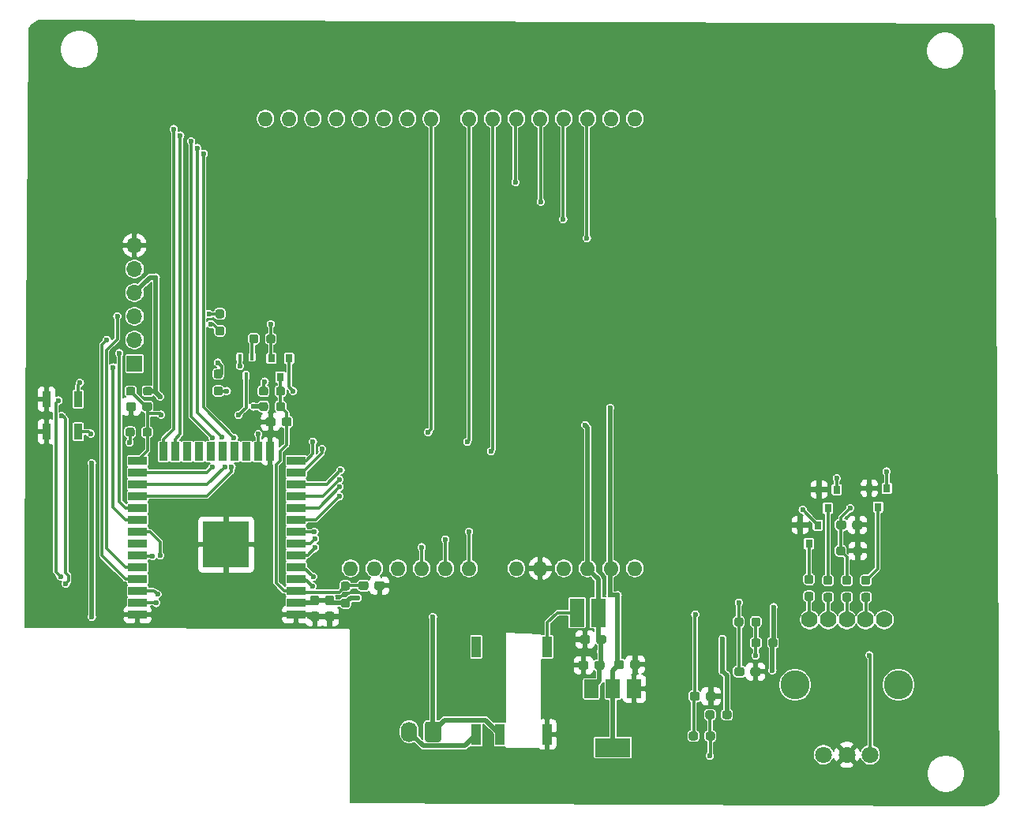
<source format=gbr>
%TF.GenerationSoftware,KiCad,Pcbnew,(5.1.7)-1*%
%TF.CreationDate,2021-01-04T12:01:46+01:00*%
%TF.ProjectId,EZ-PY32,455a2d50-5933-4322-9e6b-696361645f70,rev?*%
%TF.SameCoordinates,Original*%
%TF.FileFunction,Copper,L1,Top*%
%TF.FilePolarity,Positive*%
%FSLAX46Y46*%
G04 Gerber Fmt 4.6, Leading zero omitted, Abs format (unit mm)*
G04 Created by KiCad (PCBNEW (5.1.7)-1) date 2021-01-04 12:01:46*
%MOMM*%
%LPD*%
G01*
G04 APERTURE LIST*
%TA.AperFunction,ComponentPad*%
%ADD10O,1.600000X1.600000*%
%TD*%
%TA.AperFunction,ComponentPad*%
%ADD11C,1.800000*%
%TD*%
%TA.AperFunction,ComponentPad*%
%ADD12C,1.778000*%
%TD*%
%TA.AperFunction,ComponentPad*%
%ADD13C,3.116000*%
%TD*%
%TA.AperFunction,SMDPad,CuDef*%
%ADD14R,1.000000X2.300000*%
%TD*%
%TA.AperFunction,SMDPad,CuDef*%
%ADD15R,5.000000X5.000000*%
%TD*%
%TA.AperFunction,SMDPad,CuDef*%
%ADD16R,2.000000X0.900000*%
%TD*%
%TA.AperFunction,SMDPad,CuDef*%
%ADD17R,0.900000X2.000000*%
%TD*%
%TA.AperFunction,SMDPad,CuDef*%
%ADD18R,0.900000X1.700000*%
%TD*%
%TA.AperFunction,SMDPad,CuDef*%
%ADD19R,1.500000X2.000000*%
%TD*%
%TA.AperFunction,SMDPad,CuDef*%
%ADD20R,3.800000X2.000000*%
%TD*%
%TA.AperFunction,SMDPad,CuDef*%
%ADD21R,0.800000X0.900000*%
%TD*%
%TA.AperFunction,SMDPad,CuDef*%
%ADD22R,0.450000X0.700000*%
%TD*%
%TA.AperFunction,ComponentPad*%
%ADD23O,1.740000X2.190000*%
%TD*%
%TA.AperFunction,ComponentPad*%
%ADD24R,1.700000X1.700000*%
%TD*%
%TA.AperFunction,ComponentPad*%
%ADD25O,1.700000X1.700000*%
%TD*%
%TA.AperFunction,SMDPad,CuDef*%
%ADD26R,1.520000X3.050000*%
%TD*%
%TA.AperFunction,ViaPad*%
%ADD27C,0.600000*%
%TD*%
%TA.AperFunction,Conductor*%
%ADD28C,0.300000*%
%TD*%
%TA.AperFunction,Conductor*%
%ADD29C,0.500000*%
%TD*%
%TA.AperFunction,Conductor*%
%ADD30C,0.152400*%
%TD*%
%TA.AperFunction,Conductor*%
%ADD31C,0.100000*%
%TD*%
G04 APERTURE END LIST*
D10*
%TO.P,U4,5*%
%TO.N,LCD_CS*%
X90490860Y-112218880D03*
%TO.P,U4,15*%
%TO.N,N/C*%
X115890860Y-63958880D03*
%TO.P,U4,19*%
%TO.N,SD_DI*%
X105730860Y-63958880D03*
%TO.P,U4,28*%
%TO.N,/Display/LCD_D2*%
X81350860Y-63958880D03*
%TO.P,U4,27*%
%TO.N,/Display/LCD_D3*%
X83890860Y-63958880D03*
%TO.P,U4,25*%
%TO.N,/Display/LCD_D5*%
X88970860Y-63958880D03*
%TO.P,U4,3*%
%TO.N,N/C*%
X85410860Y-112218880D03*
%TO.P,U4,7*%
%TO.N,LCD_WR*%
X95570860Y-112218880D03*
%TO.P,U4,8*%
%TO.N,LCD_RD*%
X98110860Y-112218880D03*
%TO.P,U4,10*%
%TO.N,GND*%
X105730860Y-112218880D03*
%TO.P,U4,13*%
%TO.N,+3V3*%
X113350860Y-112218880D03*
%TO.P,U4,24*%
%TO.N,/Display/LCD_D6*%
X91510860Y-63958880D03*
%TO.P,U4,14*%
%TO.N,N/C*%
X115890860Y-112218880D03*
%TO.P,U4,30*%
X76270860Y-63958880D03*
%TO.P,U4,23*%
%TO.N,/Display/LCD_D7*%
X94050860Y-63958880D03*
%TO.P,U4,18*%
%TO.N,SD_D0*%
X108270860Y-63958880D03*
%TO.P,U4,9*%
%TO.N,N/C*%
X103190860Y-112218880D03*
%TO.P,U4,17*%
%TO.N,SD_SCK*%
X110810860Y-63958880D03*
%TO.P,U4,4*%
%TO.N,LCD_RST*%
X87950860Y-112218880D03*
%TO.P,U4,6*%
%TO.N,LCD_RS*%
X93030860Y-112218880D03*
%TO.P,U4,29*%
%TO.N,N/C*%
X78810860Y-63958880D03*
%TO.P,U4,26*%
%TO.N,/Display/LCD_D4*%
X86430860Y-63958880D03*
%TO.P,U4,20*%
%TO.N,SD_SS*%
X103190860Y-63958880D03*
%TO.P,U4,21*%
%TO.N,/Display/LCD_D1*%
X100650860Y-63958880D03*
%TO.P,U4,11*%
%TO.N,N/C*%
X108270860Y-112218880D03*
%TO.P,U4,16*%
X113350860Y-63958880D03*
%TO.P,U4,22*%
%TO.N,/Display/LCD_D0*%
X98110860Y-63958880D03*
%TO.P,U4,12*%
%TO.N,+5V*%
X110810860Y-112218880D03*
%TD*%
%TO.P,C9,2*%
%TO.N,GND*%
%TA.AperFunction,SMDPad,CuDef*%
G36*
G01*
X87958360Y-114297880D02*
X87958360Y-113822880D01*
G75*
G02*
X88195860Y-113585380I237500J0D01*
G01*
X88795860Y-113585380D01*
G75*
G02*
X89033360Y-113822880I0J-237500D01*
G01*
X89033360Y-114297880D01*
G75*
G02*
X88795860Y-114535380I-237500J0D01*
G01*
X88195860Y-114535380D01*
G75*
G02*
X87958360Y-114297880I0J237500D01*
G01*
G37*
%TD.AperFunction*%
%TO.P,C9,1*%
%TO.N,EN_ESP*%
%TA.AperFunction,SMDPad,CuDef*%
G36*
G01*
X86233360Y-114297880D02*
X86233360Y-113822880D01*
G75*
G02*
X86470860Y-113585380I237500J0D01*
G01*
X87070860Y-113585380D01*
G75*
G02*
X87308360Y-113822880I0J-237500D01*
G01*
X87308360Y-114297880D01*
G75*
G02*
X87070860Y-114535380I-237500J0D01*
G01*
X86470860Y-114535380D01*
G75*
G02*
X86233360Y-114297880I0J237500D01*
G01*
G37*
%TD.AperFunction*%
%TD*%
D11*
%TO.P,S1,A*%
%TO.N,Net-(R1-Pad1)*%
X136120500Y-132214000D03*
%TO.P,S1,C*%
%TO.N,GND*%
X138620500Y-132214000D03*
%TO.P,S1,B*%
%TO.N,Net-(R2-Pad1)*%
X141120500Y-132214000D03*
D12*
%TO.P,S1,3*%
%TO.N,Net-(R8-Pad2)*%
X138620500Y-117714000D03*
%TO.P,S1,2*%
%TO.N,Net-(R6-Pad2)*%
X136620500Y-117714000D03*
D13*
%TO.P,S1,M1*%
%TO.N,N/C*%
X133070500Y-124714000D03*
%TO.P,S1,M2*%
X144170500Y-124714000D03*
D12*
%TO.P,S1,4*%
%TO.N,Net-(R7-Pad2)*%
X140620500Y-117714000D03*
%TO.P,S1,1*%
%TO.N,Net-(R5-Pad2)*%
X134620500Y-117714000D03*
%TO.P,S1,5*%
%TO.N,+5V*%
X142620500Y-117714000D03*
%TD*%
%TO.P,C4,1*%
%TO.N,+5V*%
%TA.AperFunction,SMDPad,CuDef*%
G36*
G01*
X112805360Y-119594380D02*
X112805360Y-120069380D01*
G75*
G02*
X112567860Y-120306880I-237500J0D01*
G01*
X111967860Y-120306880D01*
G75*
G02*
X111730360Y-120069380I0J237500D01*
G01*
X111730360Y-119594380D01*
G75*
G02*
X111967860Y-119356880I237500J0D01*
G01*
X112567860Y-119356880D01*
G75*
G02*
X112805360Y-119594380I0J-237500D01*
G01*
G37*
%TD.AperFunction*%
%TO.P,C4,2*%
%TO.N,GND*%
%TA.AperFunction,SMDPad,CuDef*%
G36*
G01*
X111080360Y-119594380D02*
X111080360Y-120069380D01*
G75*
G02*
X110842860Y-120306880I-237500J0D01*
G01*
X110242860Y-120306880D01*
G75*
G02*
X110005360Y-120069380I0J237500D01*
G01*
X110005360Y-119594380D01*
G75*
G02*
X110242860Y-119356880I237500J0D01*
G01*
X110842860Y-119356880D01*
G75*
G02*
X111080360Y-119594380I0J-237500D01*
G01*
G37*
%TD.AperFunction*%
%TD*%
D14*
%TO.P,U1,1*%
%TO.N,Net-(J1-Pad2)*%
X98869500Y-130025500D03*
%TO.P,U1,3*%
%TO.N,+12V*%
X101409500Y-130025500D03*
%TO.P,U1,7*%
%TO.N,GND*%
X106489500Y-130025500D03*
%TO.P,U1,14*%
%TO.N,N/C*%
X98869500Y-120625500D03*
%TO.P,U1,8*%
%TO.N,Net-(L1-Pad1)*%
X106489500Y-120625500D03*
%TD*%
%TO.P,R10,2*%
%TO.N,EN_ESP*%
%TA.AperFunction,SMDPad,CuDef*%
G36*
G01*
X77399700Y-95083000D02*
X77399700Y-94608000D01*
G75*
G02*
X77637200Y-94370500I237500J0D01*
G01*
X78137200Y-94370500D01*
G75*
G02*
X78374700Y-94608000I0J-237500D01*
G01*
X78374700Y-95083000D01*
G75*
G02*
X78137200Y-95320500I-237500J0D01*
G01*
X77637200Y-95320500D01*
G75*
G02*
X77399700Y-95083000I0J237500D01*
G01*
G37*
%TD.AperFunction*%
%TO.P,R10,1*%
%TO.N,+3V3*%
%TA.AperFunction,SMDPad,CuDef*%
G36*
G01*
X75574700Y-95083000D02*
X75574700Y-94608000D01*
G75*
G02*
X75812200Y-94370500I237500J0D01*
G01*
X76312200Y-94370500D01*
G75*
G02*
X76549700Y-94608000I0J-237500D01*
G01*
X76549700Y-95083000D01*
G75*
G02*
X76312200Y-95320500I-237500J0D01*
G01*
X75812200Y-95320500D01*
G75*
G02*
X75574700Y-95083000I0J237500D01*
G01*
G37*
%TD.AperFunction*%
%TD*%
%TO.P,R6,2*%
%TO.N,Net-(R6-Pad2)*%
%TA.AperFunction,SMDPad,CuDef*%
G36*
G01*
X136351000Y-114828500D02*
X136826000Y-114828500D01*
G75*
G02*
X137063500Y-115066000I0J-237500D01*
G01*
X137063500Y-115566000D01*
G75*
G02*
X136826000Y-115803500I-237500J0D01*
G01*
X136351000Y-115803500D01*
G75*
G02*
X136113500Y-115566000I0J237500D01*
G01*
X136113500Y-115066000D01*
G75*
G02*
X136351000Y-114828500I237500J0D01*
G01*
G37*
%TD.AperFunction*%
%TO.P,R6,1*%
%TO.N,Net-(Q2-Pad3)*%
%TA.AperFunction,SMDPad,CuDef*%
G36*
G01*
X136351000Y-113003500D02*
X136826000Y-113003500D01*
G75*
G02*
X137063500Y-113241000I0J-237500D01*
G01*
X137063500Y-113741000D01*
G75*
G02*
X136826000Y-113978500I-237500J0D01*
G01*
X136351000Y-113978500D01*
G75*
G02*
X136113500Y-113741000I0J237500D01*
G01*
X136113500Y-113241000D01*
G75*
G02*
X136351000Y-113003500I237500J0D01*
G01*
G37*
%TD.AperFunction*%
%TD*%
%TO.P,R5,2*%
%TO.N,Net-(R5-Pad2)*%
%TA.AperFunction,SMDPad,CuDef*%
G36*
G01*
X134319000Y-114725000D02*
X134794000Y-114725000D01*
G75*
G02*
X135031500Y-114962500I0J-237500D01*
G01*
X135031500Y-115462500D01*
G75*
G02*
X134794000Y-115700000I-237500J0D01*
G01*
X134319000Y-115700000D01*
G75*
G02*
X134081500Y-115462500I0J237500D01*
G01*
X134081500Y-114962500D01*
G75*
G02*
X134319000Y-114725000I237500J0D01*
G01*
G37*
%TD.AperFunction*%
%TO.P,R5,1*%
%TO.N,Net-(Q3-Pad3)*%
%TA.AperFunction,SMDPad,CuDef*%
G36*
G01*
X134319000Y-112900000D02*
X134794000Y-112900000D01*
G75*
G02*
X135031500Y-113137500I0J-237500D01*
G01*
X135031500Y-113637500D01*
G75*
G02*
X134794000Y-113875000I-237500J0D01*
G01*
X134319000Y-113875000D01*
G75*
G02*
X134081500Y-113637500I0J237500D01*
G01*
X134081500Y-113137500D01*
G75*
G02*
X134319000Y-112900000I237500J0D01*
G01*
G37*
%TD.AperFunction*%
%TD*%
D15*
%TO.P,U3,39*%
%TO.N,GND*%
X72056500Y-109657500D03*
D16*
%TO.P,U3,1*%
X79556500Y-117157500D03*
%TO.P,U3,2*%
%TO.N,+3V3*%
X79556500Y-115887500D03*
%TO.P,U3,3*%
%TO.N,EN_ESP*%
X79556500Y-114617500D03*
%TO.P,U3,4*%
%TO.N,SENSOR_VP*%
X79556500Y-113347500D03*
%TO.P,U3,5*%
%TO.N,SENSOR_VN*%
X79556500Y-112077500D03*
%TO.P,U3,6*%
%TO.N,LCD_RS*%
X79556500Y-110807500D03*
%TO.P,U3,7*%
%TO.N,LCD_WR*%
X79556500Y-109537500D03*
%TO.P,U3,8*%
%TO.N,LCD_RD*%
X79556500Y-108267500D03*
%TO.P,U3,9*%
%TO.N,/Drehencoder/rot*%
X79556500Y-106997500D03*
%TO.P,U3,10*%
%TO.N,/ESP32/Potti_schalter*%
X79556500Y-105727500D03*
%TO.P,U3,11*%
%TO.N,/Drehencoder/gruen*%
X79556500Y-104457500D03*
%TO.P,U3,12*%
%TO.N,/Drehencoder/blau*%
X79556500Y-103187500D03*
%TO.P,U3,13*%
%TO.N,/Display/LCD_D1*%
X79556500Y-101917500D03*
%TO.P,U3,14*%
%TO.N,/Display/LCD_D0*%
X79556500Y-100647500D03*
D17*
%TO.P,U3,15*%
%TO.N,GND*%
X76771500Y-99647500D03*
%TO.P,U3,16*%
%TO.N,/Display/LCD_D7*%
X75501500Y-99647500D03*
%TO.P,U3,17*%
%TO.N,N/C*%
X74231500Y-99647500D03*
%TO.P,U3,18*%
X72961500Y-99647500D03*
%TO.P,U3,19*%
X71691500Y-99647500D03*
%TO.P,U3,20*%
X70421500Y-99647500D03*
%TO.P,U3,21*%
X69151500Y-99647500D03*
%TO.P,U3,22*%
X67881500Y-99647500D03*
%TO.P,U3,23*%
%TO.N,/Display/LCD_D3*%
X66611500Y-99647500D03*
%TO.P,U3,24*%
%TO.N,/Display/LCD_D2*%
X65341500Y-99647500D03*
D16*
%TO.P,U3,25*%
%TO.N,IO0_ESP*%
X62556500Y-100647500D03*
%TO.P,U3,26*%
%TO.N,/Display/LCD_D4*%
X62556500Y-101917500D03*
%TO.P,U3,27*%
%TO.N,/Display/LCD_D5*%
X62556500Y-103187500D03*
%TO.P,U3,28*%
%TO.N,/Display/LCD_D6*%
X62556500Y-104457500D03*
%TO.P,U3,29*%
%TO.N,/Anschl\u00FCssse/SDA*%
X62556500Y-105727500D03*
%TO.P,U3,30*%
%TO.N,/Anschl\u00FCssse/SCL*%
X62556500Y-106997500D03*
%TO.P,U3,31*%
%TO.N,LCD_CS*%
X62556500Y-108267500D03*
%TO.P,U3,32*%
%TO.N,N/C*%
X62556500Y-109537500D03*
%TO.P,U3,33*%
%TO.N,LCD_RST*%
X62556500Y-110807500D03*
%TO.P,U3,34*%
%TO.N,Rx*%
X62556500Y-112077500D03*
%TO.P,U3,35*%
%TO.N,Tx*%
X62556500Y-113347500D03*
%TO.P,U3,36*%
%TO.N,/Drehencoder/Potti_B*%
X62556500Y-114617500D03*
%TO.P,U3,37*%
%TO.N,/Drehencoder/Potti_A*%
X62556500Y-115887500D03*
%TO.P,U3,38*%
%TO.N,GND*%
X62556500Y-117157500D03*
%TD*%
D18*
%TO.P,SW1,1*%
%TO.N,Net-(R11-Pad2)*%
X56183000Y-94043500D03*
%TO.P,SW1,2*%
%TO.N,GND*%
X52783000Y-94043500D03*
%TD*%
%TO.P,R14,2*%
%TO.N,IO0_ESP*%
%TA.AperFunction,SMDPad,CuDef*%
G36*
G01*
X62300300Y-92957000D02*
X62300300Y-93432000D01*
G75*
G02*
X62062800Y-93669500I-237500J0D01*
G01*
X61562800Y-93669500D01*
G75*
G02*
X61325300Y-93432000I0J237500D01*
G01*
X61325300Y-92957000D01*
G75*
G02*
X61562800Y-92719500I237500J0D01*
G01*
X62062800Y-92719500D01*
G75*
G02*
X62300300Y-92957000I0J-237500D01*
G01*
G37*
%TD.AperFunction*%
%TO.P,R14,1*%
%TO.N,+3V3*%
%TA.AperFunction,SMDPad,CuDef*%
G36*
G01*
X64125300Y-92957000D02*
X64125300Y-93432000D01*
G75*
G02*
X63887800Y-93669500I-237500J0D01*
G01*
X63387800Y-93669500D01*
G75*
G02*
X63150300Y-93432000I0J237500D01*
G01*
X63150300Y-92957000D01*
G75*
G02*
X63387800Y-92719500I237500J0D01*
G01*
X63887800Y-92719500D01*
G75*
G02*
X64125300Y-92957000I0J-237500D01*
G01*
G37*
%TD.AperFunction*%
%TD*%
%TO.P,C3,2*%
%TO.N,GND*%
%TA.AperFunction,SMDPad,CuDef*%
G36*
G01*
X139199500Y-107783000D02*
X139199500Y-107308000D01*
G75*
G02*
X139437000Y-107070500I237500J0D01*
G01*
X140037000Y-107070500D01*
G75*
G02*
X140274500Y-107308000I0J-237500D01*
G01*
X140274500Y-107783000D01*
G75*
G02*
X140037000Y-108020500I-237500J0D01*
G01*
X139437000Y-108020500D01*
G75*
G02*
X139199500Y-107783000I0J237500D01*
G01*
G37*
%TD.AperFunction*%
%TO.P,C3,1*%
%TO.N,/ESP32/Potti_schalter*%
%TA.AperFunction,SMDPad,CuDef*%
G36*
G01*
X137474500Y-107783000D02*
X137474500Y-107308000D01*
G75*
G02*
X137712000Y-107070500I237500J0D01*
G01*
X138312000Y-107070500D01*
G75*
G02*
X138549500Y-107308000I0J-237500D01*
G01*
X138549500Y-107783000D01*
G75*
G02*
X138312000Y-108020500I-237500J0D01*
G01*
X137712000Y-108020500D01*
G75*
G02*
X137474500Y-107783000I0J237500D01*
G01*
G37*
%TD.AperFunction*%
%TD*%
%TO.P,C8,2*%
%TO.N,GND*%
%TA.AperFunction,SMDPad,CuDef*%
G36*
G01*
X62400300Y-94608000D02*
X62400300Y-95083000D01*
G75*
G02*
X62162800Y-95320500I-237500J0D01*
G01*
X61562800Y-95320500D01*
G75*
G02*
X61325300Y-95083000I0J237500D01*
G01*
X61325300Y-94608000D01*
G75*
G02*
X61562800Y-94370500I237500J0D01*
G01*
X62162800Y-94370500D01*
G75*
G02*
X62400300Y-94608000I0J-237500D01*
G01*
G37*
%TD.AperFunction*%
%TO.P,C8,1*%
%TO.N,IO0_ESP*%
%TA.AperFunction,SMDPad,CuDef*%
G36*
G01*
X64125300Y-94608000D02*
X64125300Y-95083000D01*
G75*
G02*
X63887800Y-95320500I-237500J0D01*
G01*
X63287800Y-95320500D01*
G75*
G02*
X63050300Y-95083000I0J237500D01*
G01*
X63050300Y-94608000D01*
G75*
G02*
X63287800Y-94370500I237500J0D01*
G01*
X63887800Y-94370500D01*
G75*
G02*
X64125300Y-94608000I0J-237500D01*
G01*
G37*
%TD.AperFunction*%
%TD*%
%TO.P,R11,2*%
%TO.N,Net-(R11-Pad2)*%
%TA.AperFunction,SMDPad,CuDef*%
G36*
G01*
X76549700Y-92957000D02*
X76549700Y-93432000D01*
G75*
G02*
X76312200Y-93669500I-237500J0D01*
G01*
X75812200Y-93669500D01*
G75*
G02*
X75574700Y-93432000I0J237500D01*
G01*
X75574700Y-92957000D01*
G75*
G02*
X75812200Y-92719500I237500J0D01*
G01*
X76312200Y-92719500D01*
G75*
G02*
X76549700Y-92957000I0J-237500D01*
G01*
G37*
%TD.AperFunction*%
%TO.P,R11,1*%
%TO.N,EN_ESP*%
%TA.AperFunction,SMDPad,CuDef*%
G36*
G01*
X78374700Y-92957000D02*
X78374700Y-93432000D01*
G75*
G02*
X78137200Y-93669500I-237500J0D01*
G01*
X77637200Y-93669500D01*
G75*
G02*
X77399700Y-93432000I0J237500D01*
G01*
X77399700Y-92957000D01*
G75*
G02*
X77637200Y-92719500I237500J0D01*
G01*
X78137200Y-92719500D01*
G75*
G02*
X78374700Y-92957000I0J-237500D01*
G01*
G37*
%TD.AperFunction*%
%TD*%
%TO.P,R15,2*%
%TO.N,Net-(R15-Pad2)*%
%TA.AperFunction,SMDPad,CuDef*%
G36*
G01*
X62249500Y-97351200D02*
X62249500Y-97826200D01*
G75*
G02*
X62012000Y-98063700I-237500J0D01*
G01*
X61512000Y-98063700D01*
G75*
G02*
X61274500Y-97826200I0J237500D01*
G01*
X61274500Y-97351200D01*
G75*
G02*
X61512000Y-97113700I237500J0D01*
G01*
X62012000Y-97113700D01*
G75*
G02*
X62249500Y-97351200I0J-237500D01*
G01*
G37*
%TD.AperFunction*%
%TO.P,R15,1*%
%TO.N,IO0_ESP*%
%TA.AperFunction,SMDPad,CuDef*%
G36*
G01*
X64074500Y-97351200D02*
X64074500Y-97826200D01*
G75*
G02*
X63837000Y-98063700I-237500J0D01*
G01*
X63337000Y-98063700D01*
G75*
G02*
X63099500Y-97826200I0J237500D01*
G01*
X63099500Y-97351200D01*
G75*
G02*
X63337000Y-97113700I237500J0D01*
G01*
X63837000Y-97113700D01*
G75*
G02*
X64074500Y-97351200I0J-237500D01*
G01*
G37*
%TD.AperFunction*%
%TD*%
%TO.P,C1,2*%
%TO.N,/Drehencoder/Potti_A*%
%TA.AperFunction,SMDPad,CuDef*%
G36*
G01*
X122852300Y-125697600D02*
X122852300Y-126172600D01*
G75*
G02*
X122614800Y-126410100I-237500J0D01*
G01*
X122014800Y-126410100D01*
G75*
G02*
X121777300Y-126172600I0J237500D01*
G01*
X121777300Y-125697600D01*
G75*
G02*
X122014800Y-125460100I237500J0D01*
G01*
X122614800Y-125460100D01*
G75*
G02*
X122852300Y-125697600I0J-237500D01*
G01*
G37*
%TD.AperFunction*%
%TO.P,C1,1*%
%TO.N,GND*%
%TA.AperFunction,SMDPad,CuDef*%
G36*
G01*
X124577300Y-125697600D02*
X124577300Y-126172600D01*
G75*
G02*
X124339800Y-126410100I-237500J0D01*
G01*
X123739800Y-126410100D01*
G75*
G02*
X123502300Y-126172600I0J237500D01*
G01*
X123502300Y-125697600D01*
G75*
G02*
X123739800Y-125460100I237500J0D01*
G01*
X124339800Y-125460100D01*
G75*
G02*
X124577300Y-125697600I0J-237500D01*
G01*
G37*
%TD.AperFunction*%
%TD*%
%TO.P,C2,2*%
%TO.N,/Drehencoder/Potti_B*%
%TA.AperFunction,SMDPad,CuDef*%
G36*
G01*
X127627500Y-123056000D02*
X127627500Y-123531000D01*
G75*
G02*
X127390000Y-123768500I-237500J0D01*
G01*
X126790000Y-123768500D01*
G75*
G02*
X126552500Y-123531000I0J237500D01*
G01*
X126552500Y-123056000D01*
G75*
G02*
X126790000Y-122818500I237500J0D01*
G01*
X127390000Y-122818500D01*
G75*
G02*
X127627500Y-123056000I0J-237500D01*
G01*
G37*
%TD.AperFunction*%
%TO.P,C2,1*%
%TO.N,GND*%
%TA.AperFunction,SMDPad,CuDef*%
G36*
G01*
X129352500Y-123056000D02*
X129352500Y-123531000D01*
G75*
G02*
X129115000Y-123768500I-237500J0D01*
G01*
X128515000Y-123768500D01*
G75*
G02*
X128277500Y-123531000I0J237500D01*
G01*
X128277500Y-123056000D01*
G75*
G02*
X128515000Y-122818500I237500J0D01*
G01*
X129115000Y-122818500D01*
G75*
G02*
X129352500Y-123056000I0J-237500D01*
G01*
G37*
%TD.AperFunction*%
%TD*%
%TO.P,C5,2*%
%TO.N,GND*%
%TA.AperFunction,SMDPad,CuDef*%
G36*
G01*
X110905360Y-122369380D02*
X110905360Y-122844380D01*
G75*
G02*
X110667860Y-123081880I-237500J0D01*
G01*
X110067860Y-123081880D01*
G75*
G02*
X109830360Y-122844380I0J237500D01*
G01*
X109830360Y-122369380D01*
G75*
G02*
X110067860Y-122131880I237500J0D01*
G01*
X110667860Y-122131880D01*
G75*
G02*
X110905360Y-122369380I0J-237500D01*
G01*
G37*
%TD.AperFunction*%
%TO.P,C5,1*%
%TO.N,+5V*%
%TA.AperFunction,SMDPad,CuDef*%
G36*
G01*
X112630360Y-122369380D02*
X112630360Y-122844380D01*
G75*
G02*
X112392860Y-123081880I-237500J0D01*
G01*
X111792860Y-123081880D01*
G75*
G02*
X111555360Y-122844380I0J237500D01*
G01*
X111555360Y-122369380D01*
G75*
G02*
X111792860Y-122131880I237500J0D01*
G01*
X112392860Y-122131880D01*
G75*
G02*
X112630360Y-122369380I0J-237500D01*
G01*
G37*
%TD.AperFunction*%
%TD*%
%TO.P,C6,2*%
%TO.N,GND*%
%TA.AperFunction,SMDPad,CuDef*%
G36*
G01*
X115380360Y-122769380D02*
X115380360Y-122294380D01*
G75*
G02*
X115617860Y-122056880I237500J0D01*
G01*
X116217860Y-122056880D01*
G75*
G02*
X116455360Y-122294380I0J-237500D01*
G01*
X116455360Y-122769380D01*
G75*
G02*
X116217860Y-123006880I-237500J0D01*
G01*
X115617860Y-123006880D01*
G75*
G02*
X115380360Y-122769380I0J237500D01*
G01*
G37*
%TD.AperFunction*%
%TO.P,C6,1*%
%TO.N,+3V3*%
%TA.AperFunction,SMDPad,CuDef*%
G36*
G01*
X113655360Y-122769380D02*
X113655360Y-122294380D01*
G75*
G02*
X113892860Y-122056880I237500J0D01*
G01*
X114492860Y-122056880D01*
G75*
G02*
X114730360Y-122294380I0J-237500D01*
G01*
X114730360Y-122769380D01*
G75*
G02*
X114492860Y-123006880I-237500J0D01*
G01*
X113892860Y-123006880D01*
G75*
G02*
X113655360Y-122769380I0J237500D01*
G01*
G37*
%TD.AperFunction*%
%TD*%
%TO.P,C7,2*%
%TO.N,GND*%
%TA.AperFunction,SMDPad,CuDef*%
G36*
G01*
X77355360Y-96244380D02*
X77355360Y-96719380D01*
G75*
G02*
X77117860Y-96956880I-237500J0D01*
G01*
X76517860Y-96956880D01*
G75*
G02*
X76280360Y-96719380I0J237500D01*
G01*
X76280360Y-96244380D01*
G75*
G02*
X76517860Y-96006880I237500J0D01*
G01*
X77117860Y-96006880D01*
G75*
G02*
X77355360Y-96244380I0J-237500D01*
G01*
G37*
%TD.AperFunction*%
%TO.P,C7,1*%
%TO.N,EN_ESP*%
%TA.AperFunction,SMDPad,CuDef*%
G36*
G01*
X79080360Y-96244380D02*
X79080360Y-96719380D01*
G75*
G02*
X78842860Y-96956880I-237500J0D01*
G01*
X78242860Y-96956880D01*
G75*
G02*
X78005360Y-96719380I0J237500D01*
G01*
X78005360Y-96244380D01*
G75*
G02*
X78242860Y-96006880I237500J0D01*
G01*
X78842860Y-96006880D01*
G75*
G02*
X79080360Y-96244380I0J-237500D01*
G01*
G37*
%TD.AperFunction*%
%TD*%
%TO.P,C10,2*%
%TO.N,GND*%
%TA.AperFunction,SMDPad,CuDef*%
G36*
G01*
X82917860Y-116831880D02*
X83392860Y-116831880D01*
G75*
G02*
X83630360Y-117069380I0J-237500D01*
G01*
X83630360Y-117669380D01*
G75*
G02*
X83392860Y-117906880I-237500J0D01*
G01*
X82917860Y-117906880D01*
G75*
G02*
X82680360Y-117669380I0J237500D01*
G01*
X82680360Y-117069380D01*
G75*
G02*
X82917860Y-116831880I237500J0D01*
G01*
G37*
%TD.AperFunction*%
%TO.P,C10,1*%
%TO.N,+3V3*%
%TA.AperFunction,SMDPad,CuDef*%
G36*
G01*
X82917860Y-115106880D02*
X83392860Y-115106880D01*
G75*
G02*
X83630360Y-115344380I0J-237500D01*
G01*
X83630360Y-115944380D01*
G75*
G02*
X83392860Y-116181880I-237500J0D01*
G01*
X82917860Y-116181880D01*
G75*
G02*
X82680360Y-115944380I0J237500D01*
G01*
X82680360Y-115344380D01*
G75*
G02*
X82917860Y-115106880I237500J0D01*
G01*
G37*
%TD.AperFunction*%
%TD*%
%TO.P,C11,2*%
%TO.N,GND*%
%TA.AperFunction,SMDPad,CuDef*%
G36*
G01*
X81317860Y-116831880D02*
X81792860Y-116831880D01*
G75*
G02*
X82030360Y-117069380I0J-237500D01*
G01*
X82030360Y-117669380D01*
G75*
G02*
X81792860Y-117906880I-237500J0D01*
G01*
X81317860Y-117906880D01*
G75*
G02*
X81080360Y-117669380I0J237500D01*
G01*
X81080360Y-117069380D01*
G75*
G02*
X81317860Y-116831880I237500J0D01*
G01*
G37*
%TD.AperFunction*%
%TO.P,C11,1*%
%TO.N,+3V3*%
%TA.AperFunction,SMDPad,CuDef*%
G36*
G01*
X81317860Y-115106880D02*
X81792860Y-115106880D01*
G75*
G02*
X82030360Y-115344380I0J-237500D01*
G01*
X82030360Y-115944380D01*
G75*
G02*
X81792860Y-116181880I-237500J0D01*
G01*
X81317860Y-116181880D01*
G75*
G02*
X81080360Y-115944380I0J237500D01*
G01*
X81080360Y-115344380D01*
G75*
G02*
X81317860Y-115106880I237500J0D01*
G01*
G37*
%TD.AperFunction*%
%TD*%
%TO.P,R1,2*%
%TO.N,+5V*%
%TA.AperFunction,SMDPad,CuDef*%
G36*
G01*
X125278700Y-128153800D02*
X125278700Y-127678800D01*
G75*
G02*
X125516200Y-127441300I237500J0D01*
G01*
X126016200Y-127441300D01*
G75*
G02*
X126253700Y-127678800I0J-237500D01*
G01*
X126253700Y-128153800D01*
G75*
G02*
X126016200Y-128391300I-237500J0D01*
G01*
X125516200Y-128391300D01*
G75*
G02*
X125278700Y-128153800I0J237500D01*
G01*
G37*
%TD.AperFunction*%
%TO.P,R1,1*%
%TO.N,Net-(R1-Pad1)*%
%TA.AperFunction,SMDPad,CuDef*%
G36*
G01*
X123453700Y-128153800D02*
X123453700Y-127678800D01*
G75*
G02*
X123691200Y-127441300I237500J0D01*
G01*
X124191200Y-127441300D01*
G75*
G02*
X124428700Y-127678800I0J-237500D01*
G01*
X124428700Y-128153800D01*
G75*
G02*
X124191200Y-128391300I-237500J0D01*
G01*
X123691200Y-128391300D01*
G75*
G02*
X123453700Y-128153800I0J237500D01*
G01*
G37*
%TD.AperFunction*%
%TD*%
%TO.P,R2,2*%
%TO.N,+5V*%
%TA.AperFunction,SMDPad,CuDef*%
G36*
G01*
X130206300Y-120432200D02*
X130206300Y-119957200D01*
G75*
G02*
X130443800Y-119719700I237500J0D01*
G01*
X130943800Y-119719700D01*
G75*
G02*
X131181300Y-119957200I0J-237500D01*
G01*
X131181300Y-120432200D01*
G75*
G02*
X130943800Y-120669700I-237500J0D01*
G01*
X130443800Y-120669700D01*
G75*
G02*
X130206300Y-120432200I0J237500D01*
G01*
G37*
%TD.AperFunction*%
%TO.P,R2,1*%
%TO.N,Net-(R2-Pad1)*%
%TA.AperFunction,SMDPad,CuDef*%
G36*
G01*
X128381300Y-120432200D02*
X128381300Y-119957200D01*
G75*
G02*
X128618800Y-119719700I237500J0D01*
G01*
X129118800Y-119719700D01*
G75*
G02*
X129356300Y-119957200I0J-237500D01*
G01*
X129356300Y-120432200D01*
G75*
G02*
X129118800Y-120669700I-237500J0D01*
G01*
X128618800Y-120669700D01*
G75*
G02*
X128381300Y-120432200I0J237500D01*
G01*
G37*
%TD.AperFunction*%
%TD*%
%TO.P,R3,2*%
%TO.N,Net-(R1-Pad1)*%
%TA.AperFunction,SMDPad,CuDef*%
G36*
G01*
X123500700Y-130439800D02*
X123500700Y-129964800D01*
G75*
G02*
X123738200Y-129727300I237500J0D01*
G01*
X124238200Y-129727300D01*
G75*
G02*
X124475700Y-129964800I0J-237500D01*
G01*
X124475700Y-130439800D01*
G75*
G02*
X124238200Y-130677300I-237500J0D01*
G01*
X123738200Y-130677300D01*
G75*
G02*
X123500700Y-130439800I0J237500D01*
G01*
G37*
%TD.AperFunction*%
%TO.P,R3,1*%
%TO.N,/Drehencoder/Potti_A*%
%TA.AperFunction,SMDPad,CuDef*%
G36*
G01*
X121675700Y-130439800D02*
X121675700Y-129964800D01*
G75*
G02*
X121913200Y-129727300I237500J0D01*
G01*
X122413200Y-129727300D01*
G75*
G02*
X122650700Y-129964800I0J-237500D01*
G01*
X122650700Y-130439800D01*
G75*
G02*
X122413200Y-130677300I-237500J0D01*
G01*
X121913200Y-130677300D01*
G75*
G02*
X121675700Y-130439800I0J237500D01*
G01*
G37*
%TD.AperFunction*%
%TD*%
%TO.P,R4,2*%
%TO.N,/Drehencoder/Potti_B*%
%TA.AperFunction,SMDPad,CuDef*%
G36*
G01*
X127527500Y-117722000D02*
X127527500Y-118197000D01*
G75*
G02*
X127290000Y-118434500I-237500J0D01*
G01*
X126790000Y-118434500D01*
G75*
G02*
X126552500Y-118197000I0J237500D01*
G01*
X126552500Y-117722000D01*
G75*
G02*
X126790000Y-117484500I237500J0D01*
G01*
X127290000Y-117484500D01*
G75*
G02*
X127527500Y-117722000I0J-237500D01*
G01*
G37*
%TD.AperFunction*%
%TO.P,R4,1*%
%TO.N,Net-(R2-Pad1)*%
%TA.AperFunction,SMDPad,CuDef*%
G36*
G01*
X129352500Y-117722000D02*
X129352500Y-118197000D01*
G75*
G02*
X129115000Y-118434500I-237500J0D01*
G01*
X128615000Y-118434500D01*
G75*
G02*
X128377500Y-118197000I0J237500D01*
G01*
X128377500Y-117722000D01*
G75*
G02*
X128615000Y-117484500I237500J0D01*
G01*
X129115000Y-117484500D01*
G75*
G02*
X129352500Y-117722000I0J-237500D01*
G01*
G37*
%TD.AperFunction*%
%TD*%
%TO.P,R8,2*%
%TO.N,Net-(R8-Pad2)*%
%TA.AperFunction,SMDPad,CuDef*%
G36*
G01*
X138383000Y-114828500D02*
X138858000Y-114828500D01*
G75*
G02*
X139095500Y-115066000I0J-237500D01*
G01*
X139095500Y-115566000D01*
G75*
G02*
X138858000Y-115803500I-237500J0D01*
G01*
X138383000Y-115803500D01*
G75*
G02*
X138145500Y-115566000I0J237500D01*
G01*
X138145500Y-115066000D01*
G75*
G02*
X138383000Y-114828500I237500J0D01*
G01*
G37*
%TD.AperFunction*%
%TO.P,R8,1*%
%TO.N,/ESP32/Potti_schalter*%
%TA.AperFunction,SMDPad,CuDef*%
G36*
G01*
X138383000Y-113003500D02*
X138858000Y-113003500D01*
G75*
G02*
X139095500Y-113241000I0J-237500D01*
G01*
X139095500Y-113741000D01*
G75*
G02*
X138858000Y-113978500I-237500J0D01*
G01*
X138383000Y-113978500D01*
G75*
G02*
X138145500Y-113741000I0J237500D01*
G01*
X138145500Y-113241000D01*
G75*
G02*
X138383000Y-113003500I237500J0D01*
G01*
G37*
%TD.AperFunction*%
%TD*%
%TO.P,R9,2*%
%TO.N,GND*%
%TA.AperFunction,SMDPad,CuDef*%
G36*
G01*
X139299500Y-110577000D02*
X139299500Y-110102000D01*
G75*
G02*
X139537000Y-109864500I237500J0D01*
G01*
X140037000Y-109864500D01*
G75*
G02*
X140274500Y-110102000I0J-237500D01*
G01*
X140274500Y-110577000D01*
G75*
G02*
X140037000Y-110814500I-237500J0D01*
G01*
X139537000Y-110814500D01*
G75*
G02*
X139299500Y-110577000I0J237500D01*
G01*
G37*
%TD.AperFunction*%
%TO.P,R9,1*%
%TO.N,/ESP32/Potti_schalter*%
%TA.AperFunction,SMDPad,CuDef*%
G36*
G01*
X137474500Y-110577000D02*
X137474500Y-110102000D01*
G75*
G02*
X137712000Y-109864500I237500J0D01*
G01*
X138212000Y-109864500D01*
G75*
G02*
X138449500Y-110102000I0J-237500D01*
G01*
X138449500Y-110577000D01*
G75*
G02*
X138212000Y-110814500I-237500J0D01*
G01*
X137712000Y-110814500D01*
G75*
G02*
X137474500Y-110577000I0J237500D01*
G01*
G37*
%TD.AperFunction*%
%TD*%
%TO.P,R7,2*%
%TO.N,Net-(R7-Pad2)*%
%TA.AperFunction,SMDPad,CuDef*%
G36*
G01*
X140415000Y-114828500D02*
X140890000Y-114828500D01*
G75*
G02*
X141127500Y-115066000I0J-237500D01*
G01*
X141127500Y-115566000D01*
G75*
G02*
X140890000Y-115803500I-237500J0D01*
G01*
X140415000Y-115803500D01*
G75*
G02*
X140177500Y-115566000I0J237500D01*
G01*
X140177500Y-115066000D01*
G75*
G02*
X140415000Y-114828500I237500J0D01*
G01*
G37*
%TD.AperFunction*%
%TO.P,R7,1*%
%TO.N,Net-(Q1-Pad3)*%
%TA.AperFunction,SMDPad,CuDef*%
G36*
G01*
X140415000Y-113003500D02*
X140890000Y-113003500D01*
G75*
G02*
X141127500Y-113241000I0J-237500D01*
G01*
X141127500Y-113741000D01*
G75*
G02*
X140890000Y-113978500I-237500J0D01*
G01*
X140415000Y-113978500D01*
G75*
G02*
X140177500Y-113741000I0J237500D01*
G01*
X140177500Y-113241000D01*
G75*
G02*
X140415000Y-113003500I237500J0D01*
G01*
G37*
%TD.AperFunction*%
%TD*%
D19*
%TO.P,U2,1*%
%TO.N,GND*%
X115824500Y-125132500D03*
%TO.P,U2,3*%
%TO.N,+5V*%
X111224500Y-125132500D03*
%TO.P,U2,2*%
%TO.N,+3V3*%
X113524500Y-125132500D03*
D20*
X113524500Y-131432500D03*
%TD*%
D21*
%TO.P,Q4,3*%
%TO.N,EN_ESP*%
X77863700Y-91654500D03*
%TO.P,Q4,2*%
%TO.N,RTS*%
X76913700Y-89654500D03*
%TO.P,Q4,1*%
%TO.N,Net-(Q4-Pad1)*%
X78813700Y-89654500D03*
%TD*%
D22*
%TO.P,Q5,3*%
%TO.N,IO0_ESP*%
X74180700Y-91527500D03*
%TO.P,Q5,2*%
%TO.N,DTR*%
X73530700Y-89527500D03*
%TO.P,Q5,1*%
%TO.N,Net-(Q5-Pad1)*%
X74830700Y-89527500D03*
%TD*%
%TO.P,R12,2*%
%TO.N,Net-(Q4-Pad1)*%
%TA.AperFunction,SMDPad,CuDef*%
G36*
G01*
X70971400Y-92679700D02*
X71446400Y-92679700D01*
G75*
G02*
X71683900Y-92917200I0J-237500D01*
G01*
X71683900Y-93417200D01*
G75*
G02*
X71446400Y-93654700I-237500J0D01*
G01*
X70971400Y-93654700D01*
G75*
G02*
X70733900Y-93417200I0J237500D01*
G01*
X70733900Y-92917200D01*
G75*
G02*
X70971400Y-92679700I237500J0D01*
G01*
G37*
%TD.AperFunction*%
%TO.P,R12,1*%
%TO.N,DTR*%
%TA.AperFunction,SMDPad,CuDef*%
G36*
G01*
X70971400Y-90854700D02*
X71446400Y-90854700D01*
G75*
G02*
X71683900Y-91092200I0J-237500D01*
G01*
X71683900Y-91592200D01*
G75*
G02*
X71446400Y-91829700I-237500J0D01*
G01*
X70971400Y-91829700D01*
G75*
G02*
X70733900Y-91592200I0J237500D01*
G01*
X70733900Y-91092200D01*
G75*
G02*
X70971400Y-90854700I237500J0D01*
G01*
G37*
%TD.AperFunction*%
%TD*%
%TO.P,R13,1*%
%TO.N,RTS*%
%TA.AperFunction,SMDPad,CuDef*%
G36*
G01*
X77333300Y-87343600D02*
X77333300Y-87818600D01*
G75*
G02*
X77095800Y-88056100I-237500J0D01*
G01*
X76595800Y-88056100D01*
G75*
G02*
X76358300Y-87818600I0J237500D01*
G01*
X76358300Y-87343600D01*
G75*
G02*
X76595800Y-87106100I237500J0D01*
G01*
X77095800Y-87106100D01*
G75*
G02*
X77333300Y-87343600I0J-237500D01*
G01*
G37*
%TD.AperFunction*%
%TO.P,R13,2*%
%TO.N,Net-(Q5-Pad1)*%
%TA.AperFunction,SMDPad,CuDef*%
G36*
G01*
X75508300Y-87343600D02*
X75508300Y-87818600D01*
G75*
G02*
X75270800Y-88056100I-237500J0D01*
G01*
X74770800Y-88056100D01*
G75*
G02*
X74533300Y-87818600I0J237500D01*
G01*
X74533300Y-87343600D01*
G75*
G02*
X74770800Y-87106100I237500J0D01*
G01*
X75270800Y-87106100D01*
G75*
G02*
X75508300Y-87343600I0J-237500D01*
G01*
G37*
%TD.AperFunction*%
%TD*%
%TO.P,J1,1*%
%TO.N,+12V*%
%TA.AperFunction,ComponentPad*%
G36*
G01*
X95107360Y-128899879D02*
X95107360Y-130589881D01*
G75*
G02*
X94857361Y-130839880I-249999J0D01*
G01*
X93617359Y-130839880D01*
G75*
G02*
X93367360Y-130589881I0J249999D01*
G01*
X93367360Y-128899879D01*
G75*
G02*
X93617359Y-128649880I249999J0D01*
G01*
X94857361Y-128649880D01*
G75*
G02*
X95107360Y-128899879I0J-249999D01*
G01*
G37*
%TD.AperFunction*%
D23*
%TO.P,J1,2*%
%TO.N,Net-(J1-Pad2)*%
X91697360Y-129744880D03*
%TD*%
D24*
%TO.P,J2,1*%
%TO.N,DTR*%
X62230000Y-90233500D03*
D25*
%TO.P,J2,2*%
%TO.N,Tx*%
X62230000Y-87693500D03*
%TO.P,J2,3*%
%TO.N,Rx*%
X62230000Y-85153500D03*
%TO.P,J2,4*%
%TO.N,+3V3*%
X62230000Y-82613500D03*
%TO.P,J2,5*%
%TO.N,RTS*%
X62230000Y-80073500D03*
%TO.P,J2,6*%
%TO.N,GND*%
X62230000Y-77533500D03*
%TD*%
D21*
%TO.P,Q1,1*%
%TO.N,/Drehencoder/blau*%
X142923300Y-103615100D03*
%TO.P,Q1,2*%
%TO.N,GND*%
X141023300Y-103615100D03*
%TO.P,Q1,3*%
%TO.N,Net-(Q1-Pad3)*%
X141973300Y-105615100D03*
%TD*%
%TO.P,Q2,3*%
%TO.N,Net-(Q2-Pad3)*%
X136588500Y-105751500D03*
%TO.P,Q2,2*%
%TO.N,GND*%
X135638500Y-103751500D03*
%TO.P,Q2,1*%
%TO.N,/Drehencoder/gruen*%
X137538500Y-103751500D03*
%TD*%
%TO.P,Q3,1*%
%TO.N,/Drehencoder/rot*%
X135506500Y-107561500D03*
%TO.P,Q3,2*%
%TO.N,GND*%
X133606500Y-107561500D03*
%TO.P,Q3,3*%
%TO.N,Net-(Q3-Pad3)*%
X134556500Y-109561500D03*
%TD*%
%TO.P,R17,1*%
%TO.N,Rx_extern*%
%TA.AperFunction,SMDPad,CuDef*%
G36*
G01*
X71139860Y-84402880D02*
X71614860Y-84402880D01*
G75*
G02*
X71852360Y-84640380I0J-237500D01*
G01*
X71852360Y-85140380D01*
G75*
G02*
X71614860Y-85377880I-237500J0D01*
G01*
X71139860Y-85377880D01*
G75*
G02*
X70902360Y-85140380I0J237500D01*
G01*
X70902360Y-84640380D01*
G75*
G02*
X71139860Y-84402880I237500J0D01*
G01*
G37*
%TD.AperFunction*%
%TO.P,R17,2*%
%TO.N,Rx*%
%TA.AperFunction,SMDPad,CuDef*%
G36*
G01*
X71139860Y-86227880D02*
X71614860Y-86227880D01*
G75*
G02*
X71852360Y-86465380I0J-237500D01*
G01*
X71852360Y-86965380D01*
G75*
G02*
X71614860Y-87202880I-237500J0D01*
G01*
X71139860Y-87202880D01*
G75*
G02*
X70902360Y-86965380I0J237500D01*
G01*
X70902360Y-86465380D01*
G75*
G02*
X71139860Y-86227880I237500J0D01*
G01*
G37*
%TD.AperFunction*%
%TD*%
D18*
%TO.P,SW2,2*%
%TO.N,GND*%
X52783000Y-97536000D03*
%TO.P,SW2,1*%
%TO.N,Net-(R15-Pad2)*%
X56183000Y-97536000D03*
%TD*%
%TO.P,R16,1*%
%TO.N,+3V3*%
%TA.AperFunction,SMDPad,CuDef*%
G36*
G01*
X85076860Y-116412880D02*
X84601860Y-116412880D01*
G75*
G02*
X84364360Y-116175380I0J237500D01*
G01*
X84364360Y-115675380D01*
G75*
G02*
X84601860Y-115437880I237500J0D01*
G01*
X85076860Y-115437880D01*
G75*
G02*
X85314360Y-115675380I0J-237500D01*
G01*
X85314360Y-116175380D01*
G75*
G02*
X85076860Y-116412880I-237500J0D01*
G01*
G37*
%TD.AperFunction*%
%TO.P,R16,2*%
%TO.N,EN_ESP*%
%TA.AperFunction,SMDPad,CuDef*%
G36*
G01*
X85076860Y-114587880D02*
X84601860Y-114587880D01*
G75*
G02*
X84364360Y-114350380I0J237500D01*
G01*
X84364360Y-113850380D01*
G75*
G02*
X84601860Y-113612880I237500J0D01*
G01*
X85076860Y-113612880D01*
G75*
G02*
X85314360Y-113850380I0J-237500D01*
G01*
X85314360Y-114350380D01*
G75*
G02*
X85076860Y-114587880I-237500J0D01*
G01*
G37*
%TD.AperFunction*%
%TD*%
D26*
%TO.P,L1,2*%
%TO.N,+5V*%
X111975360Y-116956880D03*
%TO.P,L1,1*%
%TO.N,Net-(L1-Pad1)*%
X109685360Y-116956880D03*
%TD*%
D27*
%TO.N,/Drehencoder/Potti_B*%
X127040000Y-115878600D03*
X64696101Y-115002701D03*
%TO.N,/Drehencoder/Potti_A*%
X64554100Y-115927500D03*
X122355360Y-117156880D03*
%TO.N,IO0_ESP*%
X73393300Y-95759902D03*
X65062100Y-95708880D03*
%TO.N,+3V3*%
X113233200Y-95010600D03*
X114055360Y-115081880D03*
X74968114Y-94845500D03*
X64519360Y-80976880D03*
X64960502Y-93771290D03*
X113218360Y-115081880D03*
X86172860Y-115379480D03*
%TO.N,+5V*%
X130643000Y-123143000D03*
X125280360Y-123231880D03*
X112267860Y-121144380D03*
X130762241Y-116374999D03*
X125280360Y-119781880D03*
X110580360Y-96828380D03*
%TO.N,GND*%
X73880360Y-110481880D03*
X73880360Y-108831880D03*
X72905360Y-109656880D03*
X71180360Y-109656880D03*
X70230360Y-110481880D03*
X70230360Y-108831880D03*
X72905360Y-111456880D03*
X71180360Y-111481880D03*
X72055360Y-110481880D03*
X72905360Y-107831880D03*
X72055360Y-108831880D03*
X71180360Y-107806880D03*
X61861700Y-95912300D03*
X140280360Y-111931880D03*
X139805360Y-108956880D03*
X117830360Y-126206880D03*
X117805360Y-125106880D03*
X115805360Y-127306880D03*
X115905360Y-121206880D03*
X117405360Y-122531880D03*
X72012360Y-94946880D03*
X79505360Y-99391880D03*
%TO.N,+12V*%
X94237360Y-117425880D03*
X57661360Y-117425880D03*
X57661360Y-100915880D03*
X57661360Y-100915880D03*
%TO.N,Rx*%
X60377700Y-85153500D03*
X70414741Y-86003499D03*
%TO.N,Tx*%
X59270900Y-87682700D03*
%TO.N,/Drehencoder/blau*%
X142880360Y-101806880D03*
X84331360Y-101677880D03*
%TO.N,/Drehencoder/gruen*%
X137530360Y-102556880D03*
X84185829Y-102675349D03*
%TO.N,/Drehencoder/rot*%
X133880360Y-105931880D03*
X84204360Y-104471880D03*
%TO.N,Net-(R1-Pad1)*%
X123939300Y-132335900D03*
%TO.N,Net-(R2-Pad1)*%
X128841500Y-121566300D03*
X141033500Y-121527490D03*
%TO.N,/ESP32/Potti_schalter*%
X138980360Y-105767500D03*
X84230800Y-103482316D03*
%TO.N,/Display/LCD_D6*%
X72647360Y-101296880D03*
X72891771Y-98195083D03*
X69653050Y-67721543D03*
%TO.N,/Display/LCD_D7*%
X75501500Y-97817300D03*
X93721801Y-97596232D03*
%TO.N,/Display/LCD_D4*%
X70615360Y-101296880D03*
X70615360Y-98195048D03*
X68302959Y-66398281D03*
%TO.N,/Display/LCD_D5*%
X71894947Y-101296880D03*
X71631354Y-98135418D03*
X68957398Y-67097738D03*
%TO.N,/Display/LCD_D1*%
X82334100Y-99417500D03*
X100460358Y-99645880D03*
%TO.N,/Display/LCD_D2*%
X66450199Y-65064221D03*
%TO.N,/Display/LCD_D3*%
X67140514Y-65744532D03*
%TO.N,LCD_RST*%
X64138360Y-110885380D03*
%TO.N,LCD_CS*%
X64963860Y-110821880D03*
%TO.N,LCD_RS*%
X81600860Y-109996380D03*
X93030860Y-109932880D03*
%TO.N,LCD_WR*%
X81600860Y-109043880D03*
X95570860Y-109107380D03*
%TO.N,LCD_RD*%
X98110860Y-108281880D03*
X81537360Y-108281880D03*
%TO.N,/Display/LCD_D0*%
X81368900Y-98604701D03*
X97920360Y-98629880D03*
%TO.N,RTS*%
X76845800Y-86016440D03*
%TO.N,DTR*%
X73530700Y-90491700D03*
X71158100Y-90120876D03*
%TO.N,SD_SCK*%
X110747360Y-76785880D03*
%TO.N,SD_DI*%
X105794360Y-72848880D03*
%TO.N,SD_D0*%
X108207360Y-74753880D03*
%TO.N,SD_SS*%
X103073200Y-70762720D03*
%TO.N,/Anschl\u00FCssse/SDA*%
X60591700Y-89104880D03*
%TO.N,/Anschl\u00FCssse/SCL*%
X59947360Y-90628880D03*
%TO.N,SENSOR_VP*%
X54444900Y-95861500D03*
X54858194Y-113851594D03*
X81313329Y-114153849D03*
%TO.N,SENSOR_VN*%
X54292500Y-113082700D03*
X54089300Y-94184880D03*
X81380360Y-113107886D03*
%TO.N,Net-(Q4-Pad1)*%
X72139360Y-93168880D03*
X79251360Y-93168880D03*
%TO.N,Net-(R11-Pad2)*%
X76203360Y-92152880D03*
X56391360Y-92312470D03*
%TO.N,Net-(R15-Pad2)*%
X61709300Y-98706300D03*
X57530360Y-97740884D03*
%TO.N,Rx_extern*%
X70233360Y-84912880D03*
%TD*%
D28*
%TO.N,/Drehencoder/Potti_B*%
X62556500Y-114617500D02*
X64238500Y-114617500D01*
X64238500Y-114617500D02*
X64285500Y-114617500D01*
X127090000Y-118009500D02*
X127040000Y-117959500D01*
X127090000Y-123293500D02*
X127090000Y-118009500D01*
X127040000Y-117959500D02*
X127040000Y-115878600D01*
X64310900Y-114617500D02*
X64696101Y-115002701D01*
X64238500Y-114617500D02*
X64310900Y-114617500D01*
%TO.N,/Drehencoder/Potti_A*%
X122213200Y-130152300D02*
X122163200Y-130202300D01*
X122213200Y-125884300D02*
X122213200Y-130152300D01*
X62556500Y-115887500D02*
X64514100Y-115887500D01*
X64514100Y-115887500D02*
X64554100Y-115927500D01*
X122314800Y-125935100D02*
X122314800Y-117197440D01*
X122314800Y-117197440D02*
X122355360Y-117156880D01*
%TO.N,IO0_ESP*%
X63637800Y-96496500D02*
X63637800Y-95607500D01*
X63637800Y-94895500D02*
X63587800Y-94845500D01*
X63637800Y-95607500D02*
X63637800Y-94895500D01*
X63463800Y-94845500D02*
X61812800Y-93194500D01*
X63587800Y-94845500D02*
X63463800Y-94845500D01*
X63637800Y-99566200D02*
X62556500Y-100647500D01*
X63637800Y-96496500D02*
X63637800Y-99566200D01*
X74180700Y-94972502D02*
X73393300Y-95759902D01*
X74180700Y-91527500D02*
X74180700Y-94972502D01*
X63637800Y-95607500D02*
X64960720Y-95607500D01*
X64960720Y-95607500D02*
X65062100Y-95708880D01*
D29*
%TO.N,+3V3*%
X113524500Y-131432500D02*
X113524500Y-125132500D01*
X113551000Y-131459000D02*
X113524500Y-131432500D01*
X113233200Y-110744000D02*
X113233200Y-95010600D01*
X83155360Y-115644380D02*
X81555360Y-115644380D01*
X81312240Y-115887500D02*
X81555360Y-115644380D01*
X79556500Y-115887500D02*
X81312240Y-115887500D01*
X113524500Y-123200240D02*
X114192860Y-122531880D01*
X113524500Y-125132500D02*
X113524500Y-123200240D01*
X114055360Y-122394380D02*
X114192860Y-122531880D01*
X114055360Y-115081880D02*
X114055360Y-122394380D01*
X76062200Y-94845500D02*
X74968114Y-94845500D01*
X63866620Y-80976880D02*
X64519360Y-80976880D01*
X62230000Y-82613500D02*
X63866620Y-80976880D01*
X64383712Y-93194500D02*
X64960502Y-93771290D01*
X64519360Y-93330148D02*
X64960502Y-93771290D01*
X63637800Y-93194500D02*
X64383712Y-93194500D01*
X64519360Y-80976880D02*
X64519360Y-93330148D01*
X113218360Y-115081880D02*
X114055360Y-115081880D01*
X113233200Y-115067040D02*
X113218360Y-115081880D01*
X113233200Y-110744000D02*
X113233200Y-115067040D01*
X83309360Y-115798380D02*
X83155360Y-115644380D01*
X85385260Y-115379480D02*
X84839360Y-115925380D01*
X86172860Y-115379480D02*
X85385260Y-115379480D01*
X83436360Y-115925380D02*
X83155360Y-115644380D01*
X84839360Y-115925380D02*
X83436360Y-115925380D01*
%TO.N,+5V*%
X130643000Y-120245500D02*
X130693800Y-120194700D01*
X130643000Y-123143000D02*
X130643000Y-120245500D01*
X125766200Y-127916300D02*
X125766200Y-123717720D01*
X125766200Y-123717720D02*
X125280360Y-123231880D01*
X111975360Y-119539380D02*
X112267860Y-119831880D01*
X111975360Y-116956880D02*
X111975360Y-119539380D01*
X112092860Y-124264140D02*
X111224500Y-125132500D01*
X112092860Y-122606880D02*
X112092860Y-124264140D01*
X112267860Y-122431880D02*
X112092860Y-122606880D01*
X112267860Y-119831880D02*
X112267860Y-121144380D01*
X112267860Y-121144380D02*
X112267860Y-122431880D01*
X130762241Y-120126259D02*
X130693800Y-120194700D01*
X130762241Y-116374999D02*
X130762241Y-120126259D01*
X125280360Y-123231880D02*
X125280360Y-119781880D01*
X111975360Y-113383380D02*
X111975360Y-116956880D01*
X110810860Y-112218880D02*
X111975360Y-113383380D01*
X110810860Y-110861660D02*
X110810860Y-112218880D01*
X110810860Y-97058880D02*
X110810860Y-110861660D01*
X110580360Y-96828380D02*
X110810860Y-97058880D01*
%TO.N,GND*%
X139702500Y-107511000D02*
X139737000Y-107545500D01*
X61862800Y-95911200D02*
X61861700Y-95912300D01*
X61862800Y-94845500D02*
X61862800Y-95911200D01*
X81343480Y-117157500D02*
X81555360Y-117369380D01*
X79556500Y-117157500D02*
X81343480Y-117157500D01*
X81555360Y-117369380D02*
X80917860Y-117369380D01*
X80917860Y-117369380D02*
X81005360Y-117456880D01*
D28*
%TO.N,EN_ESP*%
X77416897Y-113777897D02*
X77416897Y-101082105D01*
X77416897Y-101082105D02*
X77837200Y-100661802D01*
X78256500Y-114617500D02*
X77416897Y-113777897D01*
X79556500Y-114617500D02*
X78256500Y-114617500D01*
X77837200Y-100661802D02*
X77837200Y-99675040D01*
X78542860Y-98969380D02*
X78542860Y-96481880D01*
X77837200Y-99675040D02*
X78542860Y-98969380D01*
X78542860Y-95501160D02*
X77887200Y-94845500D01*
X78542860Y-96481880D02*
X78542860Y-95501160D01*
X77887200Y-94845500D02*
X77887200Y-93194500D01*
X77887200Y-91678000D02*
X77863700Y-91654500D01*
X77887200Y-93194500D02*
X77887200Y-91678000D01*
X79743470Y-114804470D02*
X79556500Y-114617500D01*
X84183490Y-114756250D02*
X84839360Y-114100380D01*
X79695250Y-114756250D02*
X84183490Y-114756250D01*
X79556500Y-114617500D02*
X79695250Y-114756250D01*
X84879360Y-114060380D02*
X84839360Y-114100380D01*
X86770860Y-114060380D02*
X84879360Y-114060380D01*
D29*
%TO.N,+12V*%
X99857099Y-128473099D02*
X101409500Y-130025500D01*
X95509141Y-128473099D02*
X99857099Y-128473099D01*
X94237360Y-129744880D02*
X95509141Y-128473099D01*
X94237360Y-129744880D02*
X94237360Y-117425880D01*
X57661360Y-117425880D02*
X57661360Y-100915880D01*
D28*
%TO.N,Rx*%
X60377700Y-87591900D02*
X60377700Y-85153500D01*
X59207771Y-110028771D02*
X59207771Y-88761829D01*
X62556500Y-112077500D02*
X61256500Y-112077500D01*
X61256500Y-112077500D02*
X59207771Y-110028771D01*
X59207771Y-88761829D02*
X60377700Y-87591900D01*
X70665479Y-86003499D02*
X71377360Y-86715380D01*
X70414741Y-86003499D02*
X70665479Y-86003499D01*
%TO.N,Tx*%
X58755360Y-110846360D02*
X58755360Y-88198240D01*
X62556500Y-113347500D02*
X61256500Y-113347500D01*
X58755360Y-88198240D02*
X59270900Y-87682700D01*
X61256500Y-113347500D02*
X58755360Y-110846360D01*
%TO.N,/Drehencoder/blau*%
X142923300Y-103615100D02*
X142923300Y-101849820D01*
X142923300Y-101849820D02*
X142880360Y-101806880D01*
X79556500Y-103187500D02*
X82821740Y-103187500D01*
X82821740Y-103187500D02*
X84331360Y-101677880D01*
%TO.N,Net-(Q1-Pad3)*%
X141922500Y-105665900D02*
X141973300Y-105615100D01*
X141922500Y-112221000D02*
X141922500Y-105665900D01*
X140652500Y-113491000D02*
X141922500Y-112221000D01*
%TO.N,Net-(Q2-Pad3)*%
X136588500Y-113491000D02*
X136588500Y-105751500D01*
%TO.N,/Drehencoder/gruen*%
X137538500Y-102565020D02*
X137530360Y-102556880D01*
X137538500Y-103751500D02*
X137538500Y-102565020D01*
X79556500Y-104457500D02*
X82403678Y-104457500D01*
X82403678Y-104457500D02*
X84185829Y-102675349D01*
%TO.N,/Drehencoder/rot*%
X133880360Y-105935360D02*
X133880360Y-105931880D01*
X135506500Y-107561500D02*
X133880360Y-105935360D01*
X79556500Y-106997500D02*
X81678740Y-106997500D01*
X81678740Y-106997500D02*
X84204360Y-104471880D01*
%TO.N,Net-(Q3-Pad3)*%
X134556500Y-113387500D02*
X134556500Y-109561500D01*
%TO.N,Net-(R1-Pad1)*%
X123941200Y-130155300D02*
X123988200Y-130202300D01*
X123941200Y-127916300D02*
X123941200Y-130155300D01*
X136080500Y-132174000D02*
X136120500Y-132214000D01*
X123988200Y-130202300D02*
X123988200Y-132337800D01*
%TO.N,Net-(R2-Pad1)*%
X128818000Y-121589800D02*
X128841500Y-121566300D01*
X141120500Y-132214000D02*
X141120500Y-121614490D01*
X141120500Y-121614490D02*
X141033500Y-121527490D01*
X128841500Y-120222000D02*
X128868800Y-120194700D01*
X128841500Y-121566300D02*
X128841500Y-120222000D01*
X128868800Y-117963300D02*
X128865000Y-117959500D01*
X128868800Y-120194700D02*
X128868800Y-117963300D01*
%TO.N,Net-(R5-Pad2)*%
X134556500Y-117650000D02*
X134620500Y-117714000D01*
X134556500Y-115212500D02*
X134556500Y-117650000D01*
%TO.N,/ESP32/Potti_schalter*%
X138620500Y-110998000D02*
X137962000Y-110339500D01*
X138620500Y-113491000D02*
X138620500Y-110998000D01*
X137962000Y-107595500D02*
X138012000Y-107545500D01*
X137962000Y-110339500D02*
X137962000Y-107595500D01*
X138012000Y-106735860D02*
X138980360Y-105767500D01*
X138012000Y-107545500D02*
X138012000Y-106735860D01*
X79556500Y-105727500D02*
X81985616Y-105727500D01*
X81985616Y-105727500D02*
X84230800Y-103482316D01*
%TO.N,/Display/LCD_D6*%
X69994740Y-104457500D02*
X72647360Y-101804880D01*
X72647360Y-101804880D02*
X72647360Y-101296880D01*
X62556500Y-104457500D02*
X69994740Y-104457500D01*
X72891771Y-98195083D02*
X69630798Y-94934110D01*
X69630798Y-94934110D02*
X69630798Y-67743795D01*
X69630798Y-67743795D02*
X69653050Y-67721543D01*
%TO.N,/Display/LCD_D7*%
X75501500Y-99647500D02*
X75501500Y-97817300D01*
X94050860Y-97267173D02*
X93721801Y-97596232D01*
X94050860Y-63958880D02*
X94050860Y-97267173D01*
%TO.N,/Display/LCD_D4*%
X69994740Y-101917500D02*
X70615360Y-101296880D01*
X62556500Y-101917500D02*
X69994740Y-101917500D01*
X70615360Y-98195048D02*
X68302959Y-95882647D01*
X68302959Y-95882647D02*
X68302959Y-66398281D01*
%TO.N,/Display/LCD_D5*%
X70004327Y-103187500D02*
X71894947Y-101296880D01*
X62556500Y-103187500D02*
X70004327Y-103187500D01*
X71631354Y-98135418D02*
X68957398Y-95461462D01*
X68957398Y-95461462D02*
X68957398Y-67097738D01*
%TO.N,/Display/LCD_D1*%
X79556500Y-101917500D02*
X80258364Y-101917500D01*
X80258364Y-101917500D02*
X82334100Y-99841764D01*
X82334100Y-99841764D02*
X82334100Y-99417500D01*
X100533200Y-99573038D02*
X100460358Y-99645880D01*
X100650860Y-99455378D02*
X100460358Y-99645880D01*
X100650860Y-63958880D02*
X100650860Y-99455378D01*
%TO.N,/Display/LCD_D2*%
X65341500Y-98347500D02*
X66433700Y-97255300D01*
X65341500Y-99647500D02*
X65341500Y-98347500D01*
X66433700Y-68734300D02*
X66433700Y-68581900D01*
X66433700Y-97255300D02*
X66433700Y-68734300D01*
X66433700Y-68734300D02*
X66450199Y-68717801D01*
X66450199Y-68717801D02*
X66450199Y-65064221D01*
%TO.N,/Display/LCD_D3*%
X67140514Y-97818486D02*
X67140514Y-65744532D01*
X66611500Y-99647500D02*
X66611500Y-98347500D01*
X66611500Y-98347500D02*
X67140514Y-97818486D01*
%TO.N,LCD_RST*%
X62634380Y-110885380D02*
X62556500Y-110807500D01*
X64138360Y-110885380D02*
X62634380Y-110885380D01*
%TO.N,LCD_CS*%
X64963860Y-109374860D02*
X63856500Y-108267500D01*
X63856500Y-108267500D02*
X62556500Y-108267500D01*
X64963860Y-110821880D02*
X64963860Y-109374860D01*
%TO.N,LCD_RS*%
X79556500Y-110807500D02*
X80789740Y-110807500D01*
X80789740Y-110807500D02*
X81600860Y-109996380D01*
X93030860Y-112218880D02*
X93030860Y-109932880D01*
%TO.N,LCD_WR*%
X81107240Y-109537500D02*
X81600860Y-109043880D01*
X79556500Y-109537500D02*
X81107240Y-109537500D01*
X95570860Y-112218880D02*
X95570860Y-109107380D01*
%TO.N,LCD_RD*%
X98110860Y-112218880D02*
X98110860Y-108281880D01*
X79570880Y-108281880D02*
X79556500Y-108267500D01*
X81537360Y-108281880D02*
X79570880Y-108281880D01*
%TO.N,/Display/LCD_D0*%
X81368900Y-99925500D02*
X81368900Y-98604701D01*
X80646900Y-100647500D02*
X81368900Y-99925500D01*
X79556500Y-100647500D02*
X80646900Y-100647500D01*
X97993200Y-98557040D02*
X97920360Y-98629880D01*
X98110860Y-98439380D02*
X97920360Y-98629880D01*
X98110860Y-63958880D02*
X98110860Y-98439380D01*
%TO.N,RTS*%
X76845800Y-89586600D02*
X76913700Y-89654500D01*
X76845800Y-87581100D02*
X76845800Y-89586600D01*
X76845800Y-87581100D02*
X76845800Y-86016440D01*
%TO.N,DTR*%
X73530700Y-89527500D02*
X73530700Y-90491700D01*
X71564500Y-91342200D02*
X71564500Y-90527276D01*
X71564500Y-90527276D02*
X71158100Y-90120876D01*
%TO.N,SD_SCK*%
X110693200Y-76731720D02*
X110747360Y-76785880D01*
X110747360Y-64022380D02*
X110810860Y-63958880D01*
X110747360Y-76785880D02*
X110747360Y-64022380D01*
%TO.N,SD_DI*%
X105794360Y-64022380D02*
X105730860Y-63958880D01*
X105794360Y-72848880D02*
X105794360Y-64022380D01*
%TO.N,SD_D0*%
X108153200Y-74699720D02*
X108207360Y-74753880D01*
X108207360Y-64022380D02*
X108270860Y-63958880D01*
X108207360Y-74753880D02*
X108207360Y-64022380D01*
%TO.N,SD_SS*%
X103073200Y-64076540D02*
X103190860Y-63958880D01*
X103073200Y-70762720D02*
X103073200Y-64076540D01*
%TO.N,/Anschl\u00FCssse/SDA*%
X61256500Y-105727500D02*
X60591700Y-105062700D01*
X60591700Y-105062700D02*
X60591700Y-89104880D01*
X62556500Y-105727500D02*
X61256500Y-105727500D01*
%TO.N,/Anschl\u00FCssse/SCL*%
X61256500Y-106997500D02*
X59947360Y-105688360D01*
X62556500Y-106997500D02*
X61256500Y-106997500D01*
X59947360Y-105688360D02*
X59947360Y-90628880D01*
%TO.N,SENSOR_VP*%
X55158193Y-113551595D02*
X54858194Y-113851594D01*
X55158193Y-112986389D02*
X55158193Y-113551595D01*
X54851300Y-112679496D02*
X55158193Y-112986389D01*
X54851300Y-96166300D02*
X54851300Y-112679496D01*
X54546500Y-95861500D02*
X54851300Y-96166300D01*
X80506980Y-113347500D02*
X81313329Y-114153849D01*
X79556500Y-113347500D02*
X80506980Y-113347500D01*
%TO.N,SENSOR_VN*%
X53789301Y-112579501D02*
X53789301Y-94484879D01*
X54292500Y-113082700D02*
X53789301Y-112579501D01*
X53789301Y-94484879D02*
X54089300Y-94184880D01*
X80349974Y-112077500D02*
X81380360Y-113107886D01*
X79556500Y-112077500D02*
X80349974Y-112077500D01*
%TO.N,Net-(Q4-Pad1)*%
X71564500Y-93167200D02*
X71566180Y-93168880D01*
X71566180Y-93168880D02*
X72139360Y-93168880D01*
X78813700Y-89654500D02*
X78813700Y-92731220D01*
X78813700Y-92731220D02*
X79251360Y-93168880D01*
%TO.N,Net-(Q5-Pad1)*%
X74830700Y-87771200D02*
X75020800Y-87581100D01*
X74830700Y-89527500D02*
X74830700Y-87771200D01*
%TO.N,Net-(R6-Pad2)*%
X136588500Y-117682000D02*
X136620500Y-117714000D01*
X136588500Y-115316000D02*
X136588500Y-117682000D01*
%TO.N,Net-(R7-Pad2)*%
X140652500Y-117682000D02*
X140620500Y-117714000D01*
X140652500Y-115316000D02*
X140652500Y-117682000D01*
%TO.N,Net-(R8-Pad2)*%
X138620500Y-115316000D02*
X138620500Y-117714000D01*
%TO.N,Net-(R11-Pad2)*%
X76062200Y-92294040D02*
X76203360Y-92152880D01*
X76062200Y-93194500D02*
X76062200Y-92294040D01*
X56183000Y-94043500D02*
X56183000Y-92520830D01*
X56183000Y-92520830D02*
X56391360Y-92312470D01*
%TO.N,Net-(R15-Pad2)*%
X61812800Y-98602800D02*
X61709300Y-98706300D01*
X61762000Y-98653600D02*
X61709300Y-98706300D01*
X61762000Y-97588700D02*
X61762000Y-98653600D01*
X56183000Y-97536000D02*
X57325476Y-97536000D01*
X57325476Y-97536000D02*
X57530360Y-97740884D01*
D29*
%TO.N,Net-(J1-Pad2)*%
X97652710Y-131242290D02*
X98869500Y-130025500D01*
X93194770Y-131242290D02*
X97652710Y-131242290D01*
X91697360Y-129744880D02*
X93194770Y-131242290D01*
D28*
%TO.N,Rx_extern*%
X71354860Y-84912880D02*
X71377360Y-84890380D01*
X70233360Y-84912880D02*
X71354860Y-84912880D01*
%TO.N,Net-(L1-Pad1)*%
X106489500Y-120625500D02*
X106489500Y-118047740D01*
X107580360Y-116956880D02*
X109685360Y-116956880D01*
X106489500Y-118047740D02*
X107580360Y-116956880D01*
%TD*%
D30*
%TO.N,GND*%
X154257578Y-53874253D02*
X154360235Y-53957977D01*
X154918530Y-136475511D01*
X154818061Y-136664466D01*
X154541119Y-137004032D01*
X154203495Y-137283339D01*
X153818046Y-137491751D01*
X153399457Y-137621326D01*
X152951714Y-137668386D01*
X152947722Y-137668400D01*
X149476672Y-137661802D01*
X85421469Y-137273589D01*
X85410178Y-134039116D01*
X147195544Y-134039116D01*
X147195544Y-134438884D01*
X147273535Y-134830971D01*
X147426519Y-135200308D01*
X147648618Y-135532703D01*
X147931297Y-135815382D01*
X148263692Y-136037481D01*
X148633029Y-136190465D01*
X149025116Y-136268456D01*
X149424884Y-136268456D01*
X149816971Y-136190465D01*
X150186308Y-136037481D01*
X150518703Y-135815382D01*
X150801382Y-135532703D01*
X151023481Y-135200308D01*
X151176465Y-134830971D01*
X151254456Y-134438884D01*
X151254456Y-134039116D01*
X151176465Y-133647029D01*
X151023481Y-133277692D01*
X150801382Y-132945297D01*
X150518703Y-132662618D01*
X150186308Y-132440519D01*
X149816971Y-132287535D01*
X149424884Y-132209544D01*
X149025116Y-132209544D01*
X148633029Y-132287535D01*
X148263692Y-132440519D01*
X147931297Y-132662618D01*
X147648618Y-132945297D01*
X147426519Y-133277692D01*
X147273535Y-133647029D01*
X147195544Y-134039116D01*
X85410178Y-134039116D01*
X85394212Y-129465915D01*
X90598760Y-129465915D01*
X90598760Y-130023844D01*
X90614656Y-130185242D01*
X90677476Y-130392329D01*
X90779488Y-130583182D01*
X90916774Y-130750466D01*
X91084058Y-130887752D01*
X91274910Y-130989764D01*
X91481997Y-131052584D01*
X91697360Y-131073795D01*
X91912722Y-131052584D01*
X92119809Y-130989764D01*
X92214688Y-130939051D01*
X92839732Y-131564095D01*
X92854712Y-131582348D01*
X92872964Y-131597327D01*
X92872968Y-131597331D01*
X92927588Y-131642156D01*
X93010731Y-131686598D01*
X93053865Y-131699682D01*
X93100948Y-131713964D01*
X93171266Y-131720890D01*
X93171274Y-131720890D01*
X93194770Y-131723204D01*
X93218266Y-131720890D01*
X97629214Y-131720890D01*
X97652710Y-131723204D01*
X97676206Y-131720890D01*
X97676214Y-131720890D01*
X97746532Y-131713964D01*
X97836748Y-131686598D01*
X97919892Y-131642156D01*
X97992768Y-131582348D01*
X98007752Y-131564090D01*
X98221816Y-131350026D01*
X98241882Y-131366494D01*
X98281595Y-131387721D01*
X98324687Y-131400792D01*
X98369500Y-131405206D01*
X99369500Y-131405206D01*
X99414313Y-131400792D01*
X99457405Y-131387721D01*
X99497118Y-131366494D01*
X99531927Y-131337927D01*
X99560494Y-131303118D01*
X99581721Y-131263405D01*
X99594792Y-131220313D01*
X99599206Y-131175500D01*
X99599206Y-128951699D01*
X99658857Y-128951699D01*
X100679794Y-129972637D01*
X100679794Y-131175500D01*
X100684208Y-131220313D01*
X100697279Y-131263405D01*
X100718506Y-131303118D01*
X100747073Y-131337927D01*
X100781882Y-131366494D01*
X100821595Y-131387721D01*
X100864687Y-131400792D01*
X100909500Y-131405206D01*
X101909500Y-131405206D01*
X101954313Y-131400792D01*
X101997405Y-131387721D01*
X102018705Y-131376336D01*
X102019101Y-131472614D01*
X102020368Y-131486141D01*
X102024508Y-131500493D01*
X102031368Y-131513763D01*
X102040685Y-131525438D01*
X102052102Y-131535072D01*
X102065178Y-131542294D01*
X102079412Y-131546825D01*
X102094256Y-131548493D01*
X105581318Y-131596261D01*
X105663365Y-131663595D01*
X105764854Y-131717842D01*
X105874977Y-131751247D01*
X105989500Y-131762527D01*
X106165650Y-131759700D01*
X106311700Y-131613650D01*
X106311700Y-130203300D01*
X106667300Y-130203300D01*
X106667300Y-131613650D01*
X106813350Y-131759700D01*
X106989500Y-131762527D01*
X107104023Y-131751247D01*
X107214146Y-131717842D01*
X107315635Y-131663595D01*
X107404591Y-131590591D01*
X107477595Y-131501635D01*
X107531842Y-131400146D01*
X107565247Y-131290023D01*
X107576527Y-131175500D01*
X107573700Y-130349350D01*
X107427650Y-130203300D01*
X106667300Y-130203300D01*
X106311700Y-130203300D01*
X106291700Y-130203300D01*
X106291700Y-129847700D01*
X106311700Y-129847700D01*
X106311700Y-128437350D01*
X106667300Y-128437350D01*
X106667300Y-129847700D01*
X107427650Y-129847700D01*
X107573700Y-129701650D01*
X107576527Y-128875500D01*
X107565247Y-128760977D01*
X107531842Y-128650854D01*
X107477595Y-128549365D01*
X107404591Y-128460409D01*
X107315635Y-128387405D01*
X107214146Y-128333158D01*
X107104023Y-128299753D01*
X106989500Y-128288473D01*
X106813350Y-128291300D01*
X106667300Y-128437350D01*
X106311700Y-128437350D01*
X106165650Y-128291300D01*
X105989500Y-128288473D01*
X105879900Y-128299268D01*
X105879900Y-123081880D01*
X109243333Y-123081880D01*
X109254613Y-123196403D01*
X109288018Y-123306526D01*
X109342265Y-123408015D01*
X109415269Y-123496971D01*
X109504225Y-123569975D01*
X109605714Y-123624222D01*
X109715837Y-123657627D01*
X109830360Y-123668907D01*
X110044010Y-123666080D01*
X110190060Y-123520030D01*
X110190060Y-122784680D01*
X109392210Y-122784680D01*
X109246160Y-122930730D01*
X109243333Y-123081880D01*
X105879900Y-123081880D01*
X105879900Y-122131880D01*
X109243333Y-122131880D01*
X109246160Y-122283030D01*
X109392210Y-122429080D01*
X110190060Y-122429080D01*
X110190060Y-121693730D01*
X110044010Y-121547680D01*
X109830360Y-121544853D01*
X109715837Y-121556133D01*
X109605714Y-121589538D01*
X109504225Y-121643785D01*
X109415269Y-121716789D01*
X109342265Y-121805745D01*
X109288018Y-121907234D01*
X109254613Y-122017357D01*
X109243333Y-122131880D01*
X105879900Y-122131880D01*
X105879900Y-121976125D01*
X105901595Y-121987721D01*
X105944687Y-122000792D01*
X105989500Y-122005206D01*
X106989500Y-122005206D01*
X107034313Y-122000792D01*
X107077405Y-121987721D01*
X107117118Y-121966494D01*
X107151927Y-121937927D01*
X107180494Y-121903118D01*
X107201721Y-121863405D01*
X107214792Y-121820313D01*
X107219206Y-121775500D01*
X107219206Y-120306880D01*
X109418333Y-120306880D01*
X109429613Y-120421403D01*
X109463018Y-120531526D01*
X109517265Y-120633015D01*
X109590269Y-120721971D01*
X109679225Y-120794975D01*
X109780714Y-120849222D01*
X109890837Y-120882627D01*
X110005360Y-120893907D01*
X110219010Y-120891080D01*
X110365060Y-120745030D01*
X110365060Y-120009680D01*
X109567210Y-120009680D01*
X109421160Y-120155730D01*
X109418333Y-120306880D01*
X107219206Y-120306880D01*
X107219206Y-119475500D01*
X107214792Y-119430687D01*
X107201721Y-119387595D01*
X107185304Y-119356880D01*
X109418333Y-119356880D01*
X109421160Y-119508030D01*
X109567210Y-119654080D01*
X110365060Y-119654080D01*
X110365060Y-118918730D01*
X110219010Y-118772680D01*
X110005360Y-118769853D01*
X109890837Y-118781133D01*
X109780714Y-118814538D01*
X109679225Y-118868785D01*
X109590269Y-118941789D01*
X109517265Y-119030745D01*
X109463018Y-119132234D01*
X109429613Y-119242357D01*
X109418333Y-119356880D01*
X107185304Y-119356880D01*
X107180494Y-119347882D01*
X107151927Y-119313073D01*
X107117118Y-119284506D01*
X107077405Y-119263279D01*
X107034313Y-119250208D01*
X106989500Y-119245794D01*
X106868100Y-119245794D01*
X106868100Y-118204560D01*
X107737181Y-117335480D01*
X108695654Y-117335480D01*
X108695654Y-118481880D01*
X108700068Y-118526693D01*
X108713139Y-118569785D01*
X108734366Y-118609498D01*
X108762933Y-118644307D01*
X108797742Y-118672874D01*
X108837455Y-118694101D01*
X108880547Y-118707172D01*
X108925360Y-118711586D01*
X110445360Y-118711586D01*
X110490173Y-118707172D01*
X110533265Y-118694101D01*
X110572978Y-118672874D01*
X110607787Y-118644307D01*
X110636354Y-118609498D01*
X110657581Y-118569785D01*
X110670652Y-118526693D01*
X110675066Y-118481880D01*
X110675066Y-115431880D01*
X110670652Y-115387067D01*
X110657581Y-115343975D01*
X110636354Y-115304262D01*
X110607787Y-115269453D01*
X110572978Y-115240886D01*
X110533265Y-115219659D01*
X110490173Y-115206588D01*
X110445360Y-115202174D01*
X108925360Y-115202174D01*
X108880547Y-115206588D01*
X108837455Y-115219659D01*
X108797742Y-115240886D01*
X108762933Y-115269453D01*
X108734366Y-115304262D01*
X108713139Y-115343975D01*
X108700068Y-115387067D01*
X108695654Y-115431880D01*
X108695654Y-116578280D01*
X107598942Y-116578280D01*
X107580359Y-116576450D01*
X107561777Y-116578280D01*
X107561770Y-116578280D01*
X107513485Y-116583036D01*
X107506141Y-116583759D01*
X107475754Y-116592977D01*
X107434775Y-116605408D01*
X107369004Y-116640563D01*
X107311355Y-116687875D01*
X107299505Y-116702314D01*
X106234935Y-117766885D01*
X106220496Y-117778735D01*
X106208646Y-117793174D01*
X106208645Y-117793175D01*
X106173184Y-117836384D01*
X106138028Y-117902156D01*
X106116379Y-117973522D01*
X106109070Y-118047740D01*
X106110901Y-118066332D01*
X106110901Y-119245794D01*
X105989500Y-119245794D01*
X105944687Y-119250208D01*
X105901595Y-119263279D01*
X105879494Y-119275092D01*
X105878977Y-119268474D01*
X105875223Y-119254015D01*
X105868721Y-119240567D01*
X105859720Y-119228645D01*
X105848566Y-119218709D01*
X105835688Y-119211139D01*
X105821581Y-119206228D01*
X105806787Y-119204163D01*
X102047587Y-119051763D01*
X102029327Y-119053226D01*
X102015050Y-119057621D01*
X102001905Y-119064717D01*
X101990397Y-119074241D01*
X101980968Y-119085827D01*
X101973981Y-119099029D01*
X101969704Y-119113342D01*
X101968301Y-119128214D01*
X102007562Y-128668708D01*
X101997405Y-128663279D01*
X101954313Y-128650208D01*
X101909500Y-128645794D01*
X100909500Y-128645794D01*
X100864687Y-128650208D01*
X100821595Y-128663279D01*
X100781882Y-128684506D01*
X100761816Y-128700974D01*
X100212141Y-128151299D01*
X100197157Y-128133041D01*
X100124281Y-128073233D01*
X100041137Y-128028791D01*
X99950921Y-128001425D01*
X99880603Y-127994499D01*
X99880595Y-127994499D01*
X99857099Y-127992185D01*
X99833603Y-127994499D01*
X95532637Y-127994499D01*
X95509141Y-127992185D01*
X95485645Y-127994499D01*
X95485637Y-127994499D01*
X95415319Y-128001425D01*
X95325103Y-128028791D01*
X95241959Y-128073233D01*
X95187339Y-128118058D01*
X95187335Y-128118062D01*
X95169083Y-128133041D01*
X95154103Y-128151294D01*
X94882725Y-128422672D01*
X94857361Y-128420174D01*
X94715960Y-128420174D01*
X94715960Y-119475500D01*
X98139794Y-119475500D01*
X98139794Y-121775500D01*
X98144208Y-121820313D01*
X98157279Y-121863405D01*
X98178506Y-121903118D01*
X98207073Y-121937927D01*
X98241882Y-121966494D01*
X98281595Y-121987721D01*
X98324687Y-122000792D01*
X98369500Y-122005206D01*
X99369500Y-122005206D01*
X99414313Y-122000792D01*
X99457405Y-121987721D01*
X99497118Y-121966494D01*
X99531927Y-121937927D01*
X99560494Y-121903118D01*
X99581721Y-121863405D01*
X99594792Y-121820313D01*
X99599206Y-121775500D01*
X99599206Y-119475500D01*
X99594792Y-119430687D01*
X99581721Y-119387595D01*
X99560494Y-119347882D01*
X99531927Y-119313073D01*
X99497118Y-119284506D01*
X99457405Y-119263279D01*
X99414313Y-119250208D01*
X99369500Y-119245794D01*
X98369500Y-119245794D01*
X98324687Y-119250208D01*
X98281595Y-119263279D01*
X98241882Y-119284506D01*
X98207073Y-119313073D01*
X98178506Y-119347882D01*
X98157279Y-119387595D01*
X98144208Y-119430687D01*
X98139794Y-119475500D01*
X94715960Y-119475500D01*
X94715960Y-117651738D01*
X94745647Y-117580067D01*
X94765960Y-117477943D01*
X94765960Y-117373817D01*
X94745647Y-117271693D01*
X94705800Y-117175494D01*
X94647951Y-117088917D01*
X94574323Y-117015289D01*
X94487746Y-116957440D01*
X94391547Y-116917593D01*
X94289423Y-116897280D01*
X94185297Y-116897280D01*
X94083173Y-116917593D01*
X93986974Y-116957440D01*
X93900397Y-117015289D01*
X93826769Y-117088917D01*
X93768920Y-117175494D01*
X93729073Y-117271693D01*
X93708760Y-117373817D01*
X93708760Y-117477943D01*
X93729073Y-117580067D01*
X93758761Y-117651740D01*
X93758760Y-128420174D01*
X93617359Y-128420174D01*
X93523773Y-128429391D01*
X93433784Y-128456689D01*
X93350849Y-128501019D01*
X93278156Y-128560676D01*
X93218499Y-128633369D01*
X93174169Y-128716304D01*
X93146871Y-128806293D01*
X93137654Y-128899879D01*
X93137654Y-130508331D01*
X92783157Y-130153835D01*
X92795960Y-130023845D01*
X92795960Y-129465916D01*
X92780064Y-129304518D01*
X92717244Y-129097431D01*
X92615232Y-128906578D01*
X92477946Y-128739294D01*
X92310662Y-128602008D01*
X92119810Y-128499996D01*
X91912723Y-128437176D01*
X91697360Y-128415965D01*
X91481998Y-128437176D01*
X91274911Y-128499996D01*
X91084059Y-128602008D01*
X90916775Y-128739294D01*
X90779489Y-128906578D01*
X90677476Y-129097430D01*
X90614656Y-129304517D01*
X90598760Y-129465915D01*
X85394212Y-129465915D01*
X85356700Y-118721234D01*
X85355300Y-118706959D01*
X85351026Y-118692646D01*
X85347735Y-118686425D01*
X85344041Y-118679440D01*
X85334614Y-118667852D01*
X85323108Y-118658326D01*
X85309965Y-118651227D01*
X85302415Y-118648901D01*
X85295691Y-118646829D01*
X85280831Y-118645301D01*
X50495433Y-118494101D01*
X50501250Y-111192179D01*
X50598266Y-98386000D01*
X51745973Y-98386000D01*
X51757253Y-98500523D01*
X51790658Y-98610646D01*
X51844905Y-98712135D01*
X51917909Y-98801091D01*
X52006865Y-98874095D01*
X52108354Y-98928342D01*
X52218477Y-98961747D01*
X52333000Y-98973027D01*
X52459150Y-98970200D01*
X52605200Y-98824150D01*
X52605200Y-97713800D01*
X51894850Y-97713800D01*
X51748800Y-97859850D01*
X51745973Y-98386000D01*
X50598266Y-98386000D01*
X50611144Y-96686000D01*
X51745973Y-96686000D01*
X51748800Y-97212150D01*
X51894850Y-97358200D01*
X52605200Y-97358200D01*
X52605200Y-96247850D01*
X52459150Y-96101800D01*
X52333000Y-96098973D01*
X52218477Y-96110253D01*
X52108354Y-96143658D01*
X52006865Y-96197905D01*
X51917909Y-96270909D01*
X51844905Y-96359865D01*
X51790658Y-96461354D01*
X51757253Y-96571477D01*
X51745973Y-96686000D01*
X50611144Y-96686000D01*
X50624723Y-94893500D01*
X51745973Y-94893500D01*
X51757253Y-95008023D01*
X51790658Y-95118146D01*
X51844905Y-95219635D01*
X51917909Y-95308591D01*
X52006865Y-95381595D01*
X52108354Y-95435842D01*
X52218477Y-95469247D01*
X52333000Y-95480527D01*
X52459150Y-95477700D01*
X52605200Y-95331650D01*
X52605200Y-94221300D01*
X51894850Y-94221300D01*
X51748800Y-94367350D01*
X51745973Y-94893500D01*
X50624723Y-94893500D01*
X50637601Y-93193500D01*
X51745973Y-93193500D01*
X51748800Y-93719650D01*
X51894850Y-93865700D01*
X52605200Y-93865700D01*
X52605200Y-92755350D01*
X52960800Y-92755350D01*
X52960800Y-93865700D01*
X52980800Y-93865700D01*
X52980800Y-94221300D01*
X52960800Y-94221300D01*
X52960800Y-95331650D01*
X53106850Y-95477700D01*
X53233000Y-95480527D01*
X53347523Y-95469247D01*
X53410702Y-95450082D01*
X53410702Y-96129418D01*
X53347523Y-96110253D01*
X53233000Y-96098973D01*
X53106850Y-96101800D01*
X52960800Y-96247850D01*
X52960800Y-97358200D01*
X52980800Y-97358200D01*
X52980800Y-97713800D01*
X52960800Y-97713800D01*
X52960800Y-98824150D01*
X53106850Y-98970200D01*
X53233000Y-98973027D01*
X53347523Y-98961747D01*
X53410702Y-98942582D01*
X53410701Y-112560919D01*
X53408871Y-112579501D01*
X53410701Y-112598083D01*
X53410701Y-112598090D01*
X53414328Y-112634917D01*
X53416180Y-112653719D01*
X53432071Y-112706105D01*
X53437829Y-112725085D01*
X53472984Y-112790856D01*
X53520296Y-112848506D01*
X53534740Y-112860360D01*
X53763900Y-113089520D01*
X53763900Y-113134763D01*
X53784213Y-113236887D01*
X53824060Y-113333086D01*
X53881909Y-113419663D01*
X53955537Y-113493291D01*
X54042114Y-113551140D01*
X54138313Y-113590987D01*
X54240437Y-113611300D01*
X54344563Y-113611300D01*
X54389256Y-113602410D01*
X54349907Y-113697407D01*
X54329594Y-113799531D01*
X54329594Y-113903657D01*
X54349907Y-114005781D01*
X54389754Y-114101980D01*
X54447603Y-114188557D01*
X54521231Y-114262185D01*
X54607808Y-114320034D01*
X54704007Y-114359881D01*
X54806131Y-114380194D01*
X54910257Y-114380194D01*
X55012381Y-114359881D01*
X55108580Y-114320034D01*
X55195157Y-114262185D01*
X55268785Y-114188557D01*
X55326634Y-114101980D01*
X55366481Y-114005781D01*
X55386794Y-113903657D01*
X55386794Y-113858415D01*
X55412759Y-113832450D01*
X55427198Y-113820600D01*
X55474510Y-113762951D01*
X55509665Y-113697180D01*
X55527769Y-113637500D01*
X55531314Y-113625814D01*
X55536188Y-113576326D01*
X55536793Y-113570185D01*
X55536793Y-113570178D01*
X55538623Y-113551595D01*
X55536793Y-113533013D01*
X55536793Y-113004968D01*
X55538623Y-112986388D01*
X55536793Y-112967808D01*
X55536793Y-112967799D01*
X55531314Y-112912171D01*
X55509665Y-112840804D01*
X55474510Y-112775033D01*
X55427198Y-112717384D01*
X55412760Y-112705535D01*
X55229900Y-112522676D01*
X55229900Y-100863817D01*
X57132760Y-100863817D01*
X57132760Y-100967943D01*
X57153073Y-101070067D01*
X57182761Y-101141740D01*
X57182760Y-117200022D01*
X57153073Y-117271693D01*
X57132760Y-117373817D01*
X57132760Y-117477943D01*
X57153073Y-117580067D01*
X57192920Y-117676266D01*
X57250769Y-117762843D01*
X57324397Y-117836471D01*
X57410974Y-117894320D01*
X57507173Y-117934167D01*
X57609297Y-117954480D01*
X57713423Y-117954480D01*
X57815547Y-117934167D01*
X57911746Y-117894320D01*
X57998323Y-117836471D01*
X58071951Y-117762843D01*
X58129800Y-117676266D01*
X58158283Y-117607500D01*
X60969473Y-117607500D01*
X60980753Y-117722023D01*
X61014158Y-117832146D01*
X61068405Y-117933635D01*
X61141409Y-118022591D01*
X61230365Y-118095595D01*
X61331854Y-118149842D01*
X61441977Y-118183247D01*
X61556500Y-118194527D01*
X62232650Y-118191700D01*
X62378700Y-118045650D01*
X62378700Y-117335300D01*
X62734300Y-117335300D01*
X62734300Y-118045650D01*
X62880350Y-118191700D01*
X63556500Y-118194527D01*
X63671023Y-118183247D01*
X63781146Y-118149842D01*
X63882635Y-118095595D01*
X63971591Y-118022591D01*
X64044595Y-117933635D01*
X64098842Y-117832146D01*
X64132247Y-117722023D01*
X64143527Y-117607500D01*
X77969473Y-117607500D01*
X77980753Y-117722023D01*
X78014158Y-117832146D01*
X78068405Y-117933635D01*
X78141409Y-118022591D01*
X78230365Y-118095595D01*
X78331854Y-118149842D01*
X78441977Y-118183247D01*
X78556500Y-118194527D01*
X79232650Y-118191700D01*
X79378700Y-118045650D01*
X79378700Y-117335300D01*
X78118350Y-117335300D01*
X77972300Y-117481350D01*
X77969473Y-117607500D01*
X64143527Y-117607500D01*
X64140700Y-117481350D01*
X63994650Y-117335300D01*
X62734300Y-117335300D01*
X62378700Y-117335300D01*
X61118350Y-117335300D01*
X60972300Y-117481350D01*
X60969473Y-117607500D01*
X58158283Y-117607500D01*
X58169647Y-117580067D01*
X58189960Y-117477943D01*
X58189960Y-117373817D01*
X58169647Y-117271693D01*
X58139960Y-117200022D01*
X58139960Y-101141738D01*
X58169647Y-101070067D01*
X58189960Y-100967943D01*
X58189960Y-100863817D01*
X58169647Y-100761693D01*
X58129800Y-100665494D01*
X58071951Y-100578917D01*
X57998323Y-100505289D01*
X57911746Y-100447440D01*
X57815547Y-100407593D01*
X57713423Y-100387280D01*
X57609297Y-100387280D01*
X57507173Y-100407593D01*
X57410974Y-100447440D01*
X57324397Y-100505289D01*
X57250769Y-100578917D01*
X57192920Y-100665494D01*
X57153073Y-100761693D01*
X57132760Y-100863817D01*
X55229900Y-100863817D01*
X55229900Y-96686000D01*
X55503294Y-96686000D01*
X55503294Y-98386000D01*
X55507708Y-98430813D01*
X55520779Y-98473905D01*
X55542006Y-98513618D01*
X55570573Y-98548427D01*
X55605382Y-98576994D01*
X55645095Y-98598221D01*
X55688187Y-98611292D01*
X55733000Y-98615706D01*
X56633000Y-98615706D01*
X56677813Y-98611292D01*
X56720905Y-98598221D01*
X56760618Y-98576994D01*
X56795427Y-98548427D01*
X56823994Y-98513618D01*
X56845221Y-98473905D01*
X56858292Y-98430813D01*
X56862706Y-98386000D01*
X56862706Y-97914600D01*
X57030162Y-97914600D01*
X57061920Y-97991270D01*
X57119769Y-98077847D01*
X57193397Y-98151475D01*
X57279974Y-98209324D01*
X57376173Y-98249171D01*
X57478297Y-98269484D01*
X57582423Y-98269484D01*
X57684547Y-98249171D01*
X57780746Y-98209324D01*
X57867323Y-98151475D01*
X57940951Y-98077847D01*
X57998800Y-97991270D01*
X58038647Y-97895071D01*
X58058960Y-97792947D01*
X58058960Y-97688821D01*
X58038647Y-97586697D01*
X57998800Y-97490498D01*
X57940951Y-97403921D01*
X57867323Y-97330293D01*
X57780746Y-97272444D01*
X57684547Y-97232597D01*
X57582423Y-97212284D01*
X57522989Y-97212284D01*
X57471061Y-97184528D01*
X57399694Y-97162879D01*
X57344066Y-97157400D01*
X57344058Y-97157400D01*
X57325476Y-97155570D01*
X57306894Y-97157400D01*
X56862706Y-97157400D01*
X56862706Y-96686000D01*
X56858292Y-96641187D01*
X56845221Y-96598095D01*
X56823994Y-96558382D01*
X56795427Y-96523573D01*
X56760618Y-96495006D01*
X56720905Y-96473779D01*
X56677813Y-96460708D01*
X56633000Y-96456294D01*
X55733000Y-96456294D01*
X55688187Y-96460708D01*
X55645095Y-96473779D01*
X55605382Y-96495006D01*
X55570573Y-96523573D01*
X55542006Y-96558382D01*
X55520779Y-96598095D01*
X55507708Y-96641187D01*
X55503294Y-96686000D01*
X55229900Y-96686000D01*
X55229900Y-96184879D01*
X55231730Y-96166299D01*
X55229900Y-96147719D01*
X55229900Y-96147710D01*
X55224421Y-96092082D01*
X55202772Y-96020715D01*
X55167617Y-95954944D01*
X55120305Y-95897295D01*
X55105867Y-95885446D01*
X54959507Y-95739086D01*
X54953187Y-95707313D01*
X54913340Y-95611114D01*
X54855491Y-95524537D01*
X54781863Y-95450909D01*
X54695286Y-95393060D01*
X54599087Y-95353213D01*
X54496963Y-95332900D01*
X54392837Y-95332900D01*
X54290713Y-95353213D01*
X54194514Y-95393060D01*
X54167901Y-95410842D01*
X54167901Y-94708201D01*
X54243487Y-94693167D01*
X54339686Y-94653320D01*
X54426263Y-94595471D01*
X54499891Y-94521843D01*
X54557740Y-94435266D01*
X54597587Y-94339067D01*
X54617900Y-94236943D01*
X54617900Y-94132817D01*
X54597587Y-94030693D01*
X54557740Y-93934494D01*
X54499891Y-93847917D01*
X54426263Y-93774289D01*
X54339686Y-93716440D01*
X54243487Y-93676593D01*
X54141363Y-93656280D01*
X54037237Y-93656280D01*
X53935113Y-93676593D01*
X53838914Y-93716440D01*
X53783149Y-93753701D01*
X53817200Y-93719650D01*
X53820027Y-93193500D01*
X55503294Y-93193500D01*
X55503294Y-94893500D01*
X55507708Y-94938313D01*
X55520779Y-94981405D01*
X55542006Y-95021118D01*
X55570573Y-95055927D01*
X55605382Y-95084494D01*
X55645095Y-95105721D01*
X55688187Y-95118792D01*
X55733000Y-95123206D01*
X56633000Y-95123206D01*
X56677813Y-95118792D01*
X56720905Y-95105721D01*
X56760618Y-95084494D01*
X56795427Y-95055927D01*
X56823994Y-95021118D01*
X56845221Y-94981405D01*
X56858292Y-94938313D01*
X56862706Y-94893500D01*
X56862706Y-93193500D01*
X56858292Y-93148687D01*
X56845221Y-93105595D01*
X56823994Y-93065882D01*
X56795427Y-93031073D01*
X56760618Y-93002506D01*
X56720905Y-92981279D01*
X56677813Y-92968208D01*
X56633000Y-92963794D01*
X56561600Y-92963794D01*
X56561600Y-92814108D01*
X56641746Y-92780910D01*
X56728323Y-92723061D01*
X56801951Y-92649433D01*
X56859800Y-92562856D01*
X56899647Y-92466657D01*
X56919960Y-92364533D01*
X56919960Y-92260407D01*
X56899647Y-92158283D01*
X56859800Y-92062084D01*
X56801951Y-91975507D01*
X56728323Y-91901879D01*
X56641746Y-91844030D01*
X56545547Y-91804183D01*
X56443423Y-91783870D01*
X56339297Y-91783870D01*
X56237173Y-91804183D01*
X56140974Y-91844030D01*
X56054397Y-91901879D01*
X55980769Y-91975507D01*
X55922920Y-92062084D01*
X55883073Y-92158283D01*
X55862760Y-92260407D01*
X55862760Y-92316815D01*
X55831528Y-92375246D01*
X55809879Y-92446612D01*
X55802570Y-92520830D01*
X55804401Y-92539422D01*
X55804401Y-92963794D01*
X55733000Y-92963794D01*
X55688187Y-92968208D01*
X55645095Y-92981279D01*
X55605382Y-93002506D01*
X55570573Y-93031073D01*
X55542006Y-93065882D01*
X55520779Y-93105595D01*
X55507708Y-93148687D01*
X55503294Y-93193500D01*
X53820027Y-93193500D01*
X53808747Y-93078977D01*
X53775342Y-92968854D01*
X53721095Y-92867365D01*
X53648091Y-92778409D01*
X53559135Y-92705405D01*
X53457646Y-92651158D01*
X53347523Y-92617753D01*
X53233000Y-92606473D01*
X53106850Y-92609300D01*
X52960800Y-92755350D01*
X52605200Y-92755350D01*
X52459150Y-92609300D01*
X52333000Y-92606473D01*
X52218477Y-92617753D01*
X52108354Y-92651158D01*
X52006865Y-92705405D01*
X51917909Y-92778409D01*
X51844905Y-92867365D01*
X51790658Y-92968854D01*
X51757253Y-93078977D01*
X51745973Y-93193500D01*
X50637601Y-93193500D01*
X50675444Y-88198240D01*
X58374930Y-88198240D01*
X58376761Y-88216833D01*
X58376760Y-110827778D01*
X58374930Y-110846360D01*
X58376760Y-110864942D01*
X58376760Y-110864949D01*
X58380938Y-110907365D01*
X58382239Y-110920578D01*
X58396462Y-110967464D01*
X58403888Y-110991944D01*
X58439043Y-111057715D01*
X58486355Y-111115365D01*
X58500799Y-111127219D01*
X60975644Y-113602065D01*
X60987495Y-113616505D01*
X61045144Y-113663817D01*
X61107561Y-113697179D01*
X61110915Y-113698972D01*
X61182281Y-113720621D01*
X61189625Y-113721344D01*
X61237910Y-113726100D01*
X61237917Y-113726100D01*
X61256499Y-113727930D01*
X61275082Y-113726100D01*
X61326794Y-113726100D01*
X61326794Y-113797500D01*
X61331208Y-113842313D01*
X61344279Y-113885405D01*
X61365506Y-113925118D01*
X61394073Y-113959927D01*
X61421578Y-113982500D01*
X61394073Y-114005073D01*
X61365506Y-114039882D01*
X61344279Y-114079595D01*
X61331208Y-114122687D01*
X61326794Y-114167500D01*
X61326794Y-115067500D01*
X61331208Y-115112313D01*
X61344279Y-115155405D01*
X61365506Y-115195118D01*
X61394073Y-115229927D01*
X61421578Y-115252500D01*
X61394073Y-115275073D01*
X61365506Y-115309882D01*
X61344279Y-115349595D01*
X61331208Y-115392687D01*
X61326794Y-115437500D01*
X61326794Y-116167863D01*
X61230365Y-116219405D01*
X61141409Y-116292409D01*
X61068405Y-116381365D01*
X61014158Y-116482854D01*
X60980753Y-116592977D01*
X60969473Y-116707500D01*
X60972300Y-116833650D01*
X61118350Y-116979700D01*
X62378700Y-116979700D01*
X62378700Y-116959700D01*
X62734300Y-116959700D01*
X62734300Y-116979700D01*
X63994650Y-116979700D01*
X64140700Y-116833650D01*
X64143527Y-116707500D01*
X64132247Y-116592977D01*
X64098842Y-116482854D01*
X64044595Y-116381365D01*
X63971591Y-116292409D01*
X63939533Y-116266100D01*
X64145146Y-116266100D01*
X64217137Y-116338091D01*
X64303714Y-116395940D01*
X64399913Y-116435787D01*
X64502037Y-116456100D01*
X64606163Y-116456100D01*
X64708287Y-116435787D01*
X64804486Y-116395940D01*
X64891063Y-116338091D01*
X64964691Y-116264463D01*
X65022540Y-116177886D01*
X65062387Y-116081687D01*
X65082700Y-115979563D01*
X65082700Y-115875437D01*
X65062387Y-115773313D01*
X65022540Y-115677114D01*
X64964691Y-115590537D01*
X64891063Y-115516909D01*
X64869989Y-115502828D01*
X64946487Y-115471141D01*
X65033064Y-115413292D01*
X65106692Y-115339664D01*
X65164541Y-115253087D01*
X65204388Y-115156888D01*
X65224701Y-115054764D01*
X65224701Y-114950638D01*
X65204388Y-114848514D01*
X65164541Y-114752315D01*
X65106692Y-114665738D01*
X65033064Y-114592110D01*
X64946487Y-114534261D01*
X64850288Y-114494414D01*
X64748164Y-114474101D01*
X64702921Y-114474101D01*
X64591759Y-114362939D01*
X64579905Y-114348495D01*
X64522256Y-114301183D01*
X64456485Y-114266028D01*
X64385118Y-114244379D01*
X64329490Y-114238900D01*
X64329482Y-114238900D01*
X64310900Y-114237070D01*
X64292318Y-114238900D01*
X63786206Y-114238900D01*
X63786206Y-114167500D01*
X63781792Y-114122687D01*
X63768721Y-114079595D01*
X63747494Y-114039882D01*
X63718927Y-114005073D01*
X63691422Y-113982500D01*
X63718927Y-113959927D01*
X63747494Y-113925118D01*
X63768721Y-113885405D01*
X63781792Y-113842313D01*
X63786206Y-113797500D01*
X63786206Y-112897500D01*
X63781792Y-112852687D01*
X63768721Y-112809595D01*
X63747494Y-112769882D01*
X63718927Y-112735073D01*
X63691422Y-112712500D01*
X63718927Y-112689927D01*
X63747494Y-112655118D01*
X63768721Y-112615405D01*
X63781792Y-112572313D01*
X63786206Y-112527500D01*
X63786206Y-112157500D01*
X68969473Y-112157500D01*
X68980753Y-112272023D01*
X69014158Y-112382146D01*
X69068405Y-112483635D01*
X69141409Y-112572591D01*
X69230365Y-112645595D01*
X69331854Y-112699842D01*
X69441977Y-112733247D01*
X69556500Y-112744527D01*
X71732650Y-112741700D01*
X71878700Y-112595650D01*
X71878700Y-109835300D01*
X72234300Y-109835300D01*
X72234300Y-112595650D01*
X72380350Y-112741700D01*
X74556500Y-112744527D01*
X74671023Y-112733247D01*
X74781146Y-112699842D01*
X74882635Y-112645595D01*
X74971591Y-112572591D01*
X75044595Y-112483635D01*
X75098842Y-112382146D01*
X75132247Y-112272023D01*
X75143527Y-112157500D01*
X75140700Y-109981350D01*
X74994650Y-109835300D01*
X72234300Y-109835300D01*
X71878700Y-109835300D01*
X69118350Y-109835300D01*
X68972300Y-109981350D01*
X68969473Y-112157500D01*
X63786206Y-112157500D01*
X63786206Y-111627500D01*
X63781792Y-111582687D01*
X63768721Y-111539595D01*
X63747494Y-111499882D01*
X63718927Y-111465073D01*
X63691422Y-111442500D01*
X63718927Y-111419927D01*
X63747494Y-111385118D01*
X63768721Y-111345405D01*
X63781792Y-111302313D01*
X63784119Y-111278693D01*
X63801397Y-111295971D01*
X63887974Y-111353820D01*
X63984173Y-111393667D01*
X64086297Y-111413980D01*
X64190423Y-111413980D01*
X64292547Y-111393667D01*
X64388746Y-111353820D01*
X64475323Y-111295971D01*
X64548951Y-111222343D01*
X64576115Y-111181689D01*
X64626897Y-111232471D01*
X64713474Y-111290320D01*
X64809673Y-111330167D01*
X64911797Y-111350480D01*
X65015923Y-111350480D01*
X65118047Y-111330167D01*
X65214246Y-111290320D01*
X65300823Y-111232471D01*
X65374451Y-111158843D01*
X65432300Y-111072266D01*
X65472147Y-110976067D01*
X65492460Y-110873943D01*
X65492460Y-110769817D01*
X65472147Y-110667693D01*
X65432300Y-110571494D01*
X65374451Y-110484917D01*
X65342460Y-110452926D01*
X65342460Y-109393442D01*
X65344290Y-109374860D01*
X65342460Y-109356277D01*
X65342460Y-109356270D01*
X65336981Y-109300642D01*
X65315332Y-109229275D01*
X65280177Y-109163504D01*
X65274989Y-109157183D01*
X65244716Y-109120294D01*
X65244710Y-109120288D01*
X65232865Y-109105855D01*
X65218432Y-109094010D01*
X64137359Y-108012939D01*
X64125505Y-107998495D01*
X64067856Y-107951183D01*
X64002085Y-107916028D01*
X63930718Y-107894379D01*
X63875090Y-107888900D01*
X63875082Y-107888900D01*
X63856500Y-107887070D01*
X63837918Y-107888900D01*
X63786206Y-107888900D01*
X63786206Y-107817500D01*
X63781792Y-107772687D01*
X63768721Y-107729595D01*
X63747494Y-107689882D01*
X63718927Y-107655073D01*
X63691422Y-107632500D01*
X63718927Y-107609927D01*
X63747494Y-107575118D01*
X63768721Y-107535405D01*
X63781792Y-107492313D01*
X63786206Y-107447500D01*
X63786206Y-107157500D01*
X68969473Y-107157500D01*
X68972300Y-109333650D01*
X69118350Y-109479700D01*
X71878700Y-109479700D01*
X71878700Y-106719350D01*
X72234300Y-106719350D01*
X72234300Y-109479700D01*
X74994650Y-109479700D01*
X75140700Y-109333650D01*
X75143527Y-107157500D01*
X75132247Y-107042977D01*
X75098842Y-106932854D01*
X75044595Y-106831365D01*
X74971591Y-106742409D01*
X74882635Y-106669405D01*
X74781146Y-106615158D01*
X74671023Y-106581753D01*
X74556500Y-106570473D01*
X72380350Y-106573300D01*
X72234300Y-106719350D01*
X71878700Y-106719350D01*
X71732650Y-106573300D01*
X69556500Y-106570473D01*
X69441977Y-106581753D01*
X69331854Y-106615158D01*
X69230365Y-106669405D01*
X69141409Y-106742409D01*
X69068405Y-106831365D01*
X69014158Y-106932854D01*
X68980753Y-107042977D01*
X68969473Y-107157500D01*
X63786206Y-107157500D01*
X63786206Y-106547500D01*
X63781792Y-106502687D01*
X63768721Y-106459595D01*
X63747494Y-106419882D01*
X63718927Y-106385073D01*
X63691422Y-106362500D01*
X63718927Y-106339927D01*
X63747494Y-106305118D01*
X63768721Y-106265405D01*
X63781792Y-106222313D01*
X63786206Y-106177500D01*
X63786206Y-105277500D01*
X63781792Y-105232687D01*
X63768721Y-105189595D01*
X63747494Y-105149882D01*
X63718927Y-105115073D01*
X63691422Y-105092500D01*
X63718927Y-105069927D01*
X63747494Y-105035118D01*
X63768721Y-104995405D01*
X63781792Y-104952313D01*
X63786206Y-104907500D01*
X63786206Y-104836100D01*
X69976158Y-104836100D01*
X69994740Y-104837930D01*
X70013322Y-104836100D01*
X70013330Y-104836100D01*
X70068958Y-104830621D01*
X70140325Y-104808972D01*
X70206096Y-104773817D01*
X70263745Y-104726505D01*
X70275599Y-104712061D01*
X72901927Y-102085734D01*
X72916365Y-102073885D01*
X72963677Y-102016236D01*
X72998832Y-101950465D01*
X73008832Y-101917500D01*
X73020481Y-101879099D01*
X73022466Y-101858943D01*
X73025960Y-101823470D01*
X73025960Y-101823463D01*
X73027790Y-101804881D01*
X73025960Y-101786298D01*
X73025960Y-101665834D01*
X73057951Y-101633843D01*
X73115800Y-101547266D01*
X73155647Y-101451067D01*
X73175960Y-101348943D01*
X73175960Y-101244817D01*
X73155647Y-101142693D01*
X73115800Y-101046494D01*
X73057951Y-100959917D01*
X72984323Y-100886289D01*
X72970729Y-100877206D01*
X73411500Y-100877206D01*
X73456313Y-100872792D01*
X73499405Y-100859721D01*
X73539118Y-100838494D01*
X73573927Y-100809927D01*
X73596500Y-100782422D01*
X73619073Y-100809927D01*
X73653882Y-100838494D01*
X73693595Y-100859721D01*
X73736687Y-100872792D01*
X73781500Y-100877206D01*
X74681500Y-100877206D01*
X74726313Y-100872792D01*
X74769405Y-100859721D01*
X74809118Y-100838494D01*
X74843927Y-100809927D01*
X74866500Y-100782422D01*
X74889073Y-100809927D01*
X74923882Y-100838494D01*
X74963595Y-100859721D01*
X75006687Y-100872792D01*
X75051500Y-100877206D01*
X75781863Y-100877206D01*
X75833405Y-100973635D01*
X75906409Y-101062591D01*
X75995365Y-101135595D01*
X76096854Y-101189842D01*
X76206977Y-101223247D01*
X76321500Y-101234527D01*
X76447650Y-101231700D01*
X76593700Y-101085650D01*
X76593700Y-99825300D01*
X76573700Y-99825300D01*
X76573700Y-99469700D01*
X76593700Y-99469700D01*
X76593700Y-98209350D01*
X76949300Y-98209350D01*
X76949300Y-99469700D01*
X76969300Y-99469700D01*
X76969300Y-99825300D01*
X76949300Y-99825300D01*
X76949300Y-101085650D01*
X77038298Y-101174648D01*
X77038297Y-113759315D01*
X77036467Y-113777897D01*
X77038297Y-113796479D01*
X77038297Y-113796486D01*
X77042811Y-113842313D01*
X77043776Y-113852115D01*
X77059232Y-113903067D01*
X77065425Y-113923481D01*
X77100580Y-113989252D01*
X77147892Y-114046902D01*
X77162336Y-114058756D01*
X77975644Y-114872065D01*
X77987495Y-114886505D01*
X78045144Y-114933817D01*
X78098807Y-114962500D01*
X78110915Y-114968972D01*
X78182281Y-114990621D01*
X78188964Y-114991279D01*
X78237910Y-114996100D01*
X78237917Y-114996100D01*
X78256500Y-114997930D01*
X78275082Y-114996100D01*
X78326794Y-114996100D01*
X78326794Y-115067500D01*
X78331208Y-115112313D01*
X78344279Y-115155405D01*
X78365506Y-115195118D01*
X78394073Y-115229927D01*
X78421578Y-115252500D01*
X78394073Y-115275073D01*
X78365506Y-115309882D01*
X78344279Y-115349595D01*
X78331208Y-115392687D01*
X78326794Y-115437500D01*
X78326794Y-116167863D01*
X78230365Y-116219405D01*
X78141409Y-116292409D01*
X78068405Y-116381365D01*
X78014158Y-116482854D01*
X77980753Y-116592977D01*
X77969473Y-116707500D01*
X77972300Y-116833650D01*
X78118350Y-116979700D01*
X79378700Y-116979700D01*
X79378700Y-116959700D01*
X79734300Y-116959700D01*
X79734300Y-116979700D01*
X79754300Y-116979700D01*
X79754300Y-117335300D01*
X79734300Y-117335300D01*
X79734300Y-118045650D01*
X79880350Y-118191700D01*
X80556500Y-118194527D01*
X80570933Y-118193105D01*
X80592265Y-118233015D01*
X80665269Y-118321971D01*
X80754225Y-118394975D01*
X80855714Y-118449222D01*
X80965837Y-118482627D01*
X81080360Y-118493907D01*
X81231510Y-118491080D01*
X81377560Y-118345030D01*
X81377560Y-117547180D01*
X81733160Y-117547180D01*
X81733160Y-118345030D01*
X81879210Y-118491080D01*
X82030360Y-118493907D01*
X82144883Y-118482627D01*
X82255006Y-118449222D01*
X82355360Y-118395582D01*
X82455714Y-118449222D01*
X82565837Y-118482627D01*
X82680360Y-118493907D01*
X82831510Y-118491080D01*
X82977560Y-118345030D01*
X82977560Y-117547180D01*
X83333160Y-117547180D01*
X83333160Y-118345030D01*
X83479210Y-118491080D01*
X83630360Y-118493907D01*
X83744883Y-118482627D01*
X83855006Y-118449222D01*
X83956495Y-118394975D01*
X84045451Y-118321971D01*
X84118455Y-118233015D01*
X84172702Y-118131526D01*
X84206107Y-118021403D01*
X84217387Y-117906880D01*
X84214560Y-117693230D01*
X84068510Y-117547180D01*
X83333160Y-117547180D01*
X82977560Y-117547180D01*
X81733160Y-117547180D01*
X81377560Y-117547180D01*
X81357560Y-117547180D01*
X81357560Y-117191580D01*
X81377560Y-117191580D01*
X81377560Y-117171580D01*
X81733160Y-117171580D01*
X81733160Y-117191580D01*
X82977560Y-117191580D01*
X82977560Y-117171580D01*
X83333160Y-117171580D01*
X83333160Y-117191580D01*
X84068510Y-117191580D01*
X84214560Y-117045530D01*
X84217387Y-116831880D01*
X84206107Y-116717357D01*
X84172702Y-116607234D01*
X84118455Y-116505745D01*
X84045451Y-116416789D01*
X84029843Y-116403980D01*
X84196841Y-116403980D01*
X84213392Y-116434946D01*
X84271495Y-116505745D01*
X84342294Y-116563848D01*
X84423068Y-116607022D01*
X84510713Y-116633609D01*
X84601860Y-116642586D01*
X85076860Y-116642586D01*
X85168007Y-116633609D01*
X85255652Y-116607022D01*
X85336426Y-116563848D01*
X85407225Y-116505745D01*
X85465328Y-116434946D01*
X85508502Y-116354172D01*
X85535089Y-116266527D01*
X85544066Y-116175380D01*
X85544066Y-115897517D01*
X85583503Y-115858080D01*
X85947002Y-115858080D01*
X86018673Y-115887767D01*
X86120797Y-115908080D01*
X86224923Y-115908080D01*
X86327047Y-115887767D01*
X86423246Y-115847920D01*
X86509823Y-115790071D01*
X86583451Y-115716443D01*
X86641300Y-115629866D01*
X86681147Y-115533667D01*
X86701460Y-115431543D01*
X86701460Y-115327417D01*
X86681147Y-115225293D01*
X86641300Y-115129094D01*
X86583451Y-115042517D01*
X86509823Y-114968889D01*
X86423246Y-114911040D01*
X86327047Y-114871193D01*
X86224923Y-114850880D01*
X86120797Y-114850880D01*
X86018673Y-114871193D01*
X85947002Y-114900880D01*
X85408755Y-114900880D01*
X85385259Y-114898566D01*
X85361763Y-114900880D01*
X85361756Y-114900880D01*
X85291438Y-114907806D01*
X85201222Y-114935172D01*
X85118078Y-114979614D01*
X85089948Y-115002700D01*
X85063458Y-115024439D01*
X85063454Y-115024443D01*
X85045202Y-115039422D01*
X85030222Y-115057675D01*
X84879723Y-115208174D01*
X84601860Y-115208174D01*
X84510713Y-115217151D01*
X84423068Y-115243738D01*
X84342294Y-115286912D01*
X84271495Y-115345015D01*
X84213392Y-115415814D01*
X84196841Y-115446780D01*
X83860066Y-115446780D01*
X83860066Y-115344380D01*
X83851089Y-115253233D01*
X83824502Y-115165588D01*
X83808072Y-115134850D01*
X84164908Y-115134850D01*
X84183490Y-115136680D01*
X84202072Y-115134850D01*
X84202080Y-115134850D01*
X84257708Y-115129371D01*
X84329075Y-115107722D01*
X84394846Y-115072567D01*
X84452495Y-115025255D01*
X84464349Y-115010811D01*
X84657574Y-114817586D01*
X85076860Y-114817586D01*
X85168007Y-114808609D01*
X85255652Y-114782022D01*
X85336426Y-114738848D01*
X85407225Y-114680745D01*
X85465328Y-114609946D01*
X85508502Y-114529172D01*
X85535089Y-114441527D01*
X85535340Y-114438980D01*
X86027784Y-114438980D01*
X86039218Y-114476672D01*
X86082392Y-114557446D01*
X86140495Y-114628245D01*
X86211294Y-114686348D01*
X86292068Y-114729522D01*
X86379713Y-114756109D01*
X86470860Y-114765086D01*
X87070860Y-114765086D01*
X87162007Y-114756109D01*
X87249652Y-114729522D01*
X87330426Y-114686348D01*
X87382031Y-114643997D01*
X87382613Y-114649903D01*
X87416018Y-114760026D01*
X87470265Y-114861515D01*
X87543269Y-114950471D01*
X87632225Y-115023475D01*
X87733714Y-115077722D01*
X87843837Y-115111127D01*
X87958360Y-115122407D01*
X88172010Y-115119580D01*
X88318060Y-114973530D01*
X88318060Y-114238180D01*
X88673660Y-114238180D01*
X88673660Y-114973530D01*
X88819710Y-115119580D01*
X89033360Y-115122407D01*
X89147883Y-115111127D01*
X89258006Y-115077722D01*
X89359495Y-115023475D01*
X89448451Y-114950471D01*
X89521455Y-114861515D01*
X89575702Y-114760026D01*
X89609107Y-114649903D01*
X89620387Y-114535380D01*
X89617560Y-114384230D01*
X89471510Y-114238180D01*
X88673660Y-114238180D01*
X88318060Y-114238180D01*
X88298060Y-114238180D01*
X88298060Y-113882580D01*
X88318060Y-113882580D01*
X88318060Y-113862580D01*
X88673660Y-113862580D01*
X88673660Y-113882580D01*
X89471510Y-113882580D01*
X89617560Y-113736530D01*
X89620387Y-113585380D01*
X89609107Y-113470857D01*
X89575702Y-113360734D01*
X89521455Y-113259245D01*
X89448451Y-113170289D01*
X89359495Y-113097285D01*
X89258006Y-113043038D01*
X89147883Y-113009633D01*
X89033360Y-112998353D01*
X88819710Y-113001180D01*
X88673662Y-113147228D01*
X88673662Y-113001180D01*
X88623220Y-113001180D01*
X88749826Y-112874574D01*
X88862394Y-112706105D01*
X88939932Y-112518912D01*
X88979460Y-112320188D01*
X88979460Y-112117572D01*
X89462260Y-112117572D01*
X89462260Y-112320188D01*
X89501788Y-112518912D01*
X89579326Y-112706105D01*
X89691894Y-112874574D01*
X89835166Y-113017846D01*
X90003635Y-113130414D01*
X90190828Y-113207952D01*
X90389552Y-113247480D01*
X90592168Y-113247480D01*
X90790892Y-113207952D01*
X90978085Y-113130414D01*
X91146554Y-113017846D01*
X91289826Y-112874574D01*
X91402394Y-112706105D01*
X91479932Y-112518912D01*
X91519460Y-112320188D01*
X91519460Y-112117572D01*
X92002260Y-112117572D01*
X92002260Y-112320188D01*
X92041788Y-112518912D01*
X92119326Y-112706105D01*
X92231894Y-112874574D01*
X92375166Y-113017846D01*
X92543635Y-113130414D01*
X92730828Y-113207952D01*
X92929552Y-113247480D01*
X93132168Y-113247480D01*
X93330892Y-113207952D01*
X93518085Y-113130414D01*
X93686554Y-113017846D01*
X93829826Y-112874574D01*
X93942394Y-112706105D01*
X94019932Y-112518912D01*
X94059460Y-112320188D01*
X94059460Y-112117572D01*
X94542260Y-112117572D01*
X94542260Y-112320188D01*
X94581788Y-112518912D01*
X94659326Y-112706105D01*
X94771894Y-112874574D01*
X94915166Y-113017846D01*
X95083635Y-113130414D01*
X95270828Y-113207952D01*
X95469552Y-113247480D01*
X95672168Y-113247480D01*
X95870892Y-113207952D01*
X96058085Y-113130414D01*
X96226554Y-113017846D01*
X96369826Y-112874574D01*
X96482394Y-112706105D01*
X96559932Y-112518912D01*
X96599460Y-112320188D01*
X96599460Y-112117572D01*
X97082260Y-112117572D01*
X97082260Y-112320188D01*
X97121788Y-112518912D01*
X97199326Y-112706105D01*
X97311894Y-112874574D01*
X97455166Y-113017846D01*
X97623635Y-113130414D01*
X97810828Y-113207952D01*
X98009552Y-113247480D01*
X98212168Y-113247480D01*
X98410892Y-113207952D01*
X98598085Y-113130414D01*
X98766554Y-113017846D01*
X98909826Y-112874574D01*
X99022394Y-112706105D01*
X99099932Y-112518912D01*
X99139460Y-112320188D01*
X99139460Y-112117572D01*
X102162260Y-112117572D01*
X102162260Y-112320188D01*
X102201788Y-112518912D01*
X102279326Y-112706105D01*
X102391894Y-112874574D01*
X102535166Y-113017846D01*
X102703635Y-113130414D01*
X102890828Y-113207952D01*
X103089552Y-113247480D01*
X103292168Y-113247480D01*
X103490892Y-113207952D01*
X103678085Y-113130414D01*
X103846554Y-113017846D01*
X103989826Y-112874574D01*
X104102394Y-112706105D01*
X104142518Y-112609235D01*
X104402834Y-112609235D01*
X104504506Y-112860819D01*
X104653306Y-113087734D01*
X104843516Y-113281260D01*
X105067826Y-113433959D01*
X105317616Y-113539963D01*
X105340506Y-113546898D01*
X105553060Y-113444197D01*
X105553060Y-112396680D01*
X105908660Y-112396680D01*
X105908660Y-113444197D01*
X106121214Y-113546898D01*
X106144104Y-113539963D01*
X106393894Y-113433959D01*
X106618204Y-113281260D01*
X106808414Y-113087734D01*
X106957214Y-112860819D01*
X107058886Y-112609235D01*
X106957551Y-112396680D01*
X105908660Y-112396680D01*
X105553060Y-112396680D01*
X104504169Y-112396680D01*
X104402834Y-112609235D01*
X104142518Y-112609235D01*
X104179932Y-112518912D01*
X104219460Y-112320188D01*
X104219460Y-112117572D01*
X107242260Y-112117572D01*
X107242260Y-112320188D01*
X107281788Y-112518912D01*
X107359326Y-112706105D01*
X107471894Y-112874574D01*
X107615166Y-113017846D01*
X107783635Y-113130414D01*
X107970828Y-113207952D01*
X108169552Y-113247480D01*
X108372168Y-113247480D01*
X108570892Y-113207952D01*
X108758085Y-113130414D01*
X108926554Y-113017846D01*
X109069826Y-112874574D01*
X109182394Y-112706105D01*
X109259932Y-112518912D01*
X109299460Y-112320188D01*
X109299460Y-112117572D01*
X109782260Y-112117572D01*
X109782260Y-112320188D01*
X109821788Y-112518912D01*
X109899326Y-112706105D01*
X110011894Y-112874574D01*
X110155166Y-113017846D01*
X110323635Y-113130414D01*
X110510828Y-113207952D01*
X110709552Y-113247480D01*
X110912168Y-113247480D01*
X111110892Y-113207952D01*
X111119517Y-113204379D01*
X111496760Y-113581623D01*
X111496761Y-115202174D01*
X111215360Y-115202174D01*
X111170547Y-115206588D01*
X111127455Y-115219659D01*
X111087742Y-115240886D01*
X111052933Y-115269453D01*
X111024366Y-115304262D01*
X111003139Y-115343975D01*
X110990068Y-115387067D01*
X110985654Y-115431880D01*
X110985654Y-118481880D01*
X110990068Y-118526693D01*
X111003139Y-118569785D01*
X111024366Y-118609498D01*
X111052933Y-118644307D01*
X111087742Y-118672874D01*
X111127455Y-118694101D01*
X111170547Y-118707172D01*
X111215360Y-118711586D01*
X111496761Y-118711586D01*
X111496761Y-118943385D01*
X111495451Y-118941789D01*
X111406495Y-118868785D01*
X111305006Y-118814538D01*
X111194883Y-118781133D01*
X111080360Y-118769853D01*
X110866710Y-118772680D01*
X110720660Y-118918730D01*
X110720660Y-119654080D01*
X110740660Y-119654080D01*
X110740660Y-120009680D01*
X110720660Y-120009680D01*
X110720660Y-120745030D01*
X110866710Y-120891080D01*
X111080360Y-120893907D01*
X111194883Y-120882627D01*
X111305006Y-120849222D01*
X111406495Y-120794975D01*
X111495451Y-120721971D01*
X111568455Y-120633015D01*
X111622702Y-120531526D01*
X111656107Y-120421403D01*
X111656689Y-120415497D01*
X111708294Y-120457848D01*
X111789068Y-120501022D01*
X111789261Y-120501080D01*
X111789261Y-120918520D01*
X111759573Y-120990193D01*
X111739260Y-121092317D01*
X111739260Y-121196443D01*
X111759573Y-121298567D01*
X111789260Y-121370238D01*
X111789261Y-121902529D01*
X111701713Y-121911151D01*
X111614068Y-121937738D01*
X111533294Y-121980912D01*
X111481689Y-122023263D01*
X111481107Y-122017357D01*
X111447702Y-121907234D01*
X111393455Y-121805745D01*
X111320451Y-121716789D01*
X111231495Y-121643785D01*
X111130006Y-121589538D01*
X111019883Y-121556133D01*
X110905360Y-121544853D01*
X110691710Y-121547680D01*
X110545660Y-121693730D01*
X110545660Y-122429080D01*
X110565660Y-122429080D01*
X110565660Y-122784680D01*
X110545660Y-122784680D01*
X110545660Y-123520030D01*
X110691710Y-123666080D01*
X110905360Y-123668907D01*
X111019883Y-123657627D01*
X111130006Y-123624222D01*
X111231495Y-123569975D01*
X111320451Y-123496971D01*
X111393455Y-123408015D01*
X111447702Y-123306526D01*
X111481107Y-123196403D01*
X111481689Y-123190497D01*
X111533294Y-123232848D01*
X111614068Y-123276022D01*
X111614260Y-123276080D01*
X111614261Y-123902794D01*
X110474500Y-123902794D01*
X110429687Y-123907208D01*
X110386595Y-123920279D01*
X110346882Y-123941506D01*
X110312073Y-123970073D01*
X110283506Y-124004882D01*
X110262279Y-124044595D01*
X110249208Y-124087687D01*
X110244794Y-124132500D01*
X110244794Y-126132500D01*
X110249208Y-126177313D01*
X110262279Y-126220405D01*
X110283506Y-126260118D01*
X110312073Y-126294927D01*
X110346882Y-126323494D01*
X110386595Y-126344721D01*
X110429687Y-126357792D01*
X110474500Y-126362206D01*
X111974500Y-126362206D01*
X112019313Y-126357792D01*
X112062405Y-126344721D01*
X112102118Y-126323494D01*
X112136927Y-126294927D01*
X112165494Y-126260118D01*
X112186721Y-126220405D01*
X112199792Y-126177313D01*
X112204206Y-126132500D01*
X112204206Y-124829636D01*
X112414660Y-124619182D01*
X112432918Y-124604198D01*
X112492726Y-124531322D01*
X112537168Y-124448178D01*
X112544794Y-124423038D01*
X112544794Y-126132500D01*
X112549208Y-126177313D01*
X112562279Y-126220405D01*
X112583506Y-126260118D01*
X112612073Y-126294927D01*
X112646882Y-126323494D01*
X112686595Y-126344721D01*
X112729687Y-126357792D01*
X112774500Y-126362206D01*
X113045901Y-126362206D01*
X113045900Y-130202794D01*
X111624500Y-130202794D01*
X111579687Y-130207208D01*
X111536595Y-130220279D01*
X111496882Y-130241506D01*
X111462073Y-130270073D01*
X111433506Y-130304882D01*
X111412279Y-130344595D01*
X111399208Y-130387687D01*
X111394794Y-130432500D01*
X111394794Y-132432500D01*
X111399208Y-132477313D01*
X111412279Y-132520405D01*
X111433506Y-132560118D01*
X111462073Y-132594927D01*
X111496882Y-132623494D01*
X111536595Y-132644721D01*
X111579687Y-132657792D01*
X111624500Y-132662206D01*
X115424500Y-132662206D01*
X115469313Y-132657792D01*
X115512405Y-132644721D01*
X115552118Y-132623494D01*
X115586927Y-132594927D01*
X115615494Y-132560118D01*
X115636721Y-132520405D01*
X115649792Y-132477313D01*
X115654206Y-132432500D01*
X115654206Y-130432500D01*
X115649792Y-130387687D01*
X115636721Y-130344595D01*
X115615494Y-130304882D01*
X115586927Y-130270073D01*
X115552118Y-130241506D01*
X115512405Y-130220279D01*
X115469313Y-130207208D01*
X115424500Y-130202794D01*
X114003100Y-130202794D01*
X114003100Y-129964800D01*
X121445994Y-129964800D01*
X121445994Y-130439800D01*
X121454971Y-130530947D01*
X121481558Y-130618592D01*
X121524732Y-130699366D01*
X121582835Y-130770165D01*
X121653634Y-130828268D01*
X121734408Y-130871442D01*
X121822053Y-130898029D01*
X121913200Y-130907006D01*
X122413200Y-130907006D01*
X122504347Y-130898029D01*
X122591992Y-130871442D01*
X122672766Y-130828268D01*
X122743565Y-130770165D01*
X122801668Y-130699366D01*
X122844842Y-130618592D01*
X122871429Y-130530947D01*
X122880406Y-130439800D01*
X122880406Y-129964800D01*
X122871429Y-129873653D01*
X122844842Y-129786008D01*
X122801668Y-129705234D01*
X122743565Y-129634435D01*
X122672766Y-129576332D01*
X122591992Y-129533158D01*
X122591800Y-129533100D01*
X122591800Y-127678800D01*
X123223994Y-127678800D01*
X123223994Y-128153800D01*
X123232971Y-128244947D01*
X123259558Y-128332592D01*
X123302732Y-128413366D01*
X123360835Y-128484165D01*
X123431634Y-128542268D01*
X123512408Y-128585442D01*
X123562600Y-128600668D01*
X123562601Y-129532189D01*
X123559408Y-129533158D01*
X123478634Y-129576332D01*
X123407835Y-129634435D01*
X123349732Y-129705234D01*
X123306558Y-129786008D01*
X123279971Y-129873653D01*
X123270994Y-129964800D01*
X123270994Y-130439800D01*
X123279971Y-130530947D01*
X123306558Y-130618592D01*
X123349732Y-130699366D01*
X123407835Y-130770165D01*
X123478634Y-130828268D01*
X123559408Y-130871442D01*
X123609600Y-130886668D01*
X123609601Y-131920455D01*
X123602337Y-131925309D01*
X123528709Y-131998937D01*
X123470860Y-132085514D01*
X123431013Y-132181713D01*
X123410700Y-132283837D01*
X123410700Y-132387963D01*
X123431013Y-132490087D01*
X123470860Y-132586286D01*
X123528709Y-132672863D01*
X123602337Y-132746491D01*
X123688914Y-132804340D01*
X123785113Y-132844187D01*
X123887237Y-132864500D01*
X123991363Y-132864500D01*
X124093487Y-132844187D01*
X124189686Y-132804340D01*
X124276263Y-132746491D01*
X124349891Y-132672863D01*
X124407740Y-132586286D01*
X124447587Y-132490087D01*
X124467900Y-132387963D01*
X124467900Y-132283837D01*
X124447587Y-132181713D01*
X124414918Y-132102843D01*
X134991900Y-132102843D01*
X134991900Y-132325157D01*
X135035271Y-132543201D01*
X135120347Y-132748593D01*
X135243859Y-132933441D01*
X135401059Y-133090641D01*
X135585907Y-133214153D01*
X135791299Y-133299229D01*
X136009343Y-133342600D01*
X136231657Y-133342600D01*
X136449701Y-133299229D01*
X136489673Y-133282672D01*
X137803275Y-133282672D01*
X137893983Y-133516457D01*
X138162040Y-133633167D01*
X138447714Y-133695339D01*
X138740029Y-133700585D01*
X139027751Y-133648701D01*
X139299822Y-133541683D01*
X139347017Y-133516457D01*
X139437725Y-133282672D01*
X138620500Y-132465447D01*
X137803275Y-133282672D01*
X136489673Y-133282672D01*
X136655093Y-133214153D01*
X136839941Y-133090641D01*
X136997141Y-132933441D01*
X137120653Y-132748593D01*
X137182038Y-132600396D01*
X137185799Y-132621251D01*
X137292817Y-132893322D01*
X137318043Y-132940517D01*
X137551828Y-133031225D01*
X138369053Y-132214000D01*
X138871947Y-132214000D01*
X139689172Y-133031225D01*
X139922957Y-132940517D01*
X140039667Y-132672460D01*
X140056594Y-132594680D01*
X140120347Y-132748593D01*
X140243859Y-132933441D01*
X140401059Y-133090641D01*
X140585907Y-133214153D01*
X140791299Y-133299229D01*
X141009343Y-133342600D01*
X141231657Y-133342600D01*
X141449701Y-133299229D01*
X141655093Y-133214153D01*
X141839941Y-133090641D01*
X141997141Y-132933441D01*
X142120653Y-132748593D01*
X142205729Y-132543201D01*
X142249100Y-132325157D01*
X142249100Y-132102843D01*
X142205729Y-131884799D01*
X142120653Y-131679407D01*
X141997141Y-131494559D01*
X141839941Y-131337359D01*
X141655093Y-131213847D01*
X141499100Y-131149233D01*
X141499100Y-124538035D01*
X142383900Y-124538035D01*
X142383900Y-124889965D01*
X142452558Y-125235132D01*
X142587235Y-125560273D01*
X142782757Y-125852891D01*
X143031609Y-126101743D01*
X143324227Y-126297265D01*
X143649368Y-126431942D01*
X143994535Y-126500600D01*
X144346465Y-126500600D01*
X144691632Y-126431942D01*
X145016773Y-126297265D01*
X145309391Y-126101743D01*
X145558243Y-125852891D01*
X145753765Y-125560273D01*
X145888442Y-125235132D01*
X145957100Y-124889965D01*
X145957100Y-124538035D01*
X145888442Y-124192868D01*
X145753765Y-123867727D01*
X145558243Y-123575109D01*
X145309391Y-123326257D01*
X145016773Y-123130735D01*
X144691632Y-122996058D01*
X144346465Y-122927400D01*
X143994535Y-122927400D01*
X143649368Y-122996058D01*
X143324227Y-123130735D01*
X143031609Y-123326257D01*
X142782757Y-123575109D01*
X142587235Y-123867727D01*
X142452558Y-124192868D01*
X142383900Y-124538035D01*
X141499100Y-124538035D01*
X141499100Y-121782126D01*
X141501940Y-121777876D01*
X141541787Y-121681677D01*
X141562100Y-121579553D01*
X141562100Y-121475427D01*
X141541787Y-121373303D01*
X141501940Y-121277104D01*
X141444091Y-121190527D01*
X141370463Y-121116899D01*
X141283886Y-121059050D01*
X141187687Y-121019203D01*
X141085563Y-120998890D01*
X140981437Y-120998890D01*
X140879313Y-121019203D01*
X140783114Y-121059050D01*
X140696537Y-121116899D01*
X140622909Y-121190527D01*
X140565060Y-121277104D01*
X140525213Y-121373303D01*
X140504900Y-121475427D01*
X140504900Y-121579553D01*
X140525213Y-121681677D01*
X140565060Y-121777876D01*
X140622909Y-121864453D01*
X140696537Y-121938081D01*
X140741901Y-121968392D01*
X140741900Y-131149233D01*
X140585907Y-131213847D01*
X140401059Y-131337359D01*
X140243859Y-131494559D01*
X140120347Y-131679407D01*
X140058962Y-131827604D01*
X140055201Y-131806749D01*
X139948183Y-131534678D01*
X139922957Y-131487483D01*
X139689172Y-131396775D01*
X138871947Y-132214000D01*
X138369053Y-132214000D01*
X137551828Y-131396775D01*
X137318043Y-131487483D01*
X137201333Y-131755540D01*
X137184406Y-131833320D01*
X137120653Y-131679407D01*
X136997141Y-131494559D01*
X136839941Y-131337359D01*
X136655093Y-131213847D01*
X136489674Y-131145328D01*
X137803275Y-131145328D01*
X138620500Y-131962553D01*
X139437725Y-131145328D01*
X139347017Y-130911543D01*
X139078960Y-130794833D01*
X138793286Y-130732661D01*
X138500971Y-130727415D01*
X138213249Y-130779299D01*
X137941178Y-130886317D01*
X137893983Y-130911543D01*
X137803275Y-131145328D01*
X136489674Y-131145328D01*
X136449701Y-131128771D01*
X136231657Y-131085400D01*
X136009343Y-131085400D01*
X135791299Y-131128771D01*
X135585907Y-131213847D01*
X135401059Y-131337359D01*
X135243859Y-131494559D01*
X135120347Y-131679407D01*
X135035271Y-131884799D01*
X134991900Y-132102843D01*
X124414918Y-132102843D01*
X124407740Y-132085514D01*
X124366800Y-132024243D01*
X124366800Y-130886668D01*
X124416992Y-130871442D01*
X124497766Y-130828268D01*
X124568565Y-130770165D01*
X124626668Y-130699366D01*
X124669842Y-130618592D01*
X124696429Y-130530947D01*
X124705406Y-130439800D01*
X124705406Y-129964800D01*
X124696429Y-129873653D01*
X124669842Y-129786008D01*
X124626668Y-129705234D01*
X124568565Y-129634435D01*
X124497766Y-129576332D01*
X124416992Y-129533158D01*
X124329347Y-129506571D01*
X124319800Y-129505631D01*
X124319800Y-128600668D01*
X124369992Y-128585442D01*
X124450766Y-128542268D01*
X124521565Y-128484165D01*
X124579668Y-128413366D01*
X124622842Y-128332592D01*
X124649429Y-128244947D01*
X124658406Y-128153800D01*
X124658406Y-127678800D01*
X124649429Y-127587653D01*
X124622842Y-127500008D01*
X124579668Y-127419234D01*
X124521565Y-127348435D01*
X124450766Y-127290332D01*
X124369992Y-127247158D01*
X124282347Y-127220571D01*
X124191200Y-127211594D01*
X123691200Y-127211594D01*
X123600053Y-127220571D01*
X123512408Y-127247158D01*
X123431634Y-127290332D01*
X123360835Y-127348435D01*
X123302732Y-127419234D01*
X123259558Y-127500008D01*
X123232971Y-127587653D01*
X123223994Y-127678800D01*
X122591800Y-127678800D01*
X122591800Y-126639806D01*
X122614800Y-126639806D01*
X122705947Y-126630829D01*
X122793592Y-126604242D01*
X122874366Y-126561068D01*
X122925971Y-126518717D01*
X122926553Y-126524623D01*
X122959958Y-126634746D01*
X123014205Y-126736235D01*
X123087209Y-126825191D01*
X123176165Y-126898195D01*
X123277654Y-126952442D01*
X123387777Y-126985847D01*
X123502300Y-126997127D01*
X123715950Y-126994300D01*
X123862000Y-126848250D01*
X123862000Y-126112900D01*
X124217600Y-126112900D01*
X124217600Y-126848250D01*
X124363650Y-126994300D01*
X124577300Y-126997127D01*
X124691823Y-126985847D01*
X124801946Y-126952442D01*
X124903435Y-126898195D01*
X124992391Y-126825191D01*
X125065395Y-126736235D01*
X125119642Y-126634746D01*
X125153047Y-126524623D01*
X125164327Y-126410100D01*
X125161500Y-126258950D01*
X125015450Y-126112900D01*
X124217600Y-126112900D01*
X123862000Y-126112900D01*
X123842000Y-126112900D01*
X123842000Y-125757300D01*
X123862000Y-125757300D01*
X123862000Y-125021950D01*
X124217600Y-125021950D01*
X124217600Y-125757300D01*
X125015450Y-125757300D01*
X125161500Y-125611250D01*
X125164327Y-125460100D01*
X125153047Y-125345577D01*
X125119642Y-125235454D01*
X125065395Y-125133965D01*
X124992391Y-125045009D01*
X124903435Y-124972005D01*
X124801946Y-124917758D01*
X124691823Y-124884353D01*
X124577300Y-124873073D01*
X124363650Y-124875900D01*
X124217600Y-125021950D01*
X123862000Y-125021950D01*
X123715950Y-124875900D01*
X123502300Y-124873073D01*
X123387777Y-124884353D01*
X123277654Y-124917758D01*
X123176165Y-124972005D01*
X123087209Y-125045009D01*
X123014205Y-125133965D01*
X122959958Y-125235454D01*
X122926553Y-125345577D01*
X122925971Y-125351483D01*
X122874366Y-125309132D01*
X122793592Y-125265958D01*
X122705947Y-125239371D01*
X122693400Y-125238135D01*
X122693400Y-119729817D01*
X124751760Y-119729817D01*
X124751760Y-119833943D01*
X124772073Y-119936067D01*
X124801761Y-120007740D01*
X124801760Y-123006022D01*
X124772073Y-123077693D01*
X124751760Y-123179817D01*
X124751760Y-123283943D01*
X124772073Y-123386067D01*
X124811920Y-123482266D01*
X124869769Y-123568843D01*
X124943397Y-123642471D01*
X125029974Y-123700320D01*
X125101645Y-123730007D01*
X125287601Y-123915964D01*
X125287600Y-127273780D01*
X125256634Y-127290332D01*
X125185835Y-127348435D01*
X125127732Y-127419234D01*
X125084558Y-127500008D01*
X125057971Y-127587653D01*
X125048994Y-127678800D01*
X125048994Y-128153800D01*
X125057971Y-128244947D01*
X125084558Y-128332592D01*
X125127732Y-128413366D01*
X125185835Y-128484165D01*
X125256634Y-128542268D01*
X125337408Y-128585442D01*
X125425053Y-128612029D01*
X125516200Y-128621006D01*
X126016200Y-128621006D01*
X126107347Y-128612029D01*
X126194992Y-128585442D01*
X126275766Y-128542268D01*
X126346565Y-128484165D01*
X126404668Y-128413366D01*
X126447842Y-128332592D01*
X126474429Y-128244947D01*
X126483406Y-128153800D01*
X126483406Y-127678800D01*
X126474429Y-127587653D01*
X126447842Y-127500008D01*
X126404668Y-127419234D01*
X126346565Y-127348435D01*
X126275766Y-127290332D01*
X126244800Y-127273781D01*
X126244800Y-124538035D01*
X131283900Y-124538035D01*
X131283900Y-124889965D01*
X131352558Y-125235132D01*
X131487235Y-125560273D01*
X131682757Y-125852891D01*
X131931609Y-126101743D01*
X132224227Y-126297265D01*
X132549368Y-126431942D01*
X132894535Y-126500600D01*
X133246465Y-126500600D01*
X133591632Y-126431942D01*
X133916773Y-126297265D01*
X134209391Y-126101743D01*
X134458243Y-125852891D01*
X134653765Y-125560273D01*
X134788442Y-125235132D01*
X134857100Y-124889965D01*
X134857100Y-124538035D01*
X134788442Y-124192868D01*
X134653765Y-123867727D01*
X134458243Y-123575109D01*
X134209391Y-123326257D01*
X133916773Y-123130735D01*
X133591632Y-122996058D01*
X133246465Y-122927400D01*
X132894535Y-122927400D01*
X132549368Y-122996058D01*
X132224227Y-123130735D01*
X131931609Y-123326257D01*
X131682757Y-123575109D01*
X131487235Y-123867727D01*
X131352558Y-124192868D01*
X131283900Y-124538035D01*
X126244800Y-124538035D01*
X126244800Y-123741216D01*
X126247114Y-123717720D01*
X126244800Y-123694224D01*
X126244800Y-123694216D01*
X126237874Y-123623898D01*
X126225355Y-123582627D01*
X126210508Y-123533681D01*
X126166066Y-123450538D01*
X126121241Y-123395918D01*
X126121237Y-123395914D01*
X126106258Y-123377662D01*
X126088005Y-123362682D01*
X125778487Y-123053165D01*
X125758960Y-123006022D01*
X125758960Y-120007738D01*
X125788647Y-119936067D01*
X125808960Y-119833943D01*
X125808960Y-119729817D01*
X125788647Y-119627693D01*
X125748800Y-119531494D01*
X125690951Y-119444917D01*
X125617323Y-119371289D01*
X125530746Y-119313440D01*
X125434547Y-119273593D01*
X125332423Y-119253280D01*
X125228297Y-119253280D01*
X125126173Y-119273593D01*
X125029974Y-119313440D01*
X124943397Y-119371289D01*
X124869769Y-119444917D01*
X124811920Y-119531494D01*
X124772073Y-119627693D01*
X124751760Y-119729817D01*
X122693400Y-119729817D01*
X122693400Y-117722000D01*
X126322794Y-117722000D01*
X126322794Y-118197000D01*
X126331771Y-118288147D01*
X126358358Y-118375792D01*
X126401532Y-118456566D01*
X126459635Y-118527365D01*
X126530434Y-118585468D01*
X126611208Y-118628642D01*
X126698853Y-118655229D01*
X126711401Y-118656465D01*
X126711400Y-122596535D01*
X126698853Y-122597771D01*
X126611208Y-122624358D01*
X126530434Y-122667532D01*
X126459635Y-122725635D01*
X126401532Y-122796434D01*
X126358358Y-122877208D01*
X126331771Y-122964853D01*
X126322794Y-123056000D01*
X126322794Y-123531000D01*
X126331771Y-123622147D01*
X126358358Y-123709792D01*
X126401532Y-123790566D01*
X126459635Y-123861365D01*
X126530434Y-123919468D01*
X126611208Y-123962642D01*
X126698853Y-123989229D01*
X126790000Y-123998206D01*
X127390000Y-123998206D01*
X127481147Y-123989229D01*
X127568792Y-123962642D01*
X127649566Y-123919468D01*
X127701171Y-123877117D01*
X127701753Y-123883023D01*
X127735158Y-123993146D01*
X127789405Y-124094635D01*
X127862409Y-124183591D01*
X127951365Y-124256595D01*
X128052854Y-124310842D01*
X128162977Y-124344247D01*
X128277500Y-124355527D01*
X128491150Y-124352700D01*
X128637200Y-124206650D01*
X128637200Y-123471300D01*
X128992800Y-123471300D01*
X128992800Y-124206650D01*
X129138850Y-124352700D01*
X129352500Y-124355527D01*
X129467023Y-124344247D01*
X129577146Y-124310842D01*
X129678635Y-124256595D01*
X129767591Y-124183591D01*
X129840595Y-124094635D01*
X129894842Y-123993146D01*
X129928247Y-123883023D01*
X129939527Y-123768500D01*
X129936700Y-123617350D01*
X129790650Y-123471300D01*
X128992800Y-123471300D01*
X128637200Y-123471300D01*
X128617200Y-123471300D01*
X128617200Y-123115700D01*
X128637200Y-123115700D01*
X128637200Y-122380350D01*
X128992800Y-122380350D01*
X128992800Y-123115700D01*
X129790650Y-123115700D01*
X129936700Y-122969650D01*
X129939527Y-122818500D01*
X129928247Y-122703977D01*
X129894842Y-122593854D01*
X129840595Y-122492365D01*
X129767591Y-122403409D01*
X129678635Y-122330405D01*
X129577146Y-122276158D01*
X129467023Y-122242753D01*
X129352500Y-122231473D01*
X129138850Y-122234300D01*
X128992800Y-122380350D01*
X128637200Y-122380350D01*
X128491150Y-122234300D01*
X128277500Y-122231473D01*
X128162977Y-122242753D01*
X128052854Y-122276158D01*
X127951365Y-122330405D01*
X127862409Y-122403409D01*
X127789405Y-122492365D01*
X127735158Y-122593854D01*
X127701753Y-122703977D01*
X127701171Y-122709883D01*
X127649566Y-122667532D01*
X127568792Y-122624358D01*
X127481147Y-122597771D01*
X127468600Y-122596535D01*
X127468600Y-118628700D01*
X127468792Y-118628642D01*
X127549566Y-118585468D01*
X127620365Y-118527365D01*
X127678468Y-118456566D01*
X127721642Y-118375792D01*
X127748229Y-118288147D01*
X127757206Y-118197000D01*
X127757206Y-117722000D01*
X128147794Y-117722000D01*
X128147794Y-118197000D01*
X128156771Y-118288147D01*
X128183358Y-118375792D01*
X128226532Y-118456566D01*
X128284635Y-118527365D01*
X128355434Y-118585468D01*
X128436208Y-118628642D01*
X128490201Y-118645021D01*
X128490200Y-119510332D01*
X128440008Y-119525558D01*
X128359234Y-119568732D01*
X128288435Y-119626835D01*
X128230332Y-119697634D01*
X128187158Y-119778408D01*
X128160571Y-119866053D01*
X128151594Y-119957200D01*
X128151594Y-120432200D01*
X128160571Y-120523347D01*
X128187158Y-120610992D01*
X128230332Y-120691766D01*
X128288435Y-120762565D01*
X128359234Y-120820668D01*
X128440008Y-120863842D01*
X128462901Y-120870786D01*
X128462900Y-121197346D01*
X128430909Y-121229337D01*
X128373060Y-121315914D01*
X128333213Y-121412113D01*
X128312900Y-121514237D01*
X128312900Y-121618363D01*
X128333213Y-121720487D01*
X128373060Y-121816686D01*
X128430909Y-121903263D01*
X128504537Y-121976891D01*
X128591114Y-122034740D01*
X128687313Y-122074587D01*
X128789437Y-122094900D01*
X128893563Y-122094900D01*
X128995687Y-122074587D01*
X129091886Y-122034740D01*
X129178463Y-121976891D01*
X129252091Y-121903263D01*
X129309940Y-121816686D01*
X129349787Y-121720487D01*
X129370100Y-121618363D01*
X129370100Y-121514237D01*
X129349787Y-121412113D01*
X129309940Y-121315914D01*
X129252091Y-121229337D01*
X129220100Y-121197346D01*
X129220100Y-120887349D01*
X129297592Y-120863842D01*
X129378366Y-120820668D01*
X129449165Y-120762565D01*
X129507268Y-120691766D01*
X129550442Y-120610992D01*
X129577029Y-120523347D01*
X129586006Y-120432200D01*
X129586006Y-119957200D01*
X129976594Y-119957200D01*
X129976594Y-120432200D01*
X129985571Y-120523347D01*
X130012158Y-120610992D01*
X130055332Y-120691766D01*
X130113435Y-120762565D01*
X130164401Y-120804391D01*
X130164400Y-122917142D01*
X130134713Y-122988813D01*
X130114400Y-123090937D01*
X130114400Y-123195063D01*
X130134713Y-123297187D01*
X130174560Y-123393386D01*
X130232409Y-123479963D01*
X130306037Y-123553591D01*
X130392614Y-123611440D01*
X130488813Y-123651287D01*
X130590937Y-123671600D01*
X130695063Y-123671600D01*
X130797187Y-123651287D01*
X130893386Y-123611440D01*
X130979963Y-123553591D01*
X131053591Y-123479963D01*
X131111440Y-123393386D01*
X131151287Y-123297187D01*
X131171600Y-123195063D01*
X131171600Y-123090937D01*
X131151287Y-122988813D01*
X131121600Y-122917142D01*
X131121600Y-120864143D01*
X131122592Y-120863842D01*
X131203366Y-120820668D01*
X131274165Y-120762565D01*
X131332268Y-120691766D01*
X131375442Y-120610992D01*
X131402029Y-120523347D01*
X131411006Y-120432200D01*
X131411006Y-119957200D01*
X131402029Y-119866053D01*
X131375442Y-119778408D01*
X131332268Y-119697634D01*
X131274165Y-119626835D01*
X131240841Y-119599487D01*
X131240841Y-117603926D01*
X133502900Y-117603926D01*
X133502900Y-117824074D01*
X133545848Y-118039992D01*
X133630095Y-118243382D01*
X133752403Y-118426429D01*
X133908071Y-118582097D01*
X134091118Y-118704405D01*
X134294508Y-118788652D01*
X134510426Y-118831600D01*
X134730574Y-118831600D01*
X134946492Y-118788652D01*
X135149882Y-118704405D01*
X135332929Y-118582097D01*
X135488597Y-118426429D01*
X135610905Y-118243382D01*
X135620500Y-118220218D01*
X135630095Y-118243382D01*
X135752403Y-118426429D01*
X135908071Y-118582097D01*
X136091118Y-118704405D01*
X136294508Y-118788652D01*
X136510426Y-118831600D01*
X136730574Y-118831600D01*
X136946492Y-118788652D01*
X137149882Y-118704405D01*
X137332929Y-118582097D01*
X137488597Y-118426429D01*
X137610905Y-118243382D01*
X137620500Y-118220218D01*
X137630095Y-118243382D01*
X137752403Y-118426429D01*
X137908071Y-118582097D01*
X138091118Y-118704405D01*
X138294508Y-118788652D01*
X138510426Y-118831600D01*
X138730574Y-118831600D01*
X138946492Y-118788652D01*
X139149882Y-118704405D01*
X139332929Y-118582097D01*
X139488597Y-118426429D01*
X139610905Y-118243382D01*
X139620500Y-118220218D01*
X139630095Y-118243382D01*
X139752403Y-118426429D01*
X139908071Y-118582097D01*
X140091118Y-118704405D01*
X140294508Y-118788652D01*
X140510426Y-118831600D01*
X140730574Y-118831600D01*
X140946492Y-118788652D01*
X141149882Y-118704405D01*
X141332929Y-118582097D01*
X141488597Y-118426429D01*
X141610905Y-118243382D01*
X141620500Y-118220218D01*
X141630095Y-118243382D01*
X141752403Y-118426429D01*
X141908071Y-118582097D01*
X142091118Y-118704405D01*
X142294508Y-118788652D01*
X142510426Y-118831600D01*
X142730574Y-118831600D01*
X142946492Y-118788652D01*
X143149882Y-118704405D01*
X143332929Y-118582097D01*
X143488597Y-118426429D01*
X143610905Y-118243382D01*
X143695152Y-118039992D01*
X143738100Y-117824074D01*
X143738100Y-117603926D01*
X143695152Y-117388008D01*
X143610905Y-117184618D01*
X143488597Y-117001571D01*
X143332929Y-116845903D01*
X143149882Y-116723595D01*
X142946492Y-116639348D01*
X142730574Y-116596400D01*
X142510426Y-116596400D01*
X142294508Y-116639348D01*
X142091118Y-116723595D01*
X141908071Y-116845903D01*
X141752403Y-117001571D01*
X141630095Y-117184618D01*
X141620500Y-117207782D01*
X141610905Y-117184618D01*
X141488597Y-117001571D01*
X141332929Y-116845903D01*
X141149882Y-116723595D01*
X141031100Y-116674394D01*
X141031100Y-116009076D01*
X141068792Y-115997642D01*
X141149566Y-115954468D01*
X141220365Y-115896365D01*
X141278468Y-115825566D01*
X141321642Y-115744792D01*
X141348229Y-115657147D01*
X141357206Y-115566000D01*
X141357206Y-115066000D01*
X141348229Y-114974853D01*
X141321642Y-114887208D01*
X141278468Y-114806434D01*
X141220365Y-114735635D01*
X141149566Y-114677532D01*
X141068792Y-114634358D01*
X140981147Y-114607771D01*
X140890000Y-114598794D01*
X140415000Y-114598794D01*
X140323853Y-114607771D01*
X140236208Y-114634358D01*
X140155434Y-114677532D01*
X140084635Y-114735635D01*
X140026532Y-114806434D01*
X139983358Y-114887208D01*
X139956771Y-114974853D01*
X139947794Y-115066000D01*
X139947794Y-115566000D01*
X139956771Y-115657147D01*
X139983358Y-115744792D01*
X140026532Y-115825566D01*
X140084635Y-115896365D01*
X140155434Y-115954468D01*
X140236208Y-115997642D01*
X140273900Y-116009076D01*
X140273901Y-116647884D01*
X140091118Y-116723595D01*
X139908071Y-116845903D01*
X139752403Y-117001571D01*
X139630095Y-117184618D01*
X139620500Y-117207782D01*
X139610905Y-117184618D01*
X139488597Y-117001571D01*
X139332929Y-116845903D01*
X139149882Y-116723595D01*
X138999100Y-116661139D01*
X138999100Y-116009076D01*
X139036792Y-115997642D01*
X139117566Y-115954468D01*
X139188365Y-115896365D01*
X139246468Y-115825566D01*
X139289642Y-115744792D01*
X139316229Y-115657147D01*
X139325206Y-115566000D01*
X139325206Y-115066000D01*
X139316229Y-114974853D01*
X139289642Y-114887208D01*
X139246468Y-114806434D01*
X139188365Y-114735635D01*
X139117566Y-114677532D01*
X139036792Y-114634358D01*
X138949147Y-114607771D01*
X138858000Y-114598794D01*
X138383000Y-114598794D01*
X138291853Y-114607771D01*
X138204208Y-114634358D01*
X138123434Y-114677532D01*
X138052635Y-114735635D01*
X137994532Y-114806434D01*
X137951358Y-114887208D01*
X137924771Y-114974853D01*
X137915794Y-115066000D01*
X137915794Y-115566000D01*
X137924771Y-115657147D01*
X137951358Y-115744792D01*
X137994532Y-115825566D01*
X138052635Y-115896365D01*
X138123434Y-115954468D01*
X138204208Y-115997642D01*
X138241900Y-116009076D01*
X138241901Y-116661139D01*
X138091118Y-116723595D01*
X137908071Y-116845903D01*
X137752403Y-117001571D01*
X137630095Y-117184618D01*
X137620500Y-117207782D01*
X137610905Y-117184618D01*
X137488597Y-117001571D01*
X137332929Y-116845903D01*
X137149882Y-116723595D01*
X136967100Y-116647884D01*
X136967100Y-116009076D01*
X137004792Y-115997642D01*
X137085566Y-115954468D01*
X137156365Y-115896365D01*
X137214468Y-115825566D01*
X137257642Y-115744792D01*
X137284229Y-115657147D01*
X137293206Y-115566000D01*
X137293206Y-115066000D01*
X137284229Y-114974853D01*
X137257642Y-114887208D01*
X137214468Y-114806434D01*
X137156365Y-114735635D01*
X137085566Y-114677532D01*
X137004792Y-114634358D01*
X136917147Y-114607771D01*
X136826000Y-114598794D01*
X136351000Y-114598794D01*
X136259853Y-114607771D01*
X136172208Y-114634358D01*
X136091434Y-114677532D01*
X136020635Y-114735635D01*
X135962532Y-114806434D01*
X135919358Y-114887208D01*
X135892771Y-114974853D01*
X135883794Y-115066000D01*
X135883794Y-115566000D01*
X135892771Y-115657147D01*
X135919358Y-115744792D01*
X135962532Y-115825566D01*
X136020635Y-115896365D01*
X136091434Y-115954468D01*
X136172208Y-115997642D01*
X136209900Y-116009076D01*
X136209901Y-116674394D01*
X136091118Y-116723595D01*
X135908071Y-116845903D01*
X135752403Y-117001571D01*
X135630095Y-117184618D01*
X135620500Y-117207782D01*
X135610905Y-117184618D01*
X135488597Y-117001571D01*
X135332929Y-116845903D01*
X135149882Y-116723595D01*
X134946492Y-116639348D01*
X134935100Y-116637082D01*
X134935100Y-115905576D01*
X134972792Y-115894142D01*
X135053566Y-115850968D01*
X135124365Y-115792865D01*
X135182468Y-115722066D01*
X135225642Y-115641292D01*
X135252229Y-115553647D01*
X135261206Y-115462500D01*
X135261206Y-114962500D01*
X135252229Y-114871353D01*
X135225642Y-114783708D01*
X135182468Y-114702934D01*
X135124365Y-114632135D01*
X135053566Y-114574032D01*
X134972792Y-114530858D01*
X134885147Y-114504271D01*
X134794000Y-114495294D01*
X134319000Y-114495294D01*
X134227853Y-114504271D01*
X134140208Y-114530858D01*
X134059434Y-114574032D01*
X133988635Y-114632135D01*
X133930532Y-114702934D01*
X133887358Y-114783708D01*
X133860771Y-114871353D01*
X133851794Y-114962500D01*
X133851794Y-115462500D01*
X133860771Y-115553647D01*
X133887358Y-115641292D01*
X133930532Y-115722066D01*
X133988635Y-115792865D01*
X134059434Y-115850968D01*
X134140208Y-115894142D01*
X134177900Y-115905576D01*
X134177901Y-116687648D01*
X134091118Y-116723595D01*
X133908071Y-116845903D01*
X133752403Y-117001571D01*
X133630095Y-117184618D01*
X133545848Y-117388008D01*
X133502900Y-117603926D01*
X131240841Y-117603926D01*
X131240841Y-116600857D01*
X131270528Y-116529186D01*
X131290841Y-116427062D01*
X131290841Y-116322936D01*
X131270528Y-116220812D01*
X131230681Y-116124613D01*
X131172832Y-116038036D01*
X131099204Y-115964408D01*
X131012627Y-115906559D01*
X130916428Y-115866712D01*
X130814304Y-115846399D01*
X130710178Y-115846399D01*
X130608054Y-115866712D01*
X130511855Y-115906559D01*
X130425278Y-115964408D01*
X130351650Y-116038036D01*
X130293801Y-116124613D01*
X130253954Y-116220812D01*
X130233641Y-116322936D01*
X130233641Y-116427062D01*
X130253954Y-116529186D01*
X130283641Y-116600857D01*
X130283642Y-119519905D01*
X130265008Y-119525558D01*
X130184234Y-119568732D01*
X130113435Y-119626835D01*
X130055332Y-119697634D01*
X130012158Y-119778408D01*
X129985571Y-119866053D01*
X129976594Y-119957200D01*
X129586006Y-119957200D01*
X129577029Y-119866053D01*
X129550442Y-119778408D01*
X129507268Y-119697634D01*
X129449165Y-119626835D01*
X129378366Y-119568732D01*
X129297592Y-119525558D01*
X129247400Y-119510332D01*
X129247400Y-118642715D01*
X129293792Y-118628642D01*
X129374566Y-118585468D01*
X129445365Y-118527365D01*
X129503468Y-118456566D01*
X129546642Y-118375792D01*
X129573229Y-118288147D01*
X129582206Y-118197000D01*
X129582206Y-117722000D01*
X129573229Y-117630853D01*
X129546642Y-117543208D01*
X129503468Y-117462434D01*
X129445365Y-117391635D01*
X129374566Y-117333532D01*
X129293792Y-117290358D01*
X129206147Y-117263771D01*
X129115000Y-117254794D01*
X128615000Y-117254794D01*
X128523853Y-117263771D01*
X128436208Y-117290358D01*
X128355434Y-117333532D01*
X128284635Y-117391635D01*
X128226532Y-117462434D01*
X128183358Y-117543208D01*
X128156771Y-117630853D01*
X128147794Y-117722000D01*
X127757206Y-117722000D01*
X127748229Y-117630853D01*
X127721642Y-117543208D01*
X127678468Y-117462434D01*
X127620365Y-117391635D01*
X127549566Y-117333532D01*
X127468792Y-117290358D01*
X127418600Y-117275132D01*
X127418600Y-116247554D01*
X127450591Y-116215563D01*
X127508440Y-116128986D01*
X127548287Y-116032787D01*
X127568600Y-115930663D01*
X127568600Y-115826537D01*
X127548287Y-115724413D01*
X127508440Y-115628214D01*
X127450591Y-115541637D01*
X127376963Y-115468009D01*
X127290386Y-115410160D01*
X127194187Y-115370313D01*
X127092063Y-115350000D01*
X126987937Y-115350000D01*
X126885813Y-115370313D01*
X126789614Y-115410160D01*
X126703037Y-115468009D01*
X126629409Y-115541637D01*
X126571560Y-115628214D01*
X126531713Y-115724413D01*
X126511400Y-115826537D01*
X126511400Y-115930663D01*
X126531713Y-116032787D01*
X126571560Y-116128986D01*
X126629409Y-116215563D01*
X126661401Y-116247555D01*
X126661400Y-117275132D01*
X126611208Y-117290358D01*
X126530434Y-117333532D01*
X126459635Y-117391635D01*
X126401532Y-117462434D01*
X126358358Y-117543208D01*
X126331771Y-117630853D01*
X126322794Y-117722000D01*
X122693400Y-117722000D01*
X122693400Y-117566394D01*
X122765951Y-117493843D01*
X122823800Y-117407266D01*
X122863647Y-117311067D01*
X122883960Y-117208943D01*
X122883960Y-117104817D01*
X122863647Y-117002693D01*
X122823800Y-116906494D01*
X122765951Y-116819917D01*
X122692323Y-116746289D01*
X122605746Y-116688440D01*
X122509547Y-116648593D01*
X122407423Y-116628280D01*
X122303297Y-116628280D01*
X122201173Y-116648593D01*
X122104974Y-116688440D01*
X122018397Y-116746289D01*
X121944769Y-116819917D01*
X121886920Y-116906494D01*
X121847073Y-117002693D01*
X121826760Y-117104817D01*
X121826760Y-117208943D01*
X121847073Y-117311067D01*
X121886920Y-117407266D01*
X121936201Y-117481020D01*
X121936200Y-125238135D01*
X121923653Y-125239371D01*
X121836008Y-125265958D01*
X121755234Y-125309132D01*
X121684435Y-125367235D01*
X121626332Y-125438034D01*
X121583158Y-125518808D01*
X121556571Y-125606453D01*
X121547594Y-125697600D01*
X121547594Y-126172600D01*
X121556571Y-126263747D01*
X121583158Y-126351392D01*
X121626332Y-126432166D01*
X121684435Y-126502965D01*
X121755234Y-126561068D01*
X121834600Y-126603490D01*
X121834601Y-129505335D01*
X121822053Y-129506571D01*
X121734408Y-129533158D01*
X121653634Y-129576332D01*
X121582835Y-129634435D01*
X121524732Y-129705234D01*
X121481558Y-129786008D01*
X121454971Y-129873653D01*
X121445994Y-129964800D01*
X114003100Y-129964800D01*
X114003100Y-126362206D01*
X114274500Y-126362206D01*
X114319313Y-126357792D01*
X114362405Y-126344721D01*
X114402118Y-126323494D01*
X114436927Y-126294927D01*
X114465494Y-126260118D01*
X114486721Y-126220405D01*
X114493825Y-126196986D01*
X114498753Y-126247023D01*
X114532158Y-126357146D01*
X114586405Y-126458635D01*
X114659409Y-126547591D01*
X114748365Y-126620595D01*
X114849854Y-126674842D01*
X114959977Y-126708247D01*
X115074500Y-126719527D01*
X115500650Y-126716700D01*
X115646700Y-126570650D01*
X115646700Y-125310300D01*
X116002300Y-125310300D01*
X116002300Y-126570650D01*
X116148350Y-126716700D01*
X116574500Y-126719527D01*
X116689023Y-126708247D01*
X116799146Y-126674842D01*
X116900635Y-126620595D01*
X116989591Y-126547591D01*
X117062595Y-126458635D01*
X117116842Y-126357146D01*
X117150247Y-126247023D01*
X117161527Y-126132500D01*
X117158700Y-125456350D01*
X117012650Y-125310300D01*
X116002300Y-125310300D01*
X115646700Y-125310300D01*
X115626700Y-125310300D01*
X115626700Y-124954700D01*
X115646700Y-124954700D01*
X115646700Y-123694350D01*
X116002300Y-123694350D01*
X116002300Y-124954700D01*
X117012650Y-124954700D01*
X117158700Y-124808650D01*
X117161527Y-124132500D01*
X117150247Y-124017977D01*
X117116842Y-123907854D01*
X117062595Y-123806365D01*
X116989591Y-123717409D01*
X116900635Y-123644405D01*
X116799146Y-123590158D01*
X116689023Y-123556753D01*
X116663475Y-123554237D01*
X116680006Y-123549222D01*
X116781495Y-123494975D01*
X116870451Y-123421971D01*
X116943455Y-123333015D01*
X116997702Y-123231526D01*
X117031107Y-123121403D01*
X117042387Y-123006880D01*
X117039560Y-122855730D01*
X116893510Y-122709680D01*
X116095660Y-122709680D01*
X116095660Y-123445030D01*
X116198597Y-123547967D01*
X116148350Y-123548300D01*
X116002300Y-123694350D01*
X115646700Y-123694350D01*
X115544091Y-123591741D01*
X115594010Y-123591080D01*
X115740060Y-123445030D01*
X115740060Y-122709680D01*
X115720060Y-122709680D01*
X115720060Y-122354080D01*
X115740060Y-122354080D01*
X115740060Y-121618730D01*
X116095660Y-121618730D01*
X116095660Y-122354080D01*
X116893510Y-122354080D01*
X117039560Y-122208030D01*
X117042387Y-122056880D01*
X117031107Y-121942357D01*
X116997702Y-121832234D01*
X116943455Y-121730745D01*
X116870451Y-121641789D01*
X116781495Y-121568785D01*
X116680006Y-121514538D01*
X116569883Y-121481133D01*
X116455360Y-121469853D01*
X116241710Y-121472680D01*
X116095660Y-121618730D01*
X115740060Y-121618730D01*
X115594010Y-121472680D01*
X115380360Y-121469853D01*
X115265837Y-121481133D01*
X115155714Y-121514538D01*
X115054225Y-121568785D01*
X114965269Y-121641789D01*
X114892265Y-121730745D01*
X114838018Y-121832234D01*
X114804613Y-121942357D01*
X114804031Y-121948263D01*
X114752426Y-121905912D01*
X114671652Y-121862738D01*
X114584007Y-121836151D01*
X114533960Y-121831222D01*
X114533960Y-115307738D01*
X114563647Y-115236067D01*
X114583960Y-115133943D01*
X114583960Y-115029817D01*
X114563647Y-114927693D01*
X114523800Y-114831494D01*
X114465951Y-114744917D01*
X114392323Y-114671289D01*
X114305746Y-114613440D01*
X114209547Y-114573593D01*
X114107423Y-114553280D01*
X114003297Y-114553280D01*
X113901173Y-114573593D01*
X113829502Y-114603280D01*
X113711800Y-114603280D01*
X113711800Y-113182723D01*
X113838085Y-113130414D01*
X114006554Y-113017846D01*
X114149826Y-112874574D01*
X114262394Y-112706105D01*
X114339932Y-112518912D01*
X114379460Y-112320188D01*
X114379460Y-112117572D01*
X114862260Y-112117572D01*
X114862260Y-112320188D01*
X114901788Y-112518912D01*
X114979326Y-112706105D01*
X115091894Y-112874574D01*
X115235166Y-113017846D01*
X115403635Y-113130414D01*
X115590828Y-113207952D01*
X115789552Y-113247480D01*
X115992168Y-113247480D01*
X116190892Y-113207952D01*
X116360977Y-113137500D01*
X133851794Y-113137500D01*
X133851794Y-113637500D01*
X133860771Y-113728647D01*
X133887358Y-113816292D01*
X133930532Y-113897066D01*
X133988635Y-113967865D01*
X134059434Y-114025968D01*
X134140208Y-114069142D01*
X134227853Y-114095729D01*
X134319000Y-114104706D01*
X134794000Y-114104706D01*
X134885147Y-114095729D01*
X134972792Y-114069142D01*
X135053566Y-114025968D01*
X135124365Y-113967865D01*
X135182468Y-113897066D01*
X135225642Y-113816292D01*
X135252229Y-113728647D01*
X135261206Y-113637500D01*
X135261206Y-113241000D01*
X135883794Y-113241000D01*
X135883794Y-113741000D01*
X135892771Y-113832147D01*
X135919358Y-113919792D01*
X135962532Y-114000566D01*
X136020635Y-114071365D01*
X136091434Y-114129468D01*
X136172208Y-114172642D01*
X136259853Y-114199229D01*
X136351000Y-114208206D01*
X136826000Y-114208206D01*
X136917147Y-114199229D01*
X137004792Y-114172642D01*
X137085566Y-114129468D01*
X137156365Y-114071365D01*
X137214468Y-114000566D01*
X137257642Y-113919792D01*
X137284229Y-113832147D01*
X137293206Y-113741000D01*
X137293206Y-113241000D01*
X137284229Y-113149853D01*
X137257642Y-113062208D01*
X137214468Y-112981434D01*
X137156365Y-112910635D01*
X137085566Y-112852532D01*
X137004792Y-112809358D01*
X136967100Y-112797924D01*
X136967100Y-107308000D01*
X137244794Y-107308000D01*
X137244794Y-107783000D01*
X137253771Y-107874147D01*
X137280358Y-107961792D01*
X137323532Y-108042566D01*
X137381635Y-108113365D01*
X137452434Y-108171468D01*
X137533208Y-108214642D01*
X137583401Y-108229868D01*
X137583400Y-109655132D01*
X137533208Y-109670358D01*
X137452434Y-109713532D01*
X137381635Y-109771635D01*
X137323532Y-109842434D01*
X137280358Y-109923208D01*
X137253771Y-110010853D01*
X137244794Y-110102000D01*
X137244794Y-110577000D01*
X137253771Y-110668147D01*
X137280358Y-110755792D01*
X137323532Y-110836566D01*
X137381635Y-110907365D01*
X137452434Y-110965468D01*
X137533208Y-111008642D01*
X137620853Y-111035229D01*
X137712000Y-111044206D01*
X138131285Y-111044206D01*
X138241901Y-111154823D01*
X138241900Y-112797924D01*
X138204208Y-112809358D01*
X138123434Y-112852532D01*
X138052635Y-112910635D01*
X137994532Y-112981434D01*
X137951358Y-113062208D01*
X137924771Y-113149853D01*
X137915794Y-113241000D01*
X137915794Y-113741000D01*
X137924771Y-113832147D01*
X137951358Y-113919792D01*
X137994532Y-114000566D01*
X138052635Y-114071365D01*
X138123434Y-114129468D01*
X138204208Y-114172642D01*
X138291853Y-114199229D01*
X138383000Y-114208206D01*
X138858000Y-114208206D01*
X138949147Y-114199229D01*
X139036792Y-114172642D01*
X139117566Y-114129468D01*
X139188365Y-114071365D01*
X139246468Y-114000566D01*
X139289642Y-113919792D01*
X139316229Y-113832147D01*
X139325206Y-113741000D01*
X139325206Y-113241000D01*
X139947794Y-113241000D01*
X139947794Y-113741000D01*
X139956771Y-113832147D01*
X139983358Y-113919792D01*
X140026532Y-114000566D01*
X140084635Y-114071365D01*
X140155434Y-114129468D01*
X140236208Y-114172642D01*
X140323853Y-114199229D01*
X140415000Y-114208206D01*
X140890000Y-114208206D01*
X140981147Y-114199229D01*
X141068792Y-114172642D01*
X141149566Y-114129468D01*
X141220365Y-114071365D01*
X141278468Y-114000566D01*
X141321642Y-113919792D01*
X141348229Y-113832147D01*
X141357206Y-113741000D01*
X141357206Y-113321714D01*
X142177067Y-112501854D01*
X142191505Y-112490005D01*
X142238817Y-112432356D01*
X142273972Y-112366585D01*
X142295621Y-112295218D01*
X142301100Y-112239590D01*
X142301100Y-112239581D01*
X142302930Y-112221001D01*
X142301100Y-112202421D01*
X142301100Y-106294806D01*
X142373300Y-106294806D01*
X142418113Y-106290392D01*
X142461205Y-106277321D01*
X142500918Y-106256094D01*
X142535727Y-106227527D01*
X142564294Y-106192718D01*
X142585521Y-106153005D01*
X142598592Y-106109913D01*
X142603006Y-106065100D01*
X142603006Y-105165100D01*
X142598592Y-105120287D01*
X142585521Y-105077195D01*
X142564294Y-105037482D01*
X142535727Y-105002673D01*
X142500918Y-104974106D01*
X142461205Y-104952879D01*
X142418113Y-104939808D01*
X142373300Y-104935394D01*
X141573300Y-104935394D01*
X141528487Y-104939808D01*
X141485395Y-104952879D01*
X141445682Y-104974106D01*
X141410873Y-105002673D01*
X141382306Y-105037482D01*
X141361079Y-105077195D01*
X141348008Y-105120287D01*
X141343594Y-105165100D01*
X141343594Y-106065100D01*
X141348008Y-106109913D01*
X141361079Y-106153005D01*
X141382306Y-106192718D01*
X141410873Y-106227527D01*
X141445682Y-106256094D01*
X141485395Y-106277321D01*
X141528487Y-106290392D01*
X141543901Y-106291910D01*
X141543900Y-112064179D01*
X140834286Y-112773794D01*
X140415000Y-112773794D01*
X140323853Y-112782771D01*
X140236208Y-112809358D01*
X140155434Y-112852532D01*
X140084635Y-112910635D01*
X140026532Y-112981434D01*
X139983358Y-113062208D01*
X139956771Y-113149853D01*
X139947794Y-113241000D01*
X139325206Y-113241000D01*
X139316229Y-113149853D01*
X139289642Y-113062208D01*
X139246468Y-112981434D01*
X139188365Y-112910635D01*
X139117566Y-112852532D01*
X139036792Y-112809358D01*
X138999100Y-112797924D01*
X138999100Y-111316351D01*
X139074854Y-111356842D01*
X139184977Y-111390247D01*
X139299500Y-111401527D01*
X139463150Y-111398700D01*
X139609200Y-111252650D01*
X139609200Y-110517300D01*
X139964800Y-110517300D01*
X139964800Y-111252650D01*
X140110850Y-111398700D01*
X140274500Y-111401527D01*
X140389023Y-111390247D01*
X140499146Y-111356842D01*
X140600635Y-111302595D01*
X140689591Y-111229591D01*
X140762595Y-111140635D01*
X140816842Y-111039146D01*
X140850247Y-110929023D01*
X140861527Y-110814500D01*
X140858700Y-110663350D01*
X140712650Y-110517300D01*
X139964800Y-110517300D01*
X139609200Y-110517300D01*
X138861350Y-110517300D01*
X138768286Y-110610364D01*
X138679206Y-110521285D01*
X138679206Y-110102000D01*
X138670229Y-110010853D01*
X138643642Y-109923208D01*
X138612263Y-109864500D01*
X138712473Y-109864500D01*
X138715300Y-110015650D01*
X138861350Y-110161700D01*
X139609200Y-110161700D01*
X139609200Y-109426350D01*
X139964800Y-109426350D01*
X139964800Y-110161700D01*
X140712650Y-110161700D01*
X140858700Y-110015650D01*
X140861527Y-109864500D01*
X140850247Y-109749977D01*
X140816842Y-109639854D01*
X140762595Y-109538365D01*
X140689591Y-109449409D01*
X140600635Y-109376405D01*
X140499146Y-109322158D01*
X140389023Y-109288753D01*
X140274500Y-109277473D01*
X140110850Y-109280300D01*
X139964800Y-109426350D01*
X139609200Y-109426350D01*
X139463150Y-109280300D01*
X139299500Y-109277473D01*
X139184977Y-109288753D01*
X139074854Y-109322158D01*
X138973365Y-109376405D01*
X138884409Y-109449409D01*
X138811405Y-109538365D01*
X138757158Y-109639854D01*
X138723753Y-109749977D01*
X138712473Y-109864500D01*
X138612263Y-109864500D01*
X138600468Y-109842434D01*
X138542365Y-109771635D01*
X138471566Y-109713532D01*
X138390792Y-109670358D01*
X138340600Y-109655132D01*
X138340600Y-108247389D01*
X138403147Y-108241229D01*
X138490792Y-108214642D01*
X138571566Y-108171468D01*
X138623171Y-108129117D01*
X138623753Y-108135023D01*
X138657158Y-108245146D01*
X138711405Y-108346635D01*
X138784409Y-108435591D01*
X138873365Y-108508595D01*
X138974854Y-108562842D01*
X139084977Y-108596247D01*
X139199500Y-108607527D01*
X139413150Y-108604700D01*
X139559200Y-108458650D01*
X139559200Y-107723300D01*
X139914800Y-107723300D01*
X139914800Y-108458650D01*
X140060850Y-108604700D01*
X140274500Y-108607527D01*
X140389023Y-108596247D01*
X140499146Y-108562842D01*
X140600635Y-108508595D01*
X140689591Y-108435591D01*
X140762595Y-108346635D01*
X140816842Y-108245146D01*
X140850247Y-108135023D01*
X140861527Y-108020500D01*
X140858700Y-107869350D01*
X140712650Y-107723300D01*
X139914800Y-107723300D01*
X139559200Y-107723300D01*
X139539200Y-107723300D01*
X139539200Y-107367700D01*
X139559200Y-107367700D01*
X139559200Y-106632350D01*
X139914800Y-106632350D01*
X139914800Y-107367700D01*
X140712650Y-107367700D01*
X140858700Y-107221650D01*
X140861527Y-107070500D01*
X140850247Y-106955977D01*
X140816842Y-106845854D01*
X140762595Y-106744365D01*
X140689591Y-106655409D01*
X140600635Y-106582405D01*
X140499146Y-106528158D01*
X140389023Y-106494753D01*
X140274500Y-106483473D01*
X140060850Y-106486300D01*
X139914800Y-106632350D01*
X139559200Y-106632350D01*
X139413150Y-106486300D01*
X139199500Y-106483473D01*
X139084977Y-106494753D01*
X138974854Y-106528158D01*
X138873365Y-106582405D01*
X138784409Y-106655409D01*
X138711405Y-106744365D01*
X138657158Y-106845854D01*
X138623753Y-106955977D01*
X138623171Y-106961883D01*
X138571566Y-106919532D01*
X138490792Y-106876358D01*
X138426443Y-106856838D01*
X138987181Y-106296100D01*
X139032423Y-106296100D01*
X139134547Y-106275787D01*
X139230746Y-106235940D01*
X139317323Y-106178091D01*
X139390951Y-106104463D01*
X139448800Y-106017886D01*
X139488647Y-105921687D01*
X139508960Y-105819563D01*
X139508960Y-105715437D01*
X139488647Y-105613313D01*
X139448800Y-105517114D01*
X139390951Y-105430537D01*
X139317323Y-105356909D01*
X139230746Y-105299060D01*
X139134547Y-105259213D01*
X139032423Y-105238900D01*
X138928297Y-105238900D01*
X138826173Y-105259213D01*
X138729974Y-105299060D01*
X138643397Y-105356909D01*
X138569769Y-105430537D01*
X138511920Y-105517114D01*
X138472073Y-105613313D01*
X138451760Y-105715437D01*
X138451760Y-105760679D01*
X137757435Y-106455005D01*
X137742996Y-106466855D01*
X137731146Y-106481294D01*
X137731145Y-106481295D01*
X137695684Y-106524504D01*
X137660528Y-106590276D01*
X137638879Y-106661642D01*
X137631570Y-106735860D01*
X137633401Y-106754452D01*
X137633401Y-106848535D01*
X137620853Y-106849771D01*
X137533208Y-106876358D01*
X137452434Y-106919532D01*
X137381635Y-106977635D01*
X137323532Y-107048434D01*
X137280358Y-107129208D01*
X137253771Y-107216853D01*
X137244794Y-107308000D01*
X136967100Y-107308000D01*
X136967100Y-106431206D01*
X136988500Y-106431206D01*
X137033313Y-106426792D01*
X137076405Y-106413721D01*
X137116118Y-106392494D01*
X137150927Y-106363927D01*
X137179494Y-106329118D01*
X137200721Y-106289405D01*
X137213792Y-106246313D01*
X137218206Y-106201500D01*
X137218206Y-105301500D01*
X137213792Y-105256687D01*
X137200721Y-105213595D01*
X137179494Y-105173882D01*
X137150927Y-105139073D01*
X137116118Y-105110506D01*
X137076405Y-105089279D01*
X137033313Y-105076208D01*
X136988500Y-105071794D01*
X136188500Y-105071794D01*
X136143687Y-105076208D01*
X136100595Y-105089279D01*
X136060882Y-105110506D01*
X136026073Y-105139073D01*
X135997506Y-105173882D01*
X135976279Y-105213595D01*
X135963208Y-105256687D01*
X135958794Y-105301500D01*
X135958794Y-106201500D01*
X135963208Y-106246313D01*
X135976279Y-106289405D01*
X135997506Y-106329118D01*
X136026073Y-106363927D01*
X136060882Y-106392494D01*
X136100595Y-106413721D01*
X136143687Y-106426792D01*
X136188500Y-106431206D01*
X136209901Y-106431206D01*
X136209900Y-112797924D01*
X136172208Y-112809358D01*
X136091434Y-112852532D01*
X136020635Y-112910635D01*
X135962532Y-112981434D01*
X135919358Y-113062208D01*
X135892771Y-113149853D01*
X135883794Y-113241000D01*
X135261206Y-113241000D01*
X135261206Y-113137500D01*
X135252229Y-113046353D01*
X135225642Y-112958708D01*
X135182468Y-112877934D01*
X135124365Y-112807135D01*
X135053566Y-112749032D01*
X134972792Y-112705858D01*
X134935100Y-112694424D01*
X134935100Y-110241206D01*
X134956500Y-110241206D01*
X135001313Y-110236792D01*
X135044405Y-110223721D01*
X135084118Y-110202494D01*
X135118927Y-110173927D01*
X135147494Y-110139118D01*
X135168721Y-110099405D01*
X135181792Y-110056313D01*
X135186206Y-110011500D01*
X135186206Y-109111500D01*
X135181792Y-109066687D01*
X135168721Y-109023595D01*
X135147494Y-108983882D01*
X135118927Y-108949073D01*
X135084118Y-108920506D01*
X135044405Y-108899279D01*
X135001313Y-108886208D01*
X134956500Y-108881794D01*
X134156500Y-108881794D01*
X134111687Y-108886208D01*
X134068595Y-108899279D01*
X134028882Y-108920506D01*
X133994073Y-108949073D01*
X133965506Y-108983882D01*
X133944279Y-109023595D01*
X133931208Y-109066687D01*
X133926794Y-109111500D01*
X133926794Y-110011500D01*
X133931208Y-110056313D01*
X133944279Y-110099405D01*
X133965506Y-110139118D01*
X133994073Y-110173927D01*
X134028882Y-110202494D01*
X134068595Y-110223721D01*
X134111687Y-110236792D01*
X134156500Y-110241206D01*
X134177901Y-110241206D01*
X134177900Y-112694424D01*
X134140208Y-112705858D01*
X134059434Y-112749032D01*
X133988635Y-112807135D01*
X133930532Y-112877934D01*
X133887358Y-112958708D01*
X133860771Y-113046353D01*
X133851794Y-113137500D01*
X116360977Y-113137500D01*
X116378085Y-113130414D01*
X116546554Y-113017846D01*
X116689826Y-112874574D01*
X116802394Y-112706105D01*
X116879932Y-112518912D01*
X116919460Y-112320188D01*
X116919460Y-112117572D01*
X116879932Y-111918848D01*
X116802394Y-111731655D01*
X116689826Y-111563186D01*
X116546554Y-111419914D01*
X116378085Y-111307346D01*
X116190892Y-111229808D01*
X115992168Y-111190280D01*
X115789552Y-111190280D01*
X115590828Y-111229808D01*
X115403635Y-111307346D01*
X115235166Y-111419914D01*
X115091894Y-111563186D01*
X114979326Y-111731655D01*
X114901788Y-111918848D01*
X114862260Y-112117572D01*
X114379460Y-112117572D01*
X114339932Y-111918848D01*
X114262394Y-111731655D01*
X114149826Y-111563186D01*
X114006554Y-111419914D01*
X113838085Y-111307346D01*
X113711800Y-111255037D01*
X113711800Y-108011500D01*
X132619473Y-108011500D01*
X132630753Y-108126023D01*
X132664158Y-108236146D01*
X132718405Y-108337635D01*
X132791409Y-108426591D01*
X132880365Y-108499595D01*
X132981854Y-108553842D01*
X133091977Y-108587247D01*
X133206500Y-108598527D01*
X133282650Y-108595700D01*
X133428700Y-108449650D01*
X133428700Y-107739300D01*
X133784300Y-107739300D01*
X133784300Y-108449650D01*
X133930350Y-108595700D01*
X134006500Y-108598527D01*
X134121023Y-108587247D01*
X134231146Y-108553842D01*
X134332635Y-108499595D01*
X134421591Y-108426591D01*
X134494595Y-108337635D01*
X134548842Y-108236146D01*
X134582247Y-108126023D01*
X134593527Y-108011500D01*
X134590700Y-107885350D01*
X134444650Y-107739300D01*
X133784300Y-107739300D01*
X133428700Y-107739300D01*
X132768350Y-107739300D01*
X132622300Y-107885350D01*
X132619473Y-108011500D01*
X113711800Y-108011500D01*
X113711800Y-107111500D01*
X132619473Y-107111500D01*
X132622300Y-107237650D01*
X132768350Y-107383700D01*
X133428700Y-107383700D01*
X133428700Y-106673350D01*
X133282650Y-106527300D01*
X133206500Y-106524473D01*
X133091977Y-106535753D01*
X132981854Y-106569158D01*
X132880365Y-106623405D01*
X132791409Y-106696409D01*
X132718405Y-106785365D01*
X132664158Y-106886854D01*
X132630753Y-106996977D01*
X132619473Y-107111500D01*
X113711800Y-107111500D01*
X113711800Y-105879817D01*
X133351760Y-105879817D01*
X133351760Y-105983943D01*
X133372073Y-106086067D01*
X133411920Y-106182266D01*
X133469769Y-106268843D01*
X133543397Y-106342471D01*
X133629974Y-106400320D01*
X133726173Y-106440167D01*
X133828297Y-106460480D01*
X133870060Y-106460480D01*
X133936646Y-106527066D01*
X133930350Y-106527300D01*
X133784300Y-106673350D01*
X133784300Y-107383700D01*
X134444650Y-107383700D01*
X134590700Y-107237650D01*
X134591939Y-107182360D01*
X134876794Y-107467215D01*
X134876794Y-108011500D01*
X134881208Y-108056313D01*
X134894279Y-108099405D01*
X134915506Y-108139118D01*
X134944073Y-108173927D01*
X134978882Y-108202494D01*
X135018595Y-108223721D01*
X135061687Y-108236792D01*
X135106500Y-108241206D01*
X135906500Y-108241206D01*
X135951313Y-108236792D01*
X135994405Y-108223721D01*
X136034118Y-108202494D01*
X136068927Y-108173927D01*
X136097494Y-108139118D01*
X136118721Y-108099405D01*
X136131792Y-108056313D01*
X136136206Y-108011500D01*
X136136206Y-107111500D01*
X136131792Y-107066687D01*
X136118721Y-107023595D01*
X136097494Y-106983882D01*
X136068927Y-106949073D01*
X136034118Y-106920506D01*
X135994405Y-106899279D01*
X135951313Y-106886208D01*
X135906500Y-106881794D01*
X135362215Y-106881794D01*
X134408960Y-105928540D01*
X134408960Y-105879817D01*
X134388647Y-105777693D01*
X134348800Y-105681494D01*
X134290951Y-105594917D01*
X134217323Y-105521289D01*
X134130746Y-105463440D01*
X134034547Y-105423593D01*
X133932423Y-105403280D01*
X133828297Y-105403280D01*
X133726173Y-105423593D01*
X133629974Y-105463440D01*
X133543397Y-105521289D01*
X133469769Y-105594917D01*
X133411920Y-105681494D01*
X133372073Y-105777693D01*
X133351760Y-105879817D01*
X113711800Y-105879817D01*
X113711800Y-104201500D01*
X134651473Y-104201500D01*
X134662753Y-104316023D01*
X134696158Y-104426146D01*
X134750405Y-104527635D01*
X134823409Y-104616591D01*
X134912365Y-104689595D01*
X135013854Y-104743842D01*
X135123977Y-104777247D01*
X135238500Y-104788527D01*
X135314650Y-104785700D01*
X135460700Y-104639650D01*
X135460700Y-103929300D01*
X135816300Y-103929300D01*
X135816300Y-104639650D01*
X135962350Y-104785700D01*
X136038500Y-104788527D01*
X136153023Y-104777247D01*
X136263146Y-104743842D01*
X136364635Y-104689595D01*
X136453591Y-104616591D01*
X136526595Y-104527635D01*
X136580842Y-104426146D01*
X136614247Y-104316023D01*
X136625527Y-104201500D01*
X136622700Y-104075350D01*
X136476650Y-103929300D01*
X135816300Y-103929300D01*
X135460700Y-103929300D01*
X134800350Y-103929300D01*
X134654300Y-104075350D01*
X134651473Y-104201500D01*
X113711800Y-104201500D01*
X113711800Y-103301500D01*
X134651473Y-103301500D01*
X134654300Y-103427650D01*
X134800350Y-103573700D01*
X135460700Y-103573700D01*
X135460700Y-102863350D01*
X135816300Y-102863350D01*
X135816300Y-103573700D01*
X136476650Y-103573700D01*
X136622700Y-103427650D01*
X136625527Y-103301500D01*
X136908794Y-103301500D01*
X136908794Y-104201500D01*
X136913208Y-104246313D01*
X136926279Y-104289405D01*
X136947506Y-104329118D01*
X136976073Y-104363927D01*
X137010882Y-104392494D01*
X137050595Y-104413721D01*
X137093687Y-104426792D01*
X137138500Y-104431206D01*
X137938500Y-104431206D01*
X137983313Y-104426792D01*
X138026405Y-104413721D01*
X138066118Y-104392494D01*
X138100927Y-104363927D01*
X138129494Y-104329118D01*
X138150721Y-104289405D01*
X138163792Y-104246313D01*
X138168206Y-104201500D01*
X138168206Y-104065100D01*
X140036273Y-104065100D01*
X140047553Y-104179623D01*
X140080958Y-104289746D01*
X140135205Y-104391235D01*
X140208209Y-104480191D01*
X140297165Y-104553195D01*
X140398654Y-104607442D01*
X140508777Y-104640847D01*
X140623300Y-104652127D01*
X140699450Y-104649300D01*
X140845500Y-104503250D01*
X140845500Y-103792900D01*
X141201100Y-103792900D01*
X141201100Y-104503250D01*
X141347150Y-104649300D01*
X141423300Y-104652127D01*
X141537823Y-104640847D01*
X141647946Y-104607442D01*
X141749435Y-104553195D01*
X141838391Y-104480191D01*
X141911395Y-104391235D01*
X141965642Y-104289746D01*
X141999047Y-104179623D01*
X142010327Y-104065100D01*
X142007500Y-103938950D01*
X141861450Y-103792900D01*
X141201100Y-103792900D01*
X140845500Y-103792900D01*
X140185150Y-103792900D01*
X140039100Y-103938950D01*
X140036273Y-104065100D01*
X138168206Y-104065100D01*
X138168206Y-103301500D01*
X138163792Y-103256687D01*
X138150721Y-103213595D01*
X138129494Y-103173882D01*
X138122287Y-103165100D01*
X140036273Y-103165100D01*
X140039100Y-103291250D01*
X140185150Y-103437300D01*
X140845500Y-103437300D01*
X140845500Y-102726950D01*
X141201100Y-102726950D01*
X141201100Y-103437300D01*
X141861450Y-103437300D01*
X142007500Y-103291250D01*
X142010327Y-103165100D01*
X142293594Y-103165100D01*
X142293594Y-104065100D01*
X142298008Y-104109913D01*
X142311079Y-104153005D01*
X142332306Y-104192718D01*
X142360873Y-104227527D01*
X142395682Y-104256094D01*
X142435395Y-104277321D01*
X142478487Y-104290392D01*
X142523300Y-104294806D01*
X143323300Y-104294806D01*
X143368113Y-104290392D01*
X143411205Y-104277321D01*
X143450918Y-104256094D01*
X143485727Y-104227527D01*
X143514294Y-104192718D01*
X143535521Y-104153005D01*
X143548592Y-104109913D01*
X143553006Y-104065100D01*
X143553006Y-103165100D01*
X143548592Y-103120287D01*
X143535521Y-103077195D01*
X143514294Y-103037482D01*
X143485727Y-103002673D01*
X143450918Y-102974106D01*
X143411205Y-102952879D01*
X143368113Y-102939808D01*
X143323300Y-102935394D01*
X143301900Y-102935394D01*
X143301900Y-102127457D01*
X143348800Y-102057266D01*
X143388647Y-101961067D01*
X143408960Y-101858943D01*
X143408960Y-101754817D01*
X143388647Y-101652693D01*
X143348800Y-101556494D01*
X143290951Y-101469917D01*
X143217323Y-101396289D01*
X143130746Y-101338440D01*
X143034547Y-101298593D01*
X142932423Y-101278280D01*
X142828297Y-101278280D01*
X142726173Y-101298593D01*
X142629974Y-101338440D01*
X142543397Y-101396289D01*
X142469769Y-101469917D01*
X142411920Y-101556494D01*
X142372073Y-101652693D01*
X142351760Y-101754817D01*
X142351760Y-101858943D01*
X142372073Y-101961067D01*
X142411920Y-102057266D01*
X142469769Y-102143843D01*
X142543397Y-102217471D01*
X142544701Y-102218342D01*
X142544700Y-102935394D01*
X142523300Y-102935394D01*
X142478487Y-102939808D01*
X142435395Y-102952879D01*
X142395682Y-102974106D01*
X142360873Y-103002673D01*
X142332306Y-103037482D01*
X142311079Y-103077195D01*
X142298008Y-103120287D01*
X142293594Y-103165100D01*
X142010327Y-103165100D01*
X141999047Y-103050577D01*
X141965642Y-102940454D01*
X141911395Y-102838965D01*
X141838391Y-102750009D01*
X141749435Y-102677005D01*
X141647946Y-102622758D01*
X141537823Y-102589353D01*
X141423300Y-102578073D01*
X141347150Y-102580900D01*
X141201100Y-102726950D01*
X140845500Y-102726950D01*
X140699450Y-102580900D01*
X140623300Y-102578073D01*
X140508777Y-102589353D01*
X140398654Y-102622758D01*
X140297165Y-102677005D01*
X140208209Y-102750009D01*
X140135205Y-102838965D01*
X140080958Y-102940454D01*
X140047553Y-103050577D01*
X140036273Y-103165100D01*
X138122287Y-103165100D01*
X138100927Y-103139073D01*
X138066118Y-103110506D01*
X138026405Y-103089279D01*
X137983313Y-103076208D01*
X137938500Y-103071794D01*
X137917100Y-103071794D01*
X137917100Y-102917694D01*
X137940951Y-102893843D01*
X137998800Y-102807266D01*
X138038647Y-102711067D01*
X138058960Y-102608943D01*
X138058960Y-102504817D01*
X138038647Y-102402693D01*
X137998800Y-102306494D01*
X137940951Y-102219917D01*
X137867323Y-102146289D01*
X137780746Y-102088440D01*
X137684547Y-102048593D01*
X137582423Y-102028280D01*
X137478297Y-102028280D01*
X137376173Y-102048593D01*
X137279974Y-102088440D01*
X137193397Y-102146289D01*
X137119769Y-102219917D01*
X137061920Y-102306494D01*
X137022073Y-102402693D01*
X137001760Y-102504817D01*
X137001760Y-102608943D01*
X137022073Y-102711067D01*
X137061920Y-102807266D01*
X137119769Y-102893843D01*
X137159901Y-102933975D01*
X137159901Y-103071794D01*
X137138500Y-103071794D01*
X137093687Y-103076208D01*
X137050595Y-103089279D01*
X137010882Y-103110506D01*
X136976073Y-103139073D01*
X136947506Y-103173882D01*
X136926279Y-103213595D01*
X136913208Y-103256687D01*
X136908794Y-103301500D01*
X136625527Y-103301500D01*
X136614247Y-103186977D01*
X136580842Y-103076854D01*
X136526595Y-102975365D01*
X136453591Y-102886409D01*
X136364635Y-102813405D01*
X136263146Y-102759158D01*
X136153023Y-102725753D01*
X136038500Y-102714473D01*
X135962350Y-102717300D01*
X135816300Y-102863350D01*
X135460700Y-102863350D01*
X135314650Y-102717300D01*
X135238500Y-102714473D01*
X135123977Y-102725753D01*
X135013854Y-102759158D01*
X134912365Y-102813405D01*
X134823409Y-102886409D01*
X134750405Y-102975365D01*
X134696158Y-103076854D01*
X134662753Y-103186977D01*
X134651473Y-103301500D01*
X113711800Y-103301500D01*
X113711800Y-95236458D01*
X113741487Y-95164787D01*
X113761800Y-95062663D01*
X113761800Y-94958537D01*
X113741487Y-94856413D01*
X113701640Y-94760214D01*
X113643791Y-94673637D01*
X113570163Y-94600009D01*
X113483586Y-94542160D01*
X113387387Y-94502313D01*
X113285263Y-94482000D01*
X113181137Y-94482000D01*
X113079013Y-94502313D01*
X112982814Y-94542160D01*
X112896237Y-94600009D01*
X112822609Y-94673637D01*
X112764760Y-94760214D01*
X112724913Y-94856413D01*
X112704600Y-94958537D01*
X112704600Y-95062663D01*
X112724913Y-95164787D01*
X112754601Y-95236460D01*
X112754600Y-110720496D01*
X112754600Y-111380201D01*
X112695166Y-111419914D01*
X112551894Y-111563186D01*
X112439326Y-111731655D01*
X112361788Y-111918848D01*
X112322260Y-112117572D01*
X112322260Y-112320188D01*
X112361788Y-112518912D01*
X112439326Y-112706105D01*
X112551894Y-112874574D01*
X112695166Y-113017846D01*
X112754601Y-113057559D01*
X112754601Y-114824488D01*
X112749920Y-114831494D01*
X112710073Y-114927693D01*
X112689760Y-115029817D01*
X112689760Y-115133943D01*
X112703332Y-115202174D01*
X112453960Y-115202174D01*
X112453960Y-113406876D01*
X112456274Y-113383380D01*
X112453960Y-113359884D01*
X112453960Y-113359876D01*
X112447034Y-113289558D01*
X112419668Y-113199342D01*
X112375226Y-113116198D01*
X112330401Y-113061578D01*
X112330397Y-113061574D01*
X112315418Y-113043322D01*
X112297165Y-113028342D01*
X111796359Y-112527537D01*
X111799932Y-112518912D01*
X111839460Y-112320188D01*
X111839460Y-112117572D01*
X111799932Y-111918848D01*
X111722394Y-111731655D01*
X111609826Y-111563186D01*
X111466554Y-111419914D01*
X111298085Y-111307346D01*
X111289460Y-111303773D01*
X111289460Y-97082375D01*
X111291774Y-97058879D01*
X111289460Y-97035383D01*
X111289460Y-97035376D01*
X111282534Y-96965058D01*
X111255168Y-96874842D01*
X111210726Y-96791698D01*
X111150918Y-96718822D01*
X111132655Y-96703834D01*
X111078488Y-96649666D01*
X111048800Y-96577994D01*
X110990951Y-96491417D01*
X110917323Y-96417789D01*
X110830746Y-96359940D01*
X110734547Y-96320093D01*
X110632423Y-96299780D01*
X110528297Y-96299780D01*
X110426173Y-96320093D01*
X110329974Y-96359940D01*
X110243397Y-96417789D01*
X110169769Y-96491417D01*
X110111920Y-96577994D01*
X110072073Y-96674193D01*
X110051760Y-96776317D01*
X110051760Y-96880443D01*
X110072073Y-96982567D01*
X110111920Y-97078766D01*
X110169769Y-97165343D01*
X110243397Y-97238971D01*
X110329974Y-97296820D01*
X110332260Y-97297767D01*
X110332261Y-110838147D01*
X110332260Y-110838157D01*
X110332260Y-111303773D01*
X110323635Y-111307346D01*
X110155166Y-111419914D01*
X110011894Y-111563186D01*
X109899326Y-111731655D01*
X109821788Y-111918848D01*
X109782260Y-112117572D01*
X109299460Y-112117572D01*
X109259932Y-111918848D01*
X109182394Y-111731655D01*
X109069826Y-111563186D01*
X108926554Y-111419914D01*
X108758085Y-111307346D01*
X108570892Y-111229808D01*
X108372168Y-111190280D01*
X108169552Y-111190280D01*
X107970828Y-111229808D01*
X107783635Y-111307346D01*
X107615166Y-111419914D01*
X107471894Y-111563186D01*
X107359326Y-111731655D01*
X107281788Y-111918848D01*
X107242260Y-112117572D01*
X104219460Y-112117572D01*
X104179932Y-111918848D01*
X104142519Y-111828525D01*
X104402834Y-111828525D01*
X104504169Y-112041080D01*
X105553060Y-112041080D01*
X105553060Y-110993563D01*
X105908660Y-110993563D01*
X105908660Y-112041080D01*
X106957551Y-112041080D01*
X107058886Y-111828525D01*
X106957214Y-111576941D01*
X106808414Y-111350026D01*
X106618204Y-111156500D01*
X106393894Y-111003801D01*
X106144104Y-110897797D01*
X106121214Y-110890862D01*
X105908660Y-110993563D01*
X105553060Y-110993563D01*
X105340506Y-110890862D01*
X105317616Y-110897797D01*
X105067826Y-111003801D01*
X104843516Y-111156500D01*
X104653306Y-111350026D01*
X104504506Y-111576941D01*
X104402834Y-111828525D01*
X104142519Y-111828525D01*
X104102394Y-111731655D01*
X103989826Y-111563186D01*
X103846554Y-111419914D01*
X103678085Y-111307346D01*
X103490892Y-111229808D01*
X103292168Y-111190280D01*
X103089552Y-111190280D01*
X102890828Y-111229808D01*
X102703635Y-111307346D01*
X102535166Y-111419914D01*
X102391894Y-111563186D01*
X102279326Y-111731655D01*
X102201788Y-111918848D01*
X102162260Y-112117572D01*
X99139460Y-112117572D01*
X99099932Y-111918848D01*
X99022394Y-111731655D01*
X98909826Y-111563186D01*
X98766554Y-111419914D01*
X98598085Y-111307346D01*
X98489460Y-111262352D01*
X98489460Y-108650834D01*
X98521451Y-108618843D01*
X98579300Y-108532266D01*
X98619147Y-108436067D01*
X98639460Y-108333943D01*
X98639460Y-108229817D01*
X98619147Y-108127693D01*
X98579300Y-108031494D01*
X98521451Y-107944917D01*
X98447823Y-107871289D01*
X98361246Y-107813440D01*
X98265047Y-107773593D01*
X98162923Y-107753280D01*
X98058797Y-107753280D01*
X97956673Y-107773593D01*
X97860474Y-107813440D01*
X97773897Y-107871289D01*
X97700269Y-107944917D01*
X97642420Y-108031494D01*
X97602573Y-108127693D01*
X97582260Y-108229817D01*
X97582260Y-108333943D01*
X97602573Y-108436067D01*
X97642420Y-108532266D01*
X97700269Y-108618843D01*
X97732261Y-108650835D01*
X97732260Y-111262352D01*
X97623635Y-111307346D01*
X97455166Y-111419914D01*
X97311894Y-111563186D01*
X97199326Y-111731655D01*
X97121788Y-111918848D01*
X97082260Y-112117572D01*
X96599460Y-112117572D01*
X96559932Y-111918848D01*
X96482394Y-111731655D01*
X96369826Y-111563186D01*
X96226554Y-111419914D01*
X96058085Y-111307346D01*
X95949460Y-111262352D01*
X95949460Y-109476334D01*
X95981451Y-109444343D01*
X96039300Y-109357766D01*
X96079147Y-109261567D01*
X96099460Y-109159443D01*
X96099460Y-109055317D01*
X96079147Y-108953193D01*
X96039300Y-108856994D01*
X95981451Y-108770417D01*
X95907823Y-108696789D01*
X95821246Y-108638940D01*
X95725047Y-108599093D01*
X95622923Y-108578780D01*
X95518797Y-108578780D01*
X95416673Y-108599093D01*
X95320474Y-108638940D01*
X95233897Y-108696789D01*
X95160269Y-108770417D01*
X95102420Y-108856994D01*
X95062573Y-108953193D01*
X95042260Y-109055317D01*
X95042260Y-109159443D01*
X95062573Y-109261567D01*
X95102420Y-109357766D01*
X95160269Y-109444343D01*
X95192261Y-109476335D01*
X95192260Y-111262352D01*
X95083635Y-111307346D01*
X94915166Y-111419914D01*
X94771894Y-111563186D01*
X94659326Y-111731655D01*
X94581788Y-111918848D01*
X94542260Y-112117572D01*
X94059460Y-112117572D01*
X94019932Y-111918848D01*
X93942394Y-111731655D01*
X93829826Y-111563186D01*
X93686554Y-111419914D01*
X93518085Y-111307346D01*
X93409460Y-111262352D01*
X93409460Y-110301834D01*
X93441451Y-110269843D01*
X93499300Y-110183266D01*
X93539147Y-110087067D01*
X93559460Y-109984943D01*
X93559460Y-109880817D01*
X93539147Y-109778693D01*
X93499300Y-109682494D01*
X93441451Y-109595917D01*
X93367823Y-109522289D01*
X93281246Y-109464440D01*
X93185047Y-109424593D01*
X93082923Y-109404280D01*
X92978797Y-109404280D01*
X92876673Y-109424593D01*
X92780474Y-109464440D01*
X92693897Y-109522289D01*
X92620269Y-109595917D01*
X92562420Y-109682494D01*
X92522573Y-109778693D01*
X92502260Y-109880817D01*
X92502260Y-109984943D01*
X92522573Y-110087067D01*
X92562420Y-110183266D01*
X92620269Y-110269843D01*
X92652261Y-110301835D01*
X92652260Y-111262352D01*
X92543635Y-111307346D01*
X92375166Y-111419914D01*
X92231894Y-111563186D01*
X92119326Y-111731655D01*
X92041788Y-111918848D01*
X92002260Y-112117572D01*
X91519460Y-112117572D01*
X91479932Y-111918848D01*
X91402394Y-111731655D01*
X91289826Y-111563186D01*
X91146554Y-111419914D01*
X90978085Y-111307346D01*
X90790892Y-111229808D01*
X90592168Y-111190280D01*
X90389552Y-111190280D01*
X90190828Y-111229808D01*
X90003635Y-111307346D01*
X89835166Y-111419914D01*
X89691894Y-111563186D01*
X89579326Y-111731655D01*
X89501788Y-111918848D01*
X89462260Y-112117572D01*
X88979460Y-112117572D01*
X88939932Y-111918848D01*
X88862394Y-111731655D01*
X88749826Y-111563186D01*
X88606554Y-111419914D01*
X88438085Y-111307346D01*
X88250892Y-111229808D01*
X88052168Y-111190280D01*
X87849552Y-111190280D01*
X87650828Y-111229808D01*
X87463635Y-111307346D01*
X87295166Y-111419914D01*
X87151894Y-111563186D01*
X87039326Y-111731655D01*
X86961788Y-111918848D01*
X86922260Y-112117572D01*
X86922260Y-112320188D01*
X86961788Y-112518912D01*
X87039326Y-112706105D01*
X87151894Y-112874574D01*
X87295166Y-113017846D01*
X87463635Y-113130414D01*
X87548848Y-113165710D01*
X87543269Y-113170289D01*
X87470265Y-113259245D01*
X87416018Y-113360734D01*
X87382613Y-113470857D01*
X87382031Y-113476763D01*
X87330426Y-113434412D01*
X87249652Y-113391238D01*
X87162007Y-113364651D01*
X87070860Y-113355674D01*
X86470860Y-113355674D01*
X86379713Y-113364651D01*
X86292068Y-113391238D01*
X86211294Y-113434412D01*
X86140495Y-113492515D01*
X86082392Y-113563314D01*
X86039218Y-113644088D01*
X86027784Y-113681780D01*
X85511594Y-113681780D01*
X85508502Y-113671588D01*
X85465328Y-113590814D01*
X85407225Y-113520015D01*
X85336426Y-113461912D01*
X85255652Y-113418738D01*
X85168007Y-113392151D01*
X85076860Y-113383174D01*
X84601860Y-113383174D01*
X84510713Y-113392151D01*
X84423068Y-113418738D01*
X84342294Y-113461912D01*
X84271495Y-113520015D01*
X84213392Y-113590814D01*
X84170218Y-113671588D01*
X84143631Y-113759233D01*
X84134654Y-113850380D01*
X84134654Y-114269666D01*
X84026670Y-114377650D01*
X81792781Y-114377650D01*
X81821616Y-114308036D01*
X81841929Y-114205912D01*
X81841929Y-114101786D01*
X81821616Y-113999662D01*
X81781769Y-113903463D01*
X81723920Y-113816886D01*
X81650292Y-113743258D01*
X81563715Y-113685409D01*
X81467516Y-113645562D01*
X81421886Y-113636486D01*
X81432423Y-113636486D01*
X81534547Y-113616173D01*
X81630746Y-113576326D01*
X81717323Y-113518477D01*
X81790951Y-113444849D01*
X81848800Y-113358272D01*
X81888647Y-113262073D01*
X81908960Y-113159949D01*
X81908960Y-113055823D01*
X81888647Y-112953699D01*
X81848800Y-112857500D01*
X81790951Y-112770923D01*
X81717323Y-112697295D01*
X81630746Y-112639446D01*
X81534547Y-112599599D01*
X81432423Y-112579286D01*
X81387181Y-112579286D01*
X80925467Y-112117572D01*
X84382260Y-112117572D01*
X84382260Y-112320188D01*
X84421788Y-112518912D01*
X84499326Y-112706105D01*
X84611894Y-112874574D01*
X84755166Y-113017846D01*
X84923635Y-113130414D01*
X85110828Y-113207952D01*
X85309552Y-113247480D01*
X85512168Y-113247480D01*
X85710892Y-113207952D01*
X85898085Y-113130414D01*
X86066554Y-113017846D01*
X86209826Y-112874574D01*
X86322394Y-112706105D01*
X86399932Y-112518912D01*
X86439460Y-112320188D01*
X86439460Y-112117572D01*
X86399932Y-111918848D01*
X86322394Y-111731655D01*
X86209826Y-111563186D01*
X86066554Y-111419914D01*
X85898085Y-111307346D01*
X85710892Y-111229808D01*
X85512168Y-111190280D01*
X85309552Y-111190280D01*
X85110828Y-111229808D01*
X84923635Y-111307346D01*
X84755166Y-111419914D01*
X84611894Y-111563186D01*
X84499326Y-111731655D01*
X84421788Y-111918848D01*
X84382260Y-112117572D01*
X80925467Y-112117572D01*
X80786206Y-111978312D01*
X80786206Y-111627500D01*
X80781792Y-111582687D01*
X80768721Y-111539595D01*
X80747494Y-111499882D01*
X80718927Y-111465073D01*
X80691422Y-111442500D01*
X80718927Y-111419927D01*
X80747494Y-111385118D01*
X80768721Y-111345405D01*
X80781792Y-111302313D01*
X80786206Y-111257500D01*
X80786206Y-111187582D01*
X80789740Y-111187930D01*
X80808322Y-111186100D01*
X80808330Y-111186100D01*
X80863958Y-111180621D01*
X80935325Y-111158972D01*
X81001096Y-111123817D01*
X81058745Y-111076505D01*
X81070599Y-111062061D01*
X81607681Y-110524980D01*
X81652923Y-110524980D01*
X81755047Y-110504667D01*
X81851246Y-110464820D01*
X81937823Y-110406971D01*
X82011451Y-110333343D01*
X82069300Y-110246766D01*
X82109147Y-110150567D01*
X82129460Y-110048443D01*
X82129460Y-109944317D01*
X82109147Y-109842193D01*
X82069300Y-109745994D01*
X82011451Y-109659417D01*
X81937823Y-109585789D01*
X81851246Y-109527940D01*
X81832391Y-109520130D01*
X81851246Y-109512320D01*
X81937823Y-109454471D01*
X82011451Y-109380843D01*
X82069300Y-109294266D01*
X82109147Y-109198067D01*
X82129460Y-109095943D01*
X82129460Y-108991817D01*
X82109147Y-108889693D01*
X82069300Y-108793494D01*
X82011451Y-108706917D01*
X81937823Y-108633289D01*
X81935235Y-108631559D01*
X81947951Y-108618843D01*
X82005800Y-108532266D01*
X82045647Y-108436067D01*
X82065960Y-108333943D01*
X82065960Y-108229817D01*
X82045647Y-108127693D01*
X82005800Y-108031494D01*
X81947951Y-107944917D01*
X81874323Y-107871289D01*
X81787746Y-107813440D01*
X81691547Y-107773593D01*
X81589423Y-107753280D01*
X81485297Y-107753280D01*
X81383173Y-107773593D01*
X81286974Y-107813440D01*
X81200397Y-107871289D01*
X81168406Y-107903280D01*
X80786206Y-107903280D01*
X80786206Y-107817500D01*
X80781792Y-107772687D01*
X80768721Y-107729595D01*
X80747494Y-107689882D01*
X80718927Y-107655073D01*
X80691422Y-107632500D01*
X80718927Y-107609927D01*
X80747494Y-107575118D01*
X80768721Y-107535405D01*
X80781792Y-107492313D01*
X80786206Y-107447500D01*
X80786206Y-107376100D01*
X81660158Y-107376100D01*
X81678740Y-107377930D01*
X81697322Y-107376100D01*
X81697330Y-107376100D01*
X81752958Y-107370621D01*
X81824325Y-107348972D01*
X81890096Y-107313817D01*
X81947745Y-107266505D01*
X81959599Y-107252061D01*
X84211181Y-105000480D01*
X84256423Y-105000480D01*
X84358547Y-104980167D01*
X84454746Y-104940320D01*
X84541323Y-104882471D01*
X84614951Y-104808843D01*
X84672800Y-104722266D01*
X84712647Y-104626067D01*
X84732960Y-104523943D01*
X84732960Y-104419817D01*
X84712647Y-104317693D01*
X84672800Y-104221494D01*
X84614951Y-104134917D01*
X84541323Y-104061289D01*
X84454746Y-104003440D01*
X84404371Y-103982574D01*
X84481186Y-103950756D01*
X84567763Y-103892907D01*
X84641391Y-103819279D01*
X84699240Y-103732702D01*
X84739087Y-103636503D01*
X84759400Y-103534379D01*
X84759400Y-103430253D01*
X84739087Y-103328129D01*
X84699240Y-103231930D01*
X84641391Y-103145353D01*
X84567763Y-103071725D01*
X84549326Y-103059406D01*
X84596420Y-103012312D01*
X84654269Y-102925735D01*
X84694116Y-102829536D01*
X84714429Y-102727412D01*
X84714429Y-102623286D01*
X84694116Y-102521162D01*
X84654269Y-102424963D01*
X84596420Y-102338386D01*
X84522792Y-102264758D01*
X84436215Y-102206909D01*
X84418389Y-102199525D01*
X84485547Y-102186167D01*
X84581746Y-102146320D01*
X84668323Y-102088471D01*
X84741951Y-102014843D01*
X84799800Y-101928266D01*
X84839647Y-101832067D01*
X84859960Y-101729943D01*
X84859960Y-101625817D01*
X84839647Y-101523693D01*
X84799800Y-101427494D01*
X84741951Y-101340917D01*
X84668323Y-101267289D01*
X84581746Y-101209440D01*
X84485547Y-101169593D01*
X84383423Y-101149280D01*
X84279297Y-101149280D01*
X84177173Y-101169593D01*
X84080974Y-101209440D01*
X83994397Y-101267289D01*
X83920769Y-101340917D01*
X83862920Y-101427494D01*
X83823073Y-101523693D01*
X83802760Y-101625817D01*
X83802760Y-101671059D01*
X82664920Y-102808900D01*
X80786206Y-102808900D01*
X80786206Y-102737500D01*
X80781792Y-102692687D01*
X80768721Y-102649595D01*
X80747494Y-102609882D01*
X80718927Y-102575073D01*
X80691422Y-102552500D01*
X80718927Y-102529927D01*
X80747494Y-102495118D01*
X80768721Y-102455405D01*
X80781792Y-102412313D01*
X80786206Y-102367500D01*
X80786206Y-101925078D01*
X82588667Y-100122618D01*
X82603105Y-100110769D01*
X82650417Y-100053120D01*
X82685572Y-99987349D01*
X82693202Y-99962196D01*
X82707221Y-99915983D01*
X82710517Y-99882517D01*
X82712700Y-99860354D01*
X82712700Y-99860347D01*
X82714530Y-99841765D01*
X82712700Y-99823182D01*
X82712700Y-99786454D01*
X82744691Y-99754463D01*
X82802540Y-99667886D01*
X82842387Y-99571687D01*
X82862700Y-99469563D01*
X82862700Y-99365437D01*
X82842387Y-99263313D01*
X82802540Y-99167114D01*
X82744691Y-99080537D01*
X82671063Y-99006909D01*
X82584486Y-98949060D01*
X82488287Y-98909213D01*
X82386163Y-98888900D01*
X82282037Y-98888900D01*
X82179913Y-98909213D01*
X82083714Y-98949060D01*
X81997137Y-99006909D01*
X81923509Y-99080537D01*
X81865660Y-99167114D01*
X81825813Y-99263313D01*
X81805500Y-99365437D01*
X81805500Y-99469563D01*
X81825813Y-99571687D01*
X81865660Y-99667886D01*
X81908477Y-99731966D01*
X81747500Y-99892943D01*
X81747500Y-98973655D01*
X81779491Y-98941664D01*
X81837340Y-98855087D01*
X81877187Y-98758888D01*
X81897500Y-98656764D01*
X81897500Y-98552638D01*
X81877187Y-98450514D01*
X81837340Y-98354315D01*
X81779491Y-98267738D01*
X81705863Y-98194110D01*
X81619286Y-98136261D01*
X81523087Y-98096414D01*
X81420963Y-98076101D01*
X81316837Y-98076101D01*
X81214713Y-98096414D01*
X81118514Y-98136261D01*
X81031937Y-98194110D01*
X80958309Y-98267738D01*
X80900460Y-98354315D01*
X80860613Y-98450514D01*
X80840300Y-98552638D01*
X80840300Y-98656764D01*
X80860613Y-98758888D01*
X80900460Y-98855087D01*
X80958309Y-98941664D01*
X80990301Y-98973656D01*
X80990300Y-99768679D01*
X80721172Y-100037808D01*
X80718927Y-100035073D01*
X80684118Y-100006506D01*
X80644405Y-99985279D01*
X80601313Y-99972208D01*
X80556500Y-99967794D01*
X78556500Y-99967794D01*
X78511687Y-99972208D01*
X78468595Y-99985279D01*
X78428882Y-100006506D01*
X78394073Y-100035073D01*
X78365506Y-100069882D01*
X78344279Y-100109595D01*
X78331208Y-100152687D01*
X78326794Y-100197500D01*
X78326794Y-101097500D01*
X78331208Y-101142313D01*
X78344279Y-101185405D01*
X78365506Y-101225118D01*
X78394073Y-101259927D01*
X78421578Y-101282500D01*
X78394073Y-101305073D01*
X78365506Y-101339882D01*
X78344279Y-101379595D01*
X78331208Y-101422687D01*
X78326794Y-101467500D01*
X78326794Y-102367500D01*
X78331208Y-102412313D01*
X78344279Y-102455405D01*
X78365506Y-102495118D01*
X78394073Y-102529927D01*
X78421578Y-102552500D01*
X78394073Y-102575073D01*
X78365506Y-102609882D01*
X78344279Y-102649595D01*
X78331208Y-102692687D01*
X78326794Y-102737500D01*
X78326794Y-103637500D01*
X78331208Y-103682313D01*
X78344279Y-103725405D01*
X78365506Y-103765118D01*
X78394073Y-103799927D01*
X78421578Y-103822500D01*
X78394073Y-103845073D01*
X78365506Y-103879882D01*
X78344279Y-103919595D01*
X78331208Y-103962687D01*
X78326794Y-104007500D01*
X78326794Y-104907500D01*
X78331208Y-104952313D01*
X78344279Y-104995405D01*
X78365506Y-105035118D01*
X78394073Y-105069927D01*
X78421578Y-105092500D01*
X78394073Y-105115073D01*
X78365506Y-105149882D01*
X78344279Y-105189595D01*
X78331208Y-105232687D01*
X78326794Y-105277500D01*
X78326794Y-106177500D01*
X78331208Y-106222313D01*
X78344279Y-106265405D01*
X78365506Y-106305118D01*
X78394073Y-106339927D01*
X78421578Y-106362500D01*
X78394073Y-106385073D01*
X78365506Y-106419882D01*
X78344279Y-106459595D01*
X78331208Y-106502687D01*
X78326794Y-106547500D01*
X78326794Y-107447500D01*
X78331208Y-107492313D01*
X78344279Y-107535405D01*
X78365506Y-107575118D01*
X78394073Y-107609927D01*
X78421578Y-107632500D01*
X78394073Y-107655073D01*
X78365506Y-107689882D01*
X78344279Y-107729595D01*
X78331208Y-107772687D01*
X78326794Y-107817500D01*
X78326794Y-108717500D01*
X78331208Y-108762313D01*
X78344279Y-108805405D01*
X78365506Y-108845118D01*
X78394073Y-108879927D01*
X78421578Y-108902500D01*
X78394073Y-108925073D01*
X78365506Y-108959882D01*
X78344279Y-108999595D01*
X78331208Y-109042687D01*
X78326794Y-109087500D01*
X78326794Y-109987500D01*
X78331208Y-110032313D01*
X78344279Y-110075405D01*
X78365506Y-110115118D01*
X78394073Y-110149927D01*
X78421578Y-110172500D01*
X78394073Y-110195073D01*
X78365506Y-110229882D01*
X78344279Y-110269595D01*
X78331208Y-110312687D01*
X78326794Y-110357500D01*
X78326794Y-111257500D01*
X78331208Y-111302313D01*
X78344279Y-111345405D01*
X78365506Y-111385118D01*
X78394073Y-111419927D01*
X78421578Y-111442500D01*
X78394073Y-111465073D01*
X78365506Y-111499882D01*
X78344279Y-111539595D01*
X78331208Y-111582687D01*
X78326794Y-111627500D01*
X78326794Y-112527500D01*
X78331208Y-112572313D01*
X78344279Y-112615405D01*
X78365506Y-112655118D01*
X78394073Y-112689927D01*
X78421578Y-112712500D01*
X78394073Y-112735073D01*
X78365506Y-112769882D01*
X78344279Y-112809595D01*
X78331208Y-112852687D01*
X78326794Y-112897500D01*
X78326794Y-113797500D01*
X78331208Y-113842313D01*
X78344279Y-113885405D01*
X78365506Y-113925118D01*
X78394073Y-113959927D01*
X78421578Y-113982500D01*
X78394073Y-114005073D01*
X78365506Y-114039882D01*
X78344279Y-114079595D01*
X78331208Y-114122687D01*
X78328150Y-114153730D01*
X77795497Y-113621077D01*
X77795497Y-101238925D01*
X78091767Y-100942656D01*
X78106205Y-100930807D01*
X78153517Y-100873158D01*
X78188672Y-100807387D01*
X78188672Y-100807386D01*
X78210321Y-100736021D01*
X78212984Y-100708984D01*
X78215800Y-100680392D01*
X78215800Y-100680385D01*
X78217630Y-100661803D01*
X78215800Y-100643220D01*
X78215800Y-99831860D01*
X78797427Y-99250234D01*
X78811865Y-99238385D01*
X78859177Y-99180736D01*
X78894332Y-99114965D01*
X78909177Y-99066028D01*
X78915981Y-99043599D01*
X78917643Y-99026721D01*
X78921460Y-98987970D01*
X78921460Y-98987963D01*
X78923290Y-98969380D01*
X78921460Y-98950798D01*
X78921460Y-97178845D01*
X78934007Y-97177609D01*
X79021652Y-97151022D01*
X79102426Y-97107848D01*
X79173225Y-97049745D01*
X79231328Y-96978946D01*
X79274502Y-96898172D01*
X79301089Y-96810527D01*
X79310066Y-96719380D01*
X79310066Y-96244380D01*
X79301089Y-96153233D01*
X79274502Y-96065588D01*
X79231328Y-95984814D01*
X79173225Y-95914015D01*
X79102426Y-95855912D01*
X79021652Y-95812738D01*
X78934007Y-95786151D01*
X78921460Y-95784915D01*
X78921460Y-95519739D01*
X78923290Y-95501159D01*
X78921460Y-95482579D01*
X78921460Y-95482570D01*
X78915981Y-95426942D01*
X78894332Y-95355575D01*
X78859177Y-95289804D01*
X78811865Y-95232155D01*
X78797426Y-95220305D01*
X78604406Y-95027285D01*
X78604406Y-94608000D01*
X78595429Y-94516853D01*
X78568842Y-94429208D01*
X78525668Y-94348434D01*
X78467565Y-94277635D01*
X78396766Y-94219532D01*
X78315992Y-94176358D01*
X78265800Y-94161132D01*
X78265800Y-93878868D01*
X78315992Y-93863642D01*
X78396766Y-93820468D01*
X78467565Y-93762365D01*
X78525668Y-93691566D01*
X78568842Y-93610792D01*
X78595429Y-93523147D01*
X78604406Y-93432000D01*
X78604406Y-93057346D01*
X78722760Y-93175700D01*
X78722760Y-93220943D01*
X78743073Y-93323067D01*
X78782920Y-93419266D01*
X78840769Y-93505843D01*
X78914397Y-93579471D01*
X79000974Y-93637320D01*
X79097173Y-93677167D01*
X79199297Y-93697480D01*
X79303423Y-93697480D01*
X79405547Y-93677167D01*
X79501746Y-93637320D01*
X79588323Y-93579471D01*
X79661951Y-93505843D01*
X79719800Y-93419266D01*
X79759647Y-93323067D01*
X79779960Y-93220943D01*
X79779960Y-93116817D01*
X79759647Y-93014693D01*
X79719800Y-92918494D01*
X79661951Y-92831917D01*
X79588323Y-92758289D01*
X79501746Y-92700440D01*
X79405547Y-92660593D01*
X79303423Y-92640280D01*
X79258180Y-92640280D01*
X79192300Y-92574400D01*
X79192300Y-90334206D01*
X79213700Y-90334206D01*
X79258513Y-90329792D01*
X79301605Y-90316721D01*
X79341318Y-90295494D01*
X79376127Y-90266927D01*
X79404694Y-90232118D01*
X79425921Y-90192405D01*
X79438992Y-90149313D01*
X79443406Y-90104500D01*
X79443406Y-89204500D01*
X79438992Y-89159687D01*
X79425921Y-89116595D01*
X79404694Y-89076882D01*
X79376127Y-89042073D01*
X79341318Y-89013506D01*
X79301605Y-88992279D01*
X79258513Y-88979208D01*
X79213700Y-88974794D01*
X78413700Y-88974794D01*
X78368887Y-88979208D01*
X78325795Y-88992279D01*
X78286082Y-89013506D01*
X78251273Y-89042073D01*
X78222706Y-89076882D01*
X78201479Y-89116595D01*
X78188408Y-89159687D01*
X78183994Y-89204500D01*
X78183994Y-90104500D01*
X78188408Y-90149313D01*
X78201479Y-90192405D01*
X78222706Y-90232118D01*
X78251273Y-90266927D01*
X78286082Y-90295494D01*
X78325795Y-90316721D01*
X78368887Y-90329792D01*
X78413700Y-90334206D01*
X78435100Y-90334206D01*
X78435100Y-91053007D01*
X78426127Y-91042073D01*
X78391318Y-91013506D01*
X78351605Y-90992279D01*
X78308513Y-90979208D01*
X78263700Y-90974794D01*
X77463700Y-90974794D01*
X77418887Y-90979208D01*
X77375795Y-90992279D01*
X77336082Y-91013506D01*
X77301273Y-91042073D01*
X77272706Y-91076882D01*
X77251479Y-91116595D01*
X77238408Y-91159687D01*
X77233994Y-91204500D01*
X77233994Y-92104500D01*
X77238408Y-92149313D01*
X77251479Y-92192405D01*
X77272706Y-92232118D01*
X77301273Y-92266927D01*
X77336082Y-92295494D01*
X77375795Y-92316721D01*
X77418887Y-92329792D01*
X77463700Y-92334206D01*
X77508601Y-92334206D01*
X77508600Y-92510132D01*
X77458408Y-92525358D01*
X77377634Y-92568532D01*
X77306835Y-92626635D01*
X77248732Y-92697434D01*
X77205558Y-92778208D01*
X77178971Y-92865853D01*
X77169994Y-92957000D01*
X77169994Y-93432000D01*
X77178971Y-93523147D01*
X77205558Y-93610792D01*
X77248732Y-93691566D01*
X77306835Y-93762365D01*
X77377634Y-93820468D01*
X77458408Y-93863642D01*
X77508601Y-93878868D01*
X77508600Y-94161132D01*
X77458408Y-94176358D01*
X77377634Y-94219532D01*
X77306835Y-94277635D01*
X77248732Y-94348434D01*
X77205558Y-94429208D01*
X77178971Y-94516853D01*
X77169994Y-94608000D01*
X77169994Y-95083000D01*
X77178971Y-95174147D01*
X77205558Y-95261792D01*
X77248732Y-95342566D01*
X77306835Y-95413365D01*
X77315385Y-95420382D01*
X77141710Y-95422680D01*
X76995660Y-95568730D01*
X76995660Y-96304080D01*
X77015660Y-96304080D01*
X77015660Y-96659680D01*
X76995660Y-96659680D01*
X76995660Y-97395030D01*
X77141710Y-97541080D01*
X77355360Y-97543907D01*
X77469883Y-97532627D01*
X77580006Y-97499222D01*
X77681495Y-97444975D01*
X77770451Y-97371971D01*
X77843455Y-97283015D01*
X77897702Y-97181526D01*
X77931107Y-97071403D01*
X77931689Y-97065497D01*
X77983294Y-97107848D01*
X78064068Y-97151022D01*
X78151713Y-97177609D01*
X78164261Y-97178845D01*
X78164260Y-98812559D01*
X77806340Y-99170479D01*
X77808527Y-98647500D01*
X77797247Y-98532977D01*
X77763842Y-98422854D01*
X77709595Y-98321365D01*
X77636591Y-98232409D01*
X77547635Y-98159405D01*
X77446146Y-98105158D01*
X77336023Y-98071753D01*
X77221500Y-98060473D01*
X77095350Y-98063300D01*
X76949300Y-98209350D01*
X76593700Y-98209350D01*
X76447650Y-98063300D01*
X76321500Y-98060473D01*
X76206977Y-98071753D01*
X76096854Y-98105158D01*
X75995365Y-98159405D01*
X75906409Y-98232409D01*
X75880100Y-98264467D01*
X75880100Y-98186254D01*
X75912091Y-98154263D01*
X75969940Y-98067686D01*
X76009787Y-97971487D01*
X76030100Y-97869363D01*
X76030100Y-97765237D01*
X76009787Y-97663113D01*
X75969940Y-97566914D01*
X75912091Y-97480337D01*
X75838463Y-97406709D01*
X75751886Y-97348860D01*
X75655687Y-97309013D01*
X75553563Y-97288700D01*
X75449437Y-97288700D01*
X75347313Y-97309013D01*
X75251114Y-97348860D01*
X75164537Y-97406709D01*
X75090909Y-97480337D01*
X75033060Y-97566914D01*
X74993213Y-97663113D01*
X74972900Y-97765237D01*
X74972900Y-97869363D01*
X74993213Y-97971487D01*
X75033060Y-98067686D01*
X75090909Y-98154263D01*
X75122901Y-98186255D01*
X75122901Y-98417794D01*
X75051500Y-98417794D01*
X75006687Y-98422208D01*
X74963595Y-98435279D01*
X74923882Y-98456506D01*
X74889073Y-98485073D01*
X74866500Y-98512578D01*
X74843927Y-98485073D01*
X74809118Y-98456506D01*
X74769405Y-98435279D01*
X74726313Y-98422208D01*
X74681500Y-98417794D01*
X73781500Y-98417794D01*
X73736687Y-98422208D01*
X73693595Y-98435279D01*
X73653882Y-98456506D01*
X73619073Y-98485073D01*
X73596500Y-98512578D01*
X73573927Y-98485073D01*
X73539118Y-98456506D01*
X73499405Y-98435279D01*
X73456313Y-98422208D01*
X73411500Y-98417794D01*
X73371674Y-98417794D01*
X73400058Y-98349270D01*
X73420371Y-98247146D01*
X73420371Y-98143020D01*
X73400058Y-98040896D01*
X73360211Y-97944697D01*
X73302362Y-97858120D01*
X73228734Y-97784492D01*
X73142157Y-97726643D01*
X73045958Y-97686796D01*
X72943834Y-97666483D01*
X72898592Y-97666483D01*
X72188989Y-96956880D01*
X75693333Y-96956880D01*
X75704613Y-97071403D01*
X75738018Y-97181526D01*
X75792265Y-97283015D01*
X75865269Y-97371971D01*
X75954225Y-97444975D01*
X76055714Y-97499222D01*
X76165837Y-97532627D01*
X76280360Y-97543907D01*
X76494010Y-97541080D01*
X76640060Y-97395030D01*
X76640060Y-96659680D01*
X75842210Y-96659680D01*
X75696160Y-96805730D01*
X75693333Y-96956880D01*
X72188989Y-96956880D01*
X70939948Y-95707839D01*
X72864700Y-95707839D01*
X72864700Y-95811965D01*
X72885013Y-95914089D01*
X72924860Y-96010288D01*
X72982709Y-96096865D01*
X73056337Y-96170493D01*
X73142914Y-96228342D01*
X73239113Y-96268189D01*
X73341237Y-96288502D01*
X73445363Y-96288502D01*
X73547487Y-96268189D01*
X73643686Y-96228342D01*
X73730263Y-96170493D01*
X73803891Y-96096865D01*
X73861740Y-96010288D01*
X73901587Y-95914089D01*
X73921900Y-95811965D01*
X73921900Y-95766722D01*
X74435266Y-95253357D01*
X74449705Y-95241507D01*
X74497017Y-95183858D01*
X74524322Y-95132774D01*
X74557523Y-95182463D01*
X74631151Y-95256091D01*
X74717728Y-95313940D01*
X74813927Y-95353787D01*
X74916051Y-95374100D01*
X75020177Y-95374100D01*
X75122301Y-95353787D01*
X75193972Y-95324100D01*
X75413862Y-95324100D01*
X75423732Y-95342566D01*
X75481835Y-95413365D01*
X75552634Y-95471468D01*
X75633408Y-95514642D01*
X75721053Y-95541229D01*
X75812200Y-95550206D01*
X75915938Y-95550206D01*
X75865269Y-95591789D01*
X75792265Y-95680745D01*
X75738018Y-95782234D01*
X75704613Y-95892357D01*
X75693333Y-96006880D01*
X75696160Y-96158030D01*
X75842210Y-96304080D01*
X76640060Y-96304080D01*
X76640060Y-95568730D01*
X76552888Y-95481558D01*
X76571766Y-95471468D01*
X76642565Y-95413365D01*
X76700668Y-95342566D01*
X76743842Y-95261792D01*
X76770429Y-95174147D01*
X76779406Y-95083000D01*
X76779406Y-94608000D01*
X76770429Y-94516853D01*
X76743842Y-94429208D01*
X76700668Y-94348434D01*
X76642565Y-94277635D01*
X76571766Y-94219532D01*
X76490992Y-94176358D01*
X76403347Y-94149771D01*
X76312200Y-94140794D01*
X75812200Y-94140794D01*
X75721053Y-94149771D01*
X75633408Y-94176358D01*
X75552634Y-94219532D01*
X75481835Y-94277635D01*
X75423732Y-94348434D01*
X75413862Y-94366900D01*
X75193972Y-94366900D01*
X75122301Y-94337213D01*
X75020177Y-94316900D01*
X74916051Y-94316900D01*
X74813927Y-94337213D01*
X74717728Y-94377060D01*
X74631151Y-94434909D01*
X74559300Y-94506760D01*
X74559300Y-92957000D01*
X75344994Y-92957000D01*
X75344994Y-93432000D01*
X75353971Y-93523147D01*
X75380558Y-93610792D01*
X75423732Y-93691566D01*
X75481835Y-93762365D01*
X75552634Y-93820468D01*
X75633408Y-93863642D01*
X75721053Y-93890229D01*
X75812200Y-93899206D01*
X76312200Y-93899206D01*
X76403347Y-93890229D01*
X76490992Y-93863642D01*
X76571766Y-93820468D01*
X76642565Y-93762365D01*
X76700668Y-93691566D01*
X76743842Y-93610792D01*
X76770429Y-93523147D01*
X76779406Y-93432000D01*
X76779406Y-92957000D01*
X76770429Y-92865853D01*
X76743842Y-92778208D01*
X76700668Y-92697434D01*
X76642565Y-92626635D01*
X76571766Y-92568532D01*
X76547977Y-92555817D01*
X76613951Y-92489843D01*
X76671800Y-92403266D01*
X76711647Y-92307067D01*
X76731960Y-92204943D01*
X76731960Y-92100817D01*
X76711647Y-91998693D01*
X76671800Y-91902494D01*
X76613951Y-91815917D01*
X76540323Y-91742289D01*
X76453746Y-91684440D01*
X76357547Y-91644593D01*
X76255423Y-91624280D01*
X76151297Y-91624280D01*
X76049173Y-91644593D01*
X75952974Y-91684440D01*
X75866397Y-91742289D01*
X75792769Y-91815917D01*
X75734920Y-91902494D01*
X75695073Y-91998693D01*
X75674760Y-92100817D01*
X75674760Y-92204943D01*
X75685317Y-92258020D01*
X75681770Y-92294040D01*
X75683601Y-92312632D01*
X75683601Y-92510132D01*
X75633408Y-92525358D01*
X75552634Y-92568532D01*
X75481835Y-92626635D01*
X75423732Y-92697434D01*
X75380558Y-92778208D01*
X75353971Y-92865853D01*
X75344994Y-92957000D01*
X74559300Y-92957000D01*
X74559300Y-92047171D01*
X74568127Y-92039927D01*
X74596694Y-92005118D01*
X74617921Y-91965405D01*
X74630992Y-91922313D01*
X74635406Y-91877500D01*
X74635406Y-91177500D01*
X74630992Y-91132687D01*
X74617921Y-91089595D01*
X74596694Y-91049882D01*
X74568127Y-91015073D01*
X74533318Y-90986506D01*
X74493605Y-90965279D01*
X74450513Y-90952208D01*
X74405700Y-90947794D01*
X73955700Y-90947794D01*
X73910887Y-90952208D01*
X73867795Y-90965279D01*
X73828082Y-90986506D01*
X73793273Y-91015073D01*
X73764706Y-91049882D01*
X73743479Y-91089595D01*
X73730408Y-91132687D01*
X73725994Y-91177500D01*
X73725994Y-91877500D01*
X73730408Y-91922313D01*
X73743479Y-91965405D01*
X73764706Y-92005118D01*
X73793273Y-92039927D01*
X73802100Y-92047171D01*
X73802101Y-94815680D01*
X73386480Y-95231302D01*
X73341237Y-95231302D01*
X73239113Y-95251615D01*
X73142914Y-95291462D01*
X73056337Y-95349311D01*
X72982709Y-95422939D01*
X72924860Y-95509516D01*
X72885013Y-95605715D01*
X72864700Y-95707839D01*
X70939948Y-95707839D01*
X70009398Y-94777290D01*
X70009398Y-92917200D01*
X70504194Y-92917200D01*
X70504194Y-93417200D01*
X70513171Y-93508347D01*
X70539758Y-93595992D01*
X70582932Y-93676766D01*
X70641035Y-93747565D01*
X70711834Y-93805668D01*
X70792608Y-93848842D01*
X70880253Y-93875429D01*
X70971400Y-93884406D01*
X71446400Y-93884406D01*
X71537547Y-93875429D01*
X71625192Y-93848842D01*
X71705966Y-93805668D01*
X71776765Y-93747565D01*
X71834868Y-93676766D01*
X71864642Y-93621062D01*
X71888974Y-93637320D01*
X71985173Y-93677167D01*
X72087297Y-93697480D01*
X72191423Y-93697480D01*
X72293547Y-93677167D01*
X72389746Y-93637320D01*
X72476323Y-93579471D01*
X72549951Y-93505843D01*
X72607800Y-93419266D01*
X72647647Y-93323067D01*
X72667960Y-93220943D01*
X72667960Y-93116817D01*
X72647647Y-93014693D01*
X72607800Y-92918494D01*
X72549951Y-92831917D01*
X72476323Y-92758289D01*
X72389746Y-92700440D01*
X72293547Y-92660593D01*
X72191423Y-92640280D01*
X72087297Y-92640280D01*
X71985173Y-92660593D01*
X71888974Y-92700440D01*
X71865965Y-92715814D01*
X71834868Y-92657634D01*
X71776765Y-92586835D01*
X71705966Y-92528732D01*
X71625192Y-92485558D01*
X71537547Y-92458971D01*
X71446400Y-92449994D01*
X70971400Y-92449994D01*
X70880253Y-92458971D01*
X70792608Y-92485558D01*
X70711834Y-92528732D01*
X70641035Y-92586835D01*
X70582932Y-92657634D01*
X70539758Y-92738408D01*
X70513171Y-92826053D01*
X70504194Y-92917200D01*
X70009398Y-92917200D01*
X70009398Y-91092200D01*
X70504194Y-91092200D01*
X70504194Y-91592200D01*
X70513171Y-91683347D01*
X70539758Y-91770992D01*
X70582932Y-91851766D01*
X70641035Y-91922565D01*
X70711834Y-91980668D01*
X70792608Y-92023842D01*
X70880253Y-92050429D01*
X70971400Y-92059406D01*
X71446400Y-92059406D01*
X71537547Y-92050429D01*
X71625192Y-92023842D01*
X71705966Y-91980668D01*
X71776765Y-91922565D01*
X71834868Y-91851766D01*
X71878042Y-91770992D01*
X71904629Y-91683347D01*
X71913606Y-91592200D01*
X71913606Y-91492212D01*
X71915972Y-91487785D01*
X71937621Y-91416418D01*
X71943100Y-91360790D01*
X71943100Y-90545855D01*
X71944930Y-90527275D01*
X71943100Y-90508695D01*
X71943100Y-90508686D01*
X71937621Y-90453058D01*
X71933550Y-90439637D01*
X73002100Y-90439637D01*
X73002100Y-90543763D01*
X73022413Y-90645887D01*
X73062260Y-90742086D01*
X73120109Y-90828663D01*
X73193737Y-90902291D01*
X73280314Y-90960140D01*
X73376513Y-90999987D01*
X73478637Y-91020300D01*
X73582763Y-91020300D01*
X73684887Y-90999987D01*
X73781086Y-90960140D01*
X73867663Y-90902291D01*
X73941291Y-90828663D01*
X73999140Y-90742086D01*
X74038987Y-90645887D01*
X74059300Y-90543763D01*
X74059300Y-90439637D01*
X74038987Y-90337513D01*
X73999140Y-90241314D01*
X73941291Y-90154737D01*
X73909300Y-90122746D01*
X73909300Y-90047171D01*
X73918127Y-90039927D01*
X73946694Y-90005118D01*
X73967921Y-89965405D01*
X73980992Y-89922313D01*
X73985406Y-89877500D01*
X73985406Y-89177500D01*
X73980992Y-89132687D01*
X73967921Y-89089595D01*
X73946694Y-89049882D01*
X73918127Y-89015073D01*
X73883318Y-88986506D01*
X73843605Y-88965279D01*
X73800513Y-88952208D01*
X73755700Y-88947794D01*
X73305700Y-88947794D01*
X73260887Y-88952208D01*
X73217795Y-88965279D01*
X73178082Y-88986506D01*
X73143273Y-89015073D01*
X73114706Y-89049882D01*
X73093479Y-89089595D01*
X73080408Y-89132687D01*
X73075994Y-89177500D01*
X73075994Y-89877500D01*
X73080408Y-89922313D01*
X73093479Y-89965405D01*
X73114706Y-90005118D01*
X73143273Y-90039927D01*
X73152101Y-90047172D01*
X73152101Y-90122745D01*
X73120109Y-90154737D01*
X73062260Y-90241314D01*
X73022413Y-90337513D01*
X73002100Y-90439637D01*
X71933550Y-90439637D01*
X71915972Y-90381691D01*
X71880817Y-90315920D01*
X71833505Y-90258271D01*
X71819066Y-90246421D01*
X71686700Y-90114055D01*
X71686700Y-90068813D01*
X71666387Y-89966689D01*
X71626540Y-89870490D01*
X71568691Y-89783913D01*
X71495063Y-89710285D01*
X71408486Y-89652436D01*
X71312287Y-89612589D01*
X71210163Y-89592276D01*
X71106037Y-89592276D01*
X71003913Y-89612589D01*
X70907714Y-89652436D01*
X70821137Y-89710285D01*
X70747509Y-89783913D01*
X70689660Y-89870490D01*
X70649813Y-89966689D01*
X70629500Y-90068813D01*
X70629500Y-90172939D01*
X70649813Y-90275063D01*
X70689660Y-90371262D01*
X70747509Y-90457839D01*
X70821137Y-90531467D01*
X70907714Y-90589316D01*
X70993848Y-90624994D01*
X70971400Y-90624994D01*
X70880253Y-90633971D01*
X70792608Y-90660558D01*
X70711834Y-90703732D01*
X70641035Y-90761835D01*
X70582932Y-90832634D01*
X70539758Y-90913408D01*
X70513171Y-91001053D01*
X70504194Y-91092200D01*
X70009398Y-91092200D01*
X70009398Y-86345710D01*
X70077778Y-86414090D01*
X70164355Y-86471939D01*
X70260554Y-86511786D01*
X70362678Y-86532099D01*
X70466804Y-86532099D01*
X70568928Y-86511786D01*
X70618014Y-86491454D01*
X70672654Y-86546094D01*
X70672654Y-86965380D01*
X70681631Y-87056527D01*
X70708218Y-87144172D01*
X70751392Y-87224946D01*
X70809495Y-87295745D01*
X70880294Y-87353848D01*
X70961068Y-87397022D01*
X71048713Y-87423609D01*
X71139860Y-87432586D01*
X71614860Y-87432586D01*
X71706007Y-87423609D01*
X71793652Y-87397022D01*
X71874426Y-87353848D01*
X71886913Y-87343600D01*
X74303594Y-87343600D01*
X74303594Y-87818600D01*
X74312571Y-87909747D01*
X74339158Y-87997392D01*
X74382332Y-88078166D01*
X74440435Y-88148965D01*
X74452101Y-88158539D01*
X74452100Y-89007829D01*
X74443273Y-89015073D01*
X74414706Y-89049882D01*
X74393479Y-89089595D01*
X74380408Y-89132687D01*
X74375994Y-89177500D01*
X74375994Y-89877500D01*
X74380408Y-89922313D01*
X74393479Y-89965405D01*
X74414706Y-90005118D01*
X74443273Y-90039927D01*
X74478082Y-90068494D01*
X74517795Y-90089721D01*
X74560887Y-90102792D01*
X74605700Y-90107206D01*
X75055700Y-90107206D01*
X75100513Y-90102792D01*
X75143605Y-90089721D01*
X75183318Y-90068494D01*
X75218127Y-90039927D01*
X75246694Y-90005118D01*
X75267921Y-89965405D01*
X75280992Y-89922313D01*
X75285406Y-89877500D01*
X75285406Y-89177500D01*
X75280992Y-89132687D01*
X75267921Y-89089595D01*
X75246694Y-89049882D01*
X75218127Y-89015073D01*
X75209300Y-89007829D01*
X75209300Y-88285806D01*
X75270800Y-88285806D01*
X75361947Y-88276829D01*
X75449592Y-88250242D01*
X75530366Y-88207068D01*
X75601165Y-88148965D01*
X75659268Y-88078166D01*
X75702442Y-87997392D01*
X75729029Y-87909747D01*
X75738006Y-87818600D01*
X75738006Y-87343600D01*
X76128594Y-87343600D01*
X76128594Y-87818600D01*
X76137571Y-87909747D01*
X76164158Y-87997392D01*
X76207332Y-88078166D01*
X76265435Y-88148965D01*
X76336234Y-88207068D01*
X76417008Y-88250242D01*
X76467200Y-88265468D01*
X76467201Y-88979720D01*
X76425795Y-88992279D01*
X76386082Y-89013506D01*
X76351273Y-89042073D01*
X76322706Y-89076882D01*
X76301479Y-89116595D01*
X76288408Y-89159687D01*
X76283994Y-89204500D01*
X76283994Y-90104500D01*
X76288408Y-90149313D01*
X76301479Y-90192405D01*
X76322706Y-90232118D01*
X76351273Y-90266927D01*
X76386082Y-90295494D01*
X76425795Y-90316721D01*
X76468887Y-90329792D01*
X76513700Y-90334206D01*
X77313700Y-90334206D01*
X77358513Y-90329792D01*
X77401605Y-90316721D01*
X77441318Y-90295494D01*
X77476127Y-90266927D01*
X77504694Y-90232118D01*
X77525921Y-90192405D01*
X77538992Y-90149313D01*
X77543406Y-90104500D01*
X77543406Y-89204500D01*
X77538992Y-89159687D01*
X77525921Y-89116595D01*
X77504694Y-89076882D01*
X77476127Y-89042073D01*
X77441318Y-89013506D01*
X77401605Y-88992279D01*
X77358513Y-88979208D01*
X77313700Y-88974794D01*
X77224400Y-88974794D01*
X77224400Y-88265468D01*
X77274592Y-88250242D01*
X77355366Y-88207068D01*
X77426165Y-88148965D01*
X77484268Y-88078166D01*
X77527442Y-87997392D01*
X77554029Y-87909747D01*
X77563006Y-87818600D01*
X77563006Y-87343600D01*
X77554029Y-87252453D01*
X77527442Y-87164808D01*
X77484268Y-87084034D01*
X77426165Y-87013235D01*
X77355366Y-86955132D01*
X77274592Y-86911958D01*
X77224400Y-86896732D01*
X77224400Y-86385394D01*
X77256391Y-86353403D01*
X77314240Y-86266826D01*
X77354087Y-86170627D01*
X77374400Y-86068503D01*
X77374400Y-85964377D01*
X77354087Y-85862253D01*
X77314240Y-85766054D01*
X77256391Y-85679477D01*
X77182763Y-85605849D01*
X77096186Y-85548000D01*
X76999987Y-85508153D01*
X76897863Y-85487840D01*
X76793737Y-85487840D01*
X76691613Y-85508153D01*
X76595414Y-85548000D01*
X76508837Y-85605849D01*
X76435209Y-85679477D01*
X76377360Y-85766054D01*
X76337513Y-85862253D01*
X76317200Y-85964377D01*
X76317200Y-86068503D01*
X76337513Y-86170627D01*
X76377360Y-86266826D01*
X76435209Y-86353403D01*
X76467201Y-86385395D01*
X76467200Y-86896732D01*
X76417008Y-86911958D01*
X76336234Y-86955132D01*
X76265435Y-87013235D01*
X76207332Y-87084034D01*
X76164158Y-87164808D01*
X76137571Y-87252453D01*
X76128594Y-87343600D01*
X75738006Y-87343600D01*
X75729029Y-87252453D01*
X75702442Y-87164808D01*
X75659268Y-87084034D01*
X75601165Y-87013235D01*
X75530366Y-86955132D01*
X75449592Y-86911958D01*
X75361947Y-86885371D01*
X75270800Y-86876394D01*
X74770800Y-86876394D01*
X74679653Y-86885371D01*
X74592008Y-86911958D01*
X74511234Y-86955132D01*
X74440435Y-87013235D01*
X74382332Y-87084034D01*
X74339158Y-87164808D01*
X74312571Y-87252453D01*
X74303594Y-87343600D01*
X71886913Y-87343600D01*
X71945225Y-87295745D01*
X72003328Y-87224946D01*
X72046502Y-87144172D01*
X72073089Y-87056527D01*
X72082066Y-86965380D01*
X72082066Y-86465380D01*
X72073089Y-86374233D01*
X72046502Y-86286588D01*
X72003328Y-86205814D01*
X71945225Y-86135015D01*
X71874426Y-86076912D01*
X71793652Y-86033738D01*
X71706007Y-86007151D01*
X71614860Y-85998174D01*
X71195574Y-85998174D01*
X70946338Y-85748938D01*
X70934484Y-85734494D01*
X70876835Y-85687182D01*
X70811064Y-85652027D01*
X70810718Y-85651922D01*
X70751704Y-85592908D01*
X70665127Y-85535059D01*
X70568928Y-85495212D01*
X70466804Y-85474899D01*
X70362678Y-85474899D01*
X70260554Y-85495212D01*
X70164355Y-85535059D01*
X70077778Y-85592908D01*
X70009398Y-85661288D01*
X70009398Y-85392265D01*
X70079173Y-85421167D01*
X70181297Y-85441480D01*
X70285423Y-85441480D01*
X70387547Y-85421167D01*
X70483746Y-85381320D01*
X70570323Y-85323471D01*
X70602314Y-85291480D01*
X70699818Y-85291480D01*
X70708218Y-85319172D01*
X70751392Y-85399946D01*
X70809495Y-85470745D01*
X70880294Y-85528848D01*
X70961068Y-85572022D01*
X71048713Y-85598609D01*
X71139860Y-85607586D01*
X71614860Y-85607586D01*
X71706007Y-85598609D01*
X71793652Y-85572022D01*
X71874426Y-85528848D01*
X71945225Y-85470745D01*
X72003328Y-85399946D01*
X72046502Y-85319172D01*
X72073089Y-85231527D01*
X72082066Y-85140380D01*
X72082066Y-84640380D01*
X72073089Y-84549233D01*
X72046502Y-84461588D01*
X72003328Y-84380814D01*
X71945225Y-84310015D01*
X71874426Y-84251912D01*
X71793652Y-84208738D01*
X71706007Y-84182151D01*
X71614860Y-84173174D01*
X71139860Y-84173174D01*
X71048713Y-84182151D01*
X70961068Y-84208738D01*
X70880294Y-84251912D01*
X70809495Y-84310015D01*
X70751392Y-84380814D01*
X70708218Y-84461588D01*
X70686167Y-84534280D01*
X70602314Y-84534280D01*
X70570323Y-84502289D01*
X70483746Y-84444440D01*
X70387547Y-84404593D01*
X70285423Y-84384280D01*
X70181297Y-84384280D01*
X70079173Y-84404593D01*
X70009398Y-84433495D01*
X70009398Y-68112749D01*
X70063641Y-68058506D01*
X70121490Y-67971929D01*
X70161337Y-67875730D01*
X70181650Y-67773606D01*
X70181650Y-67669480D01*
X70161337Y-67567356D01*
X70121490Y-67471157D01*
X70063641Y-67384580D01*
X69990013Y-67310952D01*
X69903436Y-67253103D01*
X69807237Y-67213256D01*
X69705113Y-67192943D01*
X69600987Y-67192943D01*
X69498863Y-67213256D01*
X69471088Y-67224761D01*
X69485998Y-67149801D01*
X69485998Y-67045675D01*
X69465685Y-66943551D01*
X69425838Y-66847352D01*
X69367989Y-66760775D01*
X69294361Y-66687147D01*
X69207784Y-66629298D01*
X69111585Y-66589451D01*
X69009461Y-66569138D01*
X68905335Y-66569138D01*
X68803211Y-66589451D01*
X68794419Y-66593093D01*
X68811246Y-66552468D01*
X68831559Y-66450344D01*
X68831559Y-66346218D01*
X68811246Y-66244094D01*
X68771399Y-66147895D01*
X68713550Y-66061318D01*
X68639922Y-65987690D01*
X68553345Y-65929841D01*
X68457146Y-65889994D01*
X68355022Y-65869681D01*
X68250896Y-65869681D01*
X68148772Y-65889994D01*
X68052573Y-65929841D01*
X67965996Y-65987690D01*
X67892368Y-66061318D01*
X67834519Y-66147895D01*
X67794672Y-66244094D01*
X67774359Y-66346218D01*
X67774359Y-66450344D01*
X67794672Y-66552468D01*
X67834519Y-66648667D01*
X67892368Y-66735244D01*
X67924360Y-66767236D01*
X67924359Y-95864065D01*
X67922529Y-95882647D01*
X67924359Y-95901229D01*
X67924359Y-95901236D01*
X67926583Y-95923817D01*
X67929838Y-95956865D01*
X67939262Y-95987931D01*
X67951487Y-96028231D01*
X67986642Y-96094002D01*
X68033954Y-96151652D01*
X68048398Y-96163506D01*
X70086760Y-98201869D01*
X70086760Y-98247111D01*
X70107073Y-98349235D01*
X70135471Y-98417794D01*
X69971500Y-98417794D01*
X69926687Y-98422208D01*
X69883595Y-98435279D01*
X69843882Y-98456506D01*
X69809073Y-98485073D01*
X69786500Y-98512578D01*
X69763927Y-98485073D01*
X69729118Y-98456506D01*
X69689405Y-98435279D01*
X69646313Y-98422208D01*
X69601500Y-98417794D01*
X68701500Y-98417794D01*
X68656687Y-98422208D01*
X68613595Y-98435279D01*
X68573882Y-98456506D01*
X68539073Y-98485073D01*
X68516500Y-98512578D01*
X68493927Y-98485073D01*
X68459118Y-98456506D01*
X68419405Y-98435279D01*
X68376313Y-98422208D01*
X68331500Y-98417794D01*
X67431500Y-98417794D01*
X67386687Y-98422208D01*
X67343595Y-98435279D01*
X67303882Y-98456506D01*
X67269073Y-98485073D01*
X67246500Y-98512578D01*
X67223927Y-98485073D01*
X67189118Y-98456506D01*
X67149405Y-98435279D01*
X67106313Y-98422208D01*
X67075270Y-98419150D01*
X67395081Y-98099340D01*
X67409519Y-98087491D01*
X67456831Y-98029842D01*
X67491986Y-97964071D01*
X67506993Y-97914600D01*
X67513635Y-97892705D01*
X67517041Y-97858120D01*
X67519114Y-97837076D01*
X67519114Y-97837069D01*
X67520944Y-97818486D01*
X67519114Y-97799904D01*
X67519114Y-66113486D01*
X67551105Y-66081495D01*
X67608954Y-65994918D01*
X67648801Y-65898719D01*
X67669114Y-65796595D01*
X67669114Y-65692469D01*
X67648801Y-65590345D01*
X67608954Y-65494146D01*
X67551105Y-65407569D01*
X67477477Y-65333941D01*
X67390900Y-65276092D01*
X67294701Y-65236245D01*
X67192577Y-65215932D01*
X67088451Y-65215932D01*
X66986327Y-65236245D01*
X66943801Y-65253860D01*
X66958486Y-65218408D01*
X66978799Y-65116284D01*
X66978799Y-65012158D01*
X66958486Y-64910034D01*
X66918639Y-64813835D01*
X66860790Y-64727258D01*
X66787162Y-64653630D01*
X66700585Y-64595781D01*
X66604386Y-64555934D01*
X66502262Y-64535621D01*
X66398136Y-64535621D01*
X66296012Y-64555934D01*
X66199813Y-64595781D01*
X66113236Y-64653630D01*
X66039608Y-64727258D01*
X65981759Y-64813835D01*
X65941912Y-64910034D01*
X65921599Y-65012158D01*
X65921599Y-65116284D01*
X65941912Y-65218408D01*
X65981759Y-65314607D01*
X66039608Y-65401184D01*
X66071600Y-65433176D01*
X66071599Y-68471354D01*
X66060579Y-68507682D01*
X66055100Y-68563310D01*
X66055100Y-68715718D01*
X66053270Y-68734300D01*
X66055100Y-68752882D01*
X66055100Y-68752889D01*
X66055101Y-68752899D01*
X66055100Y-97098479D01*
X65086935Y-98066645D01*
X65072496Y-98078495D01*
X65060646Y-98092934D01*
X65060645Y-98092935D01*
X65025184Y-98136144D01*
X64990028Y-98201916D01*
X64968379Y-98273282D01*
X64961070Y-98347500D01*
X64962901Y-98366092D01*
X64962901Y-98417794D01*
X64891500Y-98417794D01*
X64846687Y-98422208D01*
X64803595Y-98435279D01*
X64763882Y-98456506D01*
X64729073Y-98485073D01*
X64700506Y-98519882D01*
X64679279Y-98559595D01*
X64666208Y-98602687D01*
X64661794Y-98647500D01*
X64661794Y-100647500D01*
X64666208Y-100692313D01*
X64679279Y-100735405D01*
X64700506Y-100775118D01*
X64729073Y-100809927D01*
X64763882Y-100838494D01*
X64803595Y-100859721D01*
X64846687Y-100872792D01*
X64891500Y-100877206D01*
X65791500Y-100877206D01*
X65836313Y-100872792D01*
X65879405Y-100859721D01*
X65919118Y-100838494D01*
X65953927Y-100809927D01*
X65976500Y-100782422D01*
X65999073Y-100809927D01*
X66033882Y-100838494D01*
X66073595Y-100859721D01*
X66116687Y-100872792D01*
X66161500Y-100877206D01*
X67061500Y-100877206D01*
X67106313Y-100872792D01*
X67149405Y-100859721D01*
X67189118Y-100838494D01*
X67223927Y-100809927D01*
X67246500Y-100782422D01*
X67269073Y-100809927D01*
X67303882Y-100838494D01*
X67343595Y-100859721D01*
X67386687Y-100872792D01*
X67431500Y-100877206D01*
X68331500Y-100877206D01*
X68376313Y-100872792D01*
X68419405Y-100859721D01*
X68459118Y-100838494D01*
X68493927Y-100809927D01*
X68516500Y-100782422D01*
X68539073Y-100809927D01*
X68573882Y-100838494D01*
X68613595Y-100859721D01*
X68656687Y-100872792D01*
X68701500Y-100877206D01*
X69601500Y-100877206D01*
X69646313Y-100872792D01*
X69689405Y-100859721D01*
X69729118Y-100838494D01*
X69763927Y-100809927D01*
X69786500Y-100782422D01*
X69809073Y-100809927D01*
X69843882Y-100838494D01*
X69883595Y-100859721D01*
X69926687Y-100872792D01*
X69971500Y-100877206D01*
X70291991Y-100877206D01*
X70278397Y-100886289D01*
X70204769Y-100959917D01*
X70146920Y-101046494D01*
X70107073Y-101142693D01*
X70086760Y-101244817D01*

... [223089 chars truncated]
</source>
